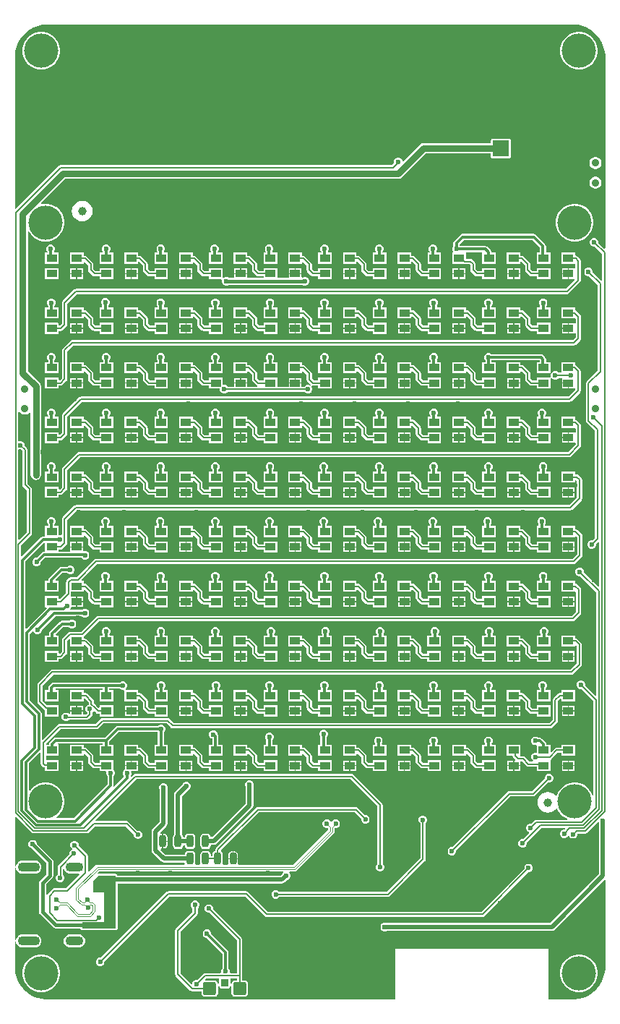
<source format=gtl>
%FSLAX44Y44*%
%MOMM*%
G71*
G04*
G04 #@! TF.SameCoordinates,80543DCF-8C45-4766-8294-206619DBCA83*
G04*
G04*
G04 #@! TF.FilePolarity,Positive*
G04*
G01*
G75*
%ADD10C,0.3000*%
%ADD13R,1.2000X0.9000*%
G04:AMPARAMS|DCode=14|XSize=1.5mm|YSize=1.5mm|CornerRadius=0.1875mm|HoleSize=0mm|Usage=FLASHONLY|Rotation=270.000|XOffset=0mm|YOffset=0mm|HoleType=Round|Shape=RoundedRectangle|*
%AMROUNDEDRECTD14*
21,1,1.5000,1.1250,0,0,270.0*
21,1,1.1250,1.5000,0,0,270.0*
1,1,0.3750,-0.5625,-0.5625*
1,1,0.3750,-0.5625,0.5625*
1,1,0.3750,0.5625,0.5625*
1,1,0.3750,0.5625,-0.5625*
%
%ADD14ROUNDEDRECTD14*%
G04:AMPARAMS|DCode=15|XSize=0.9mm|YSize=0.9mm|CornerRadius=0.1125mm|HoleSize=0mm|Usage=FLASHONLY|Rotation=270.000|XOffset=0mm|YOffset=0mm|HoleType=Round|Shape=RoundedRectangle|*
%AMROUNDEDRECTD15*
21,1,0.9000,0.6750,0,0,270.0*
21,1,0.6750,0.9000,0,0,270.0*
1,1,0.2250,-0.3375,-0.3375*
1,1,0.2250,-0.3375,0.3375*
1,1,0.2250,0.3375,0.3375*
1,1,0.2250,0.3375,-0.3375*
%
%ADD15ROUNDEDRECTD15*%
G04:AMPARAMS|DCode=16|XSize=1.4mm|YSize=0.8mm|CornerRadius=0.2mm|HoleSize=0mm|Usage=FLASHONLY|Rotation=270.000|XOffset=0mm|YOffset=0mm|HoleType=Round|Shape=RoundedRectangle|*
%AMROUNDEDRECTD16*
21,1,1.4000,0.4000,0,0,270.0*
21,1,1.0000,0.8000,0,0,270.0*
1,1,0.4000,-0.2000,-0.5000*
1,1,0.4000,-0.2000,0.5000*
1,1,0.4000,0.2000,0.5000*
1,1,0.4000,0.2000,-0.5000*
%
%ADD16ROUNDEDRECTD16*%
%ADD23C,0.9000*%
%ADD27C,1.0000*%
%ADD28C,0.2000*%
%ADD29C,0.5000*%
%ADD30C,0.1250*%
%ADD31C,0.4000*%
%ADD32C,0.8000*%
%ADD33R,1.9100X1.9000*%
%ADD34C,4.0000*%
%ADD35O,2.6000X1.1000*%
%ADD36O,2.1000X1.1000*%
%ADD37C,0.6000*%
G36*
X-43000Y1145922D02*
X-40449Y1145922D01*
X-35391Y1145256D01*
X-30462Y1143935D01*
X-25749Y1141983D01*
X-21330Y1139432D01*
X-17282Y1136326D01*
X-13674Y1132718D01*
X-10568Y1128670D01*
X-8017Y1124252D01*
X-6065Y1119538D01*
X-4744Y1114610D01*
X-4078Y1109551D01*
X-4078Y1107000D01*
X-4078Y883594D01*
X-5252Y883108D01*
X-12235Y890091D01*
Y891760D01*
X-12996Y893598D01*
X-14402Y895004D01*
X-16240Y895765D01*
X-18229D01*
X-20067Y895004D01*
X-21473Y893598D01*
X-22235Y891760D01*
Y889771D01*
X-21473Y887933D01*
X-20067Y886526D01*
X-18229Y885765D01*
X-16560D01*
X-8059Y877264D01*
Y846544D01*
X-9232Y846058D01*
X-18750Y855576D01*
Y857245D01*
X-19511Y859082D01*
X-20918Y860489D01*
X-22755Y861250D01*
X-24745D01*
X-26582Y860489D01*
X-27989Y859082D01*
X-28750Y857245D01*
Y855255D01*
X-27989Y853418D01*
X-26582Y852011D01*
X-24745Y851250D01*
X-23076D01*
X-12809Y840983D01*
Y740517D01*
X-25913Y727413D01*
X-26576Y726421D01*
X-26809Y725250D01*
X-26809Y725250D01*
Y682000D01*
X-26809Y682000D01*
X-26576Y680829D01*
X-25913Y679837D01*
X-16559Y670483D01*
Y544813D01*
X-19384Y541988D01*
X-21053D01*
X-22891Y541227D01*
X-24298Y539820D01*
X-25059Y537982D01*
Y535993D01*
X-24298Y534155D01*
X-22891Y532749D01*
X-21053Y531988D01*
X-19064D01*
X-17227Y532749D01*
X-15820Y534155D01*
X-15059Y535993D01*
Y537662D01*
X-12579Y540142D01*
X-11309Y539616D01*
Y488294D01*
X-12482Y487808D01*
X-29000Y504326D01*
Y505995D01*
X-29761Y507832D01*
X-31168Y509239D01*
X-33005Y510000D01*
X-34995D01*
X-36832Y509239D01*
X-38239Y507832D01*
X-39000Y505995D01*
Y504005D01*
X-38239Y502168D01*
X-36832Y500761D01*
X-34995Y500000D01*
X-33326D01*
X-14559Y481233D01*
Y360544D01*
X-15732Y360058D01*
X-27750Y372076D01*
Y373745D01*
X-28511Y375582D01*
X-29918Y376989D01*
X-31755Y377750D01*
X-33745D01*
X-35582Y376989D01*
X-36989Y375582D01*
X-37750Y373745D01*
Y371755D01*
X-36989Y369918D01*
X-35582Y368511D01*
X-33745Y367750D01*
X-32076D01*
X-17809Y353483D01*
Y243233D01*
X-19079Y242981D01*
X-20504Y246421D01*
X-22912Y250024D01*
X-25976Y253088D01*
X-29579Y255496D01*
X-33583Y257155D01*
X-37833Y258000D01*
X-42167D01*
X-46417Y257155D01*
X-50421Y255496D01*
X-54024Y253088D01*
X-57088Y250024D01*
X-59496Y246421D01*
X-60869Y243107D01*
X-62323Y242916D01*
X-62870Y243630D01*
X-65398Y245569D01*
X-68341Y246789D01*
X-71500Y247204D01*
X-74659Y246789D01*
X-77602Y245569D01*
X-80130Y243630D01*
X-82069Y241102D01*
X-83289Y238159D01*
X-83704Y235000D01*
X-83289Y231841D01*
X-82069Y228898D01*
X-80130Y226370D01*
X-77602Y224431D01*
X-74659Y223211D01*
X-71500Y222796D01*
X-68341Y223211D01*
X-65398Y224431D01*
X-62870Y226370D01*
X-61785Y227785D01*
X-60331Y227594D01*
X-59496Y225579D01*
X-57088Y221976D01*
X-54024Y218911D01*
X-50421Y216504D01*
X-48791Y215829D01*
X-49044Y214559D01*
X-85500D01*
X-85500Y214559D01*
X-86671Y214326D01*
X-87663Y213663D01*
X-87663Y213663D01*
X-91326Y210000D01*
X-92995D01*
X-94832Y209239D01*
X-96239Y207832D01*
X-97000Y205995D01*
Y204005D01*
X-96239Y202168D01*
X-94832Y200761D01*
X-93792Y200330D01*
X-93494Y198832D01*
X-100326Y192000D01*
X-101995D01*
X-103832Y191239D01*
X-105239Y189832D01*
X-106000Y187995D01*
Y186005D01*
X-105239Y184168D01*
X-103832Y182761D01*
X-101995Y182000D01*
X-100005D01*
X-98168Y182761D01*
X-96761Y184168D01*
X-96000Y186005D01*
Y187674D01*
X-78483Y205191D01*
X-51606D01*
X-51089Y204006D01*
X-51699Y203250D01*
X-53245D01*
X-55082Y202489D01*
X-56489Y201082D01*
X-57250Y199245D01*
Y197255D01*
X-56489Y195418D01*
X-55082Y194011D01*
X-53245Y193250D01*
X-51255D01*
X-49418Y194011D01*
X-48011Y195418D01*
X-47791Y195950D01*
X-46416D01*
X-45989Y194918D01*
X-44582Y193511D01*
X-42745Y192750D01*
X-40755D01*
X-38918Y193511D01*
X-37511Y194918D01*
X-36750Y196755D01*
Y197924D01*
X-36222Y198452D01*
X-27739D01*
X-27739Y198452D01*
X-26568Y198685D01*
X-25576Y199348D01*
X-13168Y211756D01*
X-11670Y211458D01*
X-11588Y211261D01*
Y150900D01*
X-68601Y93888D01*
X-260511D01*
X-261505Y94300D01*
X-263495D01*
X-265332Y93539D01*
X-266739Y92132D01*
X-267500Y90295D01*
Y88305D01*
X-266739Y86468D01*
X-265332Y85061D01*
X-263495Y84300D01*
X-261505D01*
X-260511Y84712D01*
X-66700D01*
X-64944Y85061D01*
X-63456Y86056D01*
X-5252Y144260D01*
X-4078Y143774D01*
X-4078Y43000D01*
X-4078Y40449D01*
X-4744Y35391D01*
X-6065Y30462D01*
X-8017Y25748D01*
X-10568Y21330D01*
X-13674Y17282D01*
X-17282Y13674D01*
X-21330Y10568D01*
X-25749Y8017D01*
X-30462Y6065D01*
X-35391Y4744D01*
X-40449Y4078D01*
X-43000D01*
X-70500D01*
X-70500Y63700D01*
X-250500Y63700D01*
X-250500Y4078D01*
X-657000Y4078D01*
X-659551D01*
X-664610Y4744D01*
X-669538Y6065D01*
X-674251Y8017D01*
X-678670Y10568D01*
X-682718Y13674D01*
X-686326Y17282D01*
X-689432Y21330D01*
X-691983Y25749D01*
X-693935Y30462D01*
X-695256Y35390D01*
X-695922Y40449D01*
X-695922Y43000D01*
X-695922Y71859D01*
X-694652Y71942D01*
X-694507Y70842D01*
X-693751Y69018D01*
X-692549Y67451D01*
X-690982Y66249D01*
X-689158Y65493D01*
X-687200Y65235D01*
X-672200D01*
X-670242Y65493D01*
X-668418Y66249D01*
X-666851Y67451D01*
X-665649Y69018D01*
X-664893Y70842D01*
X-664635Y72800D01*
X-664893Y74758D01*
X-665649Y76582D01*
X-666851Y78149D01*
X-668418Y79351D01*
X-670242Y80107D01*
X-672200Y80365D01*
X-687200D01*
X-689158Y80107D01*
X-690982Y79351D01*
X-692549Y78149D01*
X-693751Y76582D01*
X-694507Y74758D01*
X-694652Y73658D01*
X-695922Y73741D01*
X-695922Y158259D01*
X-694652Y158343D01*
X-694507Y157242D01*
X-693751Y155418D01*
X-692549Y153851D01*
X-690982Y152649D01*
X-689158Y151893D01*
X-687200Y151635D01*
X-672200D01*
X-670242Y151893D01*
X-668418Y152649D01*
X-666851Y153851D01*
X-665649Y155418D01*
X-664893Y157242D01*
X-664635Y159200D01*
X-664893Y161158D01*
X-665649Y162982D01*
X-666851Y164549D01*
X-668418Y165751D01*
X-670242Y166507D01*
X-672200Y166765D01*
X-687200D01*
X-689158Y166507D01*
X-690982Y165751D01*
X-692549Y164549D01*
X-693751Y162982D01*
X-694507Y161158D01*
X-694652Y160058D01*
X-695922Y160141D01*
X-695922Y217687D01*
X-694749Y218173D01*
X-676163Y199587D01*
X-676163Y199587D01*
X-675171Y198924D01*
X-674000Y198691D01*
X-611340D01*
X-611340Y198691D01*
X-610170Y198924D01*
X-609177Y199587D01*
X-601823Y206941D01*
X-565767D01*
X-556500Y197674D01*
Y196005D01*
X-555739Y194168D01*
X-554332Y192761D01*
X-552495Y192000D01*
X-550505D01*
X-548668Y192761D01*
X-547261Y194168D01*
X-546500Y196005D01*
Y197995D01*
X-547261Y199832D01*
X-548668Y201239D01*
X-550505Y202000D01*
X-552174D01*
X-562337Y212163D01*
X-563330Y212826D01*
X-564500Y213059D01*
X-564500Y213059D01*
X-600956D01*
X-601442Y214232D01*
X-553483Y262191D01*
X-302517D01*
X-271059Y230733D01*
Y163012D01*
X-272239Y161832D01*
X-273000Y159995D01*
Y158005D01*
X-272239Y156168D01*
X-270832Y154761D01*
X-268995Y154000D01*
X-267005D01*
X-265168Y154761D01*
X-263761Y156168D01*
X-263000Y158005D01*
Y159995D01*
X-263761Y161832D01*
X-264941Y163012D01*
Y232000D01*
X-264941Y232000D01*
X-265174Y233171D01*
X-265837Y234163D01*
X-299087Y267413D01*
X-300079Y268076D01*
X-301250Y268309D01*
X-301250Y268309D01*
X-554750D01*
X-555921Y268076D01*
X-556913Y267413D01*
X-556913Y267413D01*
X-558898Y265428D01*
X-560275Y265846D01*
X-560326Y266102D01*
X-560261Y266168D01*
X-559500Y268005D01*
Y269995D01*
X-559805Y270730D01*
X-558956Y272000D01*
X-551995D01*
Y277375D01*
X-559495D01*
X-566995D01*
Y273379D01*
X-567332Y273239D01*
X-568739Y271832D01*
X-569500Y269995D01*
Y268005D01*
X-568739Y266168D01*
X-568122Y265551D01*
Y264675D01*
X-579267Y253530D01*
X-580437Y254156D01*
X-580353Y254578D01*
Y265479D01*
X-579424Y266408D01*
X-578663Y268246D01*
Y270235D01*
X-579424Y272072D01*
X-580495Y273143D01*
Y284500D01*
X-596495D01*
Y281049D01*
X-601483D01*
X-603941Y283507D01*
Y289240D01*
X-603941Y289240D01*
X-604174Y290411D01*
X-604837Y291403D01*
X-611587Y298153D01*
X-612579Y298816D01*
X-613750Y299049D01*
X-613750Y299049D01*
X-615500D01*
Y302500D01*
X-631500D01*
Y289500D01*
X-615500D01*
Y291618D01*
X-614230Y292144D01*
X-610059Y287973D01*
Y282240D01*
X-610059Y282240D01*
X-609826Y281070D01*
X-609163Y280077D01*
X-604913Y275827D01*
X-603921Y275164D01*
X-602750Y274931D01*
X-596495D01*
Y271500D01*
X-589282D01*
X-588576Y270444D01*
X-588663Y270235D01*
Y268246D01*
X-587902Y266408D01*
X-587490Y265996D01*
Y256057D01*
X-626978Y216569D01*
X-647295D01*
X-647663Y217784D01*
X-645976Y218911D01*
X-642912Y221976D01*
X-640504Y225579D01*
X-638845Y229583D01*
X-638000Y233833D01*
Y238167D01*
X-638845Y242417D01*
X-640504Y246421D01*
X-642912Y250024D01*
X-645976Y253088D01*
X-649579Y255496D01*
X-653583Y257155D01*
X-657833Y258000D01*
X-662167D01*
X-666417Y257155D01*
X-670421Y255496D01*
X-674024Y253088D01*
X-677088Y250024D01*
X-677966Y248711D01*
X-679181Y249079D01*
Y280772D01*
X-666732Y293221D01*
X-665559Y292735D01*
Y280500D01*
X-665559Y280500D01*
X-665326Y279329D01*
X-664663Y278337D01*
X-663121Y276796D01*
X-663121Y276796D01*
X-662129Y276133D01*
X-660958Y275900D01*
X-660500D01*
Y271500D01*
X-644500D01*
Y284500D01*
X-659441D01*
Y289500D01*
X-644500D01*
Y302500D01*
X-644691D01*
X-645370Y303770D01*
X-645262Y303931D01*
X-592694D01*
Y302500D01*
X-596495D01*
Y289500D01*
X-580495D01*
Y302500D01*
X-585556D01*
Y306022D01*
X-574147Y317431D01*
X-528503D01*
X-528319Y317248D01*
Y302500D01*
X-532495D01*
Y289500D01*
X-516495D01*
Y302500D01*
X-521181D01*
Y317248D01*
X-520511Y317918D01*
X-519750Y319755D01*
Y321745D01*
X-520511Y323582D01*
X-521918Y324989D01*
X-523755Y325750D01*
X-525745D01*
X-527582Y324989D01*
X-528003Y324569D01*
X-575625D01*
X-576991Y324297D01*
X-578148Y323523D01*
X-590603Y311069D01*
X-647750D01*
X-649116Y310797D01*
X-650273Y310023D01*
X-654541Y305756D01*
X-655314Y304598D01*
X-655586Y303233D01*
Y302500D01*
X-658877D01*
X-659207Y303770D01*
X-642286Y320691D01*
X-600000D01*
X-600000Y320691D01*
X-598829Y320924D01*
X-597837Y321587D01*
X-591983Y327441D01*
X-518017D01*
X-513413Y322837D01*
X-513413Y322837D01*
X-512421Y322174D01*
X-511250Y321941D01*
X-511250Y321941D01*
X-68442D01*
X-68441Y321941D01*
X-67271Y322174D01*
X-66279Y322837D01*
X-60587Y328528D01*
X-60587Y328529D01*
X-59924Y329521D01*
X-59691Y330691D01*
Y353233D01*
X-56770Y356154D01*
X-55500Y355628D01*
Y353500D01*
X-39500D01*
Y366500D01*
X-55500D01*
Y363049D01*
X-57260D01*
X-57260Y363049D01*
X-58431Y362816D01*
X-59423Y362153D01*
X-64913Y356663D01*
X-65576Y355671D01*
X-65809Y354500D01*
X-65809Y354500D01*
Y331958D01*
X-69708Y328059D01*
X-509983D01*
X-514587Y332663D01*
X-515579Y333326D01*
X-516750Y333559D01*
X-516750Y333559D01*
X-593250D01*
X-594421Y333326D01*
X-595413Y332663D01*
X-595413Y332663D01*
X-601267Y326809D01*
X-643553D01*
X-643553Y326809D01*
X-644724Y326576D01*
X-645716Y325913D01*
X-663258Y308371D01*
X-664431Y308857D01*
Y339000D01*
X-664703Y340366D01*
X-665477Y341523D01*
X-678431Y354478D01*
Y432272D01*
X-675293Y435410D01*
X-674047Y435163D01*
X-673739Y434418D01*
X-672332Y433011D01*
X-670495Y432250D01*
X-668505D01*
X-666668Y433011D01*
X-665261Y434418D01*
X-664500Y436255D01*
Y437203D01*
X-648522Y453181D01*
X-617253D01*
X-616582Y452511D01*
X-614745Y451750D01*
X-612755D01*
X-610918Y452511D01*
X-609511Y453918D01*
X-608750Y455755D01*
Y457745D01*
X-609511Y459582D01*
X-610918Y460989D01*
X-612755Y461750D01*
X-614745D01*
X-616582Y460989D01*
X-617253Y460319D01*
X-630438D01*
X-630964Y461589D01*
X-630134Y462418D01*
X-629479Y464000D01*
X-624125D01*
Y470000D01*
Y476000D01*
X-630128D01*
X-630527Y476611D01*
X-630715Y477270D01*
X-630174Y478079D01*
X-629941Y479250D01*
X-629941Y479250D01*
Y481500D01*
X-615500D01*
Y483613D01*
X-614230Y484139D01*
X-610064Y479973D01*
Y474240D01*
X-610064Y474240D01*
X-609831Y473069D01*
X-609168Y472077D01*
X-604918Y467827D01*
X-603926Y467164D01*
X-602755Y466931D01*
X-596500D01*
Y463500D01*
X-580500D01*
Y476500D01*
X-596500D01*
Y473049D01*
X-601488D01*
X-603946Y475507D01*
Y481240D01*
X-603946Y481240D01*
X-604179Y482411D01*
X-604842Y483403D01*
X-611592Y490153D01*
X-612584Y490816D01*
X-613755Y491049D01*
X-613755Y491049D01*
X-615500D01*
Y494500D01*
X-617515D01*
X-618001Y495673D01*
X-599733Y513941D01*
X-41326D01*
X-41326Y513941D01*
X-40155Y514174D01*
X-39163Y514837D01*
X-31837Y522163D01*
X-31837Y522163D01*
X-31174Y523155D01*
X-30941Y524326D01*
Y547000D01*
X-31174Y548171D01*
X-31837Y549163D01*
X-31837Y549163D01*
X-36827Y554153D01*
X-37819Y554816D01*
X-38990Y555049D01*
X-39500Y556119D01*
Y558500D01*
X-55500D01*
Y545500D01*
X-39500D01*
Y546515D01*
X-38327Y547001D01*
X-37059Y545733D01*
Y525593D01*
X-42593Y520059D01*
X-601000D01*
X-601000Y520059D01*
X-602170Y519826D01*
X-603163Y519163D01*
X-603163Y519163D01*
X-623527Y498799D01*
X-630100D01*
X-631270Y498566D01*
X-632263Y497903D01*
X-632263Y497903D01*
X-635163Y495003D01*
X-635826Y494011D01*
X-636059Y492840D01*
X-636059Y492840D01*
Y480517D01*
X-643230Y473346D01*
X-644500Y473751D01*
Y476500D01*
X-660500D01*
Y463500D01*
X-658956D01*
X-658470Y462327D01*
X-682258Y438539D01*
X-683431Y439025D01*
Y517022D01*
X-661770Y538683D01*
X-660500Y538157D01*
Y528563D01*
X-661755D01*
X-663121Y528292D01*
X-664279Y527518D01*
X-670547Y521250D01*
X-671495D01*
X-673332Y520489D01*
X-674739Y519082D01*
X-675500Y517245D01*
Y515255D01*
X-674739Y513418D01*
X-673332Y512011D01*
X-671495Y511250D01*
X-669505D01*
X-667668Y512011D01*
X-666261Y513418D01*
X-665500Y515255D01*
Y516203D01*
X-660277Y521426D01*
X-617747D01*
X-616582Y520261D01*
X-614745Y519500D01*
X-612755D01*
X-610918Y520261D01*
X-609511Y521668D01*
X-608750Y523505D01*
Y525495D01*
X-609511Y527332D01*
X-610918Y528739D01*
X-612755Y529500D01*
X-614745D01*
X-614944Y529417D01*
X-616000Y530123D01*
Y533375D01*
X-623500D01*
X-631000D01*
Y528563D01*
X-644500D01*
Y530931D01*
X-642260D01*
X-642260Y530931D01*
X-641089Y531164D01*
X-640097Y531827D01*
X-635587Y536337D01*
X-635587Y536337D01*
X-634924Y537329D01*
X-634691Y538500D01*
X-634691Y538500D01*
Y565483D01*
X-623233Y576941D01*
X-45000D01*
X-45000Y576941D01*
X-43829Y577174D01*
X-42837Y577837D01*
X-32087Y588587D01*
X-32087Y588587D01*
X-31424Y589580D01*
X-31191Y590750D01*
X-31191Y590750D01*
Y612750D01*
X-31424Y613921D01*
X-32087Y614913D01*
X-32087Y614913D01*
X-35327Y618153D01*
X-36319Y618816D01*
X-37490Y619049D01*
X-37490Y619049D01*
X-39500D01*
Y622500D01*
X-55500D01*
Y609500D01*
X-39500D01*
Y611878D01*
X-38230Y612404D01*
X-37309Y611483D01*
Y592017D01*
X-46267Y583059D01*
X-624500D01*
X-624500Y583059D01*
X-625671Y582826D01*
X-626663Y582163D01*
X-626663Y582163D01*
X-639913Y568913D01*
X-640576Y567921D01*
X-640809Y566750D01*
X-640809Y566750D01*
Y548647D01*
X-641865Y547942D01*
X-642005Y548000D01*
X-643995D01*
X-644500Y548338D01*
Y558500D01*
X-649431D01*
Y560498D01*
X-648761Y561168D01*
X-648000Y563005D01*
Y564995D01*
X-648761Y566832D01*
X-650168Y568239D01*
X-652005Y569000D01*
X-653995D01*
X-655832Y568239D01*
X-657239Y566832D01*
X-658000Y564995D01*
Y563005D01*
X-657239Y561168D01*
X-656569Y560498D01*
Y558500D01*
X-660500D01*
Y546569D01*
X-662500D01*
X-663866Y546297D01*
X-665023Y545523D01*
X-687518Y523029D01*
X-688691Y523515D01*
Y535983D01*
X-676837Y547837D01*
X-676837Y547837D01*
X-676174Y548829D01*
X-675941Y550000D01*
Y602000D01*
X-676174Y603171D01*
X-676837Y604163D01*
X-676837Y604163D01*
X-680941Y608267D01*
Y647500D01*
X-680941Y647500D01*
X-681174Y648670D01*
X-681837Y649663D01*
X-684750Y652576D01*
Y654245D01*
X-685511Y656082D01*
X-686918Y657489D01*
X-688756Y658250D01*
X-690745D01*
X-690885Y658192D01*
X-691941Y658897D01*
Y692198D01*
X-691710Y692381D01*
X-690062Y692066D01*
X-689851Y691702D01*
X-688548Y690399D01*
X-686952Y689477D01*
X-685172Y689000D01*
X-683328D01*
X-681548Y689477D01*
X-679952Y690399D01*
X-678649Y691702D01*
X-678637Y691721D01*
X-677367Y691381D01*
Y648684D01*
X-677396Y648540D01*
Y641706D01*
X-677367Y641562D01*
Y628250D01*
Y618500D01*
X-676902Y616159D01*
X-675576Y614174D01*
X-673591Y612848D01*
X-671250Y612383D01*
X-668909Y612848D01*
X-666924Y614174D01*
X-665598Y616159D01*
X-665133Y618500D01*
Y628250D01*
Y641677D01*
X-665161Y641821D01*
Y648425D01*
X-665133Y648569D01*
Y722250D01*
X-665598Y724591D01*
X-666924Y726576D01*
X-680633Y740284D01*
Y903278D01*
X-679363Y903379D01*
X-677088Y899976D01*
X-674024Y896911D01*
X-670421Y894504D01*
X-666417Y892846D01*
X-662167Y892000D01*
X-657833D01*
X-653583Y892846D01*
X-649579Y894504D01*
X-645976Y896911D01*
X-642912Y899976D01*
X-640504Y903579D01*
X-638845Y907583D01*
X-638000Y911833D01*
Y916167D01*
X-638845Y920417D01*
X-640504Y924421D01*
X-642912Y928024D01*
X-645976Y931088D01*
X-649579Y933496D01*
X-653583Y935154D01*
X-657833Y936000D01*
X-662167D01*
X-664209Y935594D01*
X-664834Y936764D01*
X-636716Y964882D01*
X-247000D01*
X-244659Y965348D01*
X-242674Y966674D01*
X-214466Y994883D01*
X-138139D01*
Y991000D01*
X-137984Y990220D01*
X-137542Y989558D01*
X-136880Y989116D01*
X-136100Y988961D01*
X-117000D01*
X-116220Y989116D01*
X-115558Y989558D01*
X-115116Y990220D01*
X-114961Y991000D01*
Y1010000D01*
X-115116Y1010780D01*
X-115558Y1011442D01*
X-116220Y1011884D01*
X-117000Y1012039D01*
X-136100D01*
X-136880Y1011884D01*
X-137542Y1011442D01*
X-137984Y1010780D01*
X-138139Y1010000D01*
Y1007117D01*
X-217000D01*
X-219341Y1006652D01*
X-221326Y1005326D01*
X-240827Y985825D01*
X-242133Y986315D01*
X-242761Y987832D01*
X-244168Y989239D01*
X-246005Y990000D01*
X-247995D01*
X-249832Y989239D01*
X-251239Y987832D01*
X-252000Y985995D01*
Y984005D01*
X-251825Y983583D01*
X-254349Y981059D01*
X-642503D01*
X-643674Y980826D01*
X-644666Y980163D01*
X-644666Y980163D01*
X-694749Y930080D01*
X-695922Y930566D01*
X-695922Y1107000D01*
Y1109551D01*
X-695256Y1114610D01*
X-693936Y1119538D01*
X-691983Y1124252D01*
X-689432Y1128670D01*
X-686326Y1132718D01*
X-682718Y1136326D01*
X-678670Y1139432D01*
X-674252Y1141983D01*
X-669538Y1143935D01*
X-664610Y1145256D01*
X-659551Y1145922D01*
X-657000Y1145922D01*
X-43000Y1145922D01*
D02*
G37*
G36*
X-690745Y648250D02*
X-689076D01*
X-687059Y646233D01*
Y607000D01*
X-687059Y607000D01*
X-686826Y605830D01*
X-686163Y604837D01*
X-682059Y600733D01*
Y551267D01*
X-690768Y542558D01*
X-691941Y543044D01*
Y647603D01*
X-690885Y648308D01*
X-690745Y648250D01*
D02*
G37*
%LPC*%
G36*
X-662833Y1137000D02*
X-667167D01*
X-671417Y1136154D01*
X-675421Y1134496D01*
X-679024Y1132088D01*
X-682088Y1129024D01*
X-684496Y1125421D01*
X-686154Y1121417D01*
X-687000Y1117167D01*
Y1112833D01*
X-686154Y1108583D01*
X-684496Y1104579D01*
X-682088Y1100976D01*
X-679024Y1097912D01*
X-675421Y1095504D01*
X-671417Y1093846D01*
X-667167Y1093000D01*
X-662833D01*
X-658583Y1093846D01*
X-654579Y1095504D01*
X-650976Y1097912D01*
X-647912Y1100976D01*
X-645504Y1104579D01*
X-643845Y1108583D01*
X-643000Y1112833D01*
Y1117167D01*
X-643845Y1121417D01*
X-645504Y1125421D01*
X-647912Y1129024D01*
X-650976Y1132088D01*
X-654579Y1134496D01*
X-658583Y1136154D01*
X-662833Y1137000D01*
D02*
G37*
G36*
X-32833Y1137000D02*
X-37167D01*
X-41417Y1136154D01*
X-45421Y1134496D01*
X-49024Y1132088D01*
X-52088Y1129024D01*
X-54496Y1125421D01*
X-56154Y1121417D01*
X-57000Y1117167D01*
Y1112833D01*
X-56154Y1108583D01*
X-54496Y1104579D01*
X-52088Y1100976D01*
X-49024Y1097911D01*
X-45421Y1095504D01*
X-41417Y1093845D01*
X-37167Y1093000D01*
X-32833D01*
X-28583Y1093845D01*
X-24579Y1095504D01*
X-20976Y1097911D01*
X-17911Y1100976D01*
X-15504Y1104579D01*
X-13845Y1108583D01*
X-13000Y1112833D01*
Y1117167D01*
X-13845Y1121417D01*
X-15504Y1125421D01*
X-17911Y1129024D01*
X-20976Y1132088D01*
X-24579Y1134496D01*
X-28583Y1136154D01*
X-32833Y1137000D01*
D02*
G37*
G36*
X-14828Y990500D02*
X-16672D01*
X-18452Y990023D01*
X-20048Y989101D01*
X-21351Y987798D01*
X-22273Y986202D01*
X-22750Y984422D01*
Y982578D01*
X-22273Y980798D01*
X-21351Y979202D01*
X-20048Y977899D01*
X-18452Y976977D01*
X-16672Y976500D01*
X-14828D01*
X-13048Y976977D01*
X-11452Y977899D01*
X-10149Y979202D01*
X-9227Y980798D01*
X-8750Y982578D01*
Y984422D01*
X-9227Y986202D01*
X-10149Y987798D01*
X-11452Y989101D01*
X-13048Y990023D01*
X-14828Y990500D01*
D02*
G37*
G36*
Y967500D02*
X-16672D01*
X-18452Y967023D01*
X-20048Y966101D01*
X-21351Y964798D01*
X-22273Y963202D01*
X-22750Y961422D01*
Y959578D01*
X-22273Y957798D01*
X-21351Y956202D01*
X-20048Y954899D01*
X-18452Y953977D01*
X-16672Y953500D01*
X-14828D01*
X-13048Y953977D01*
X-11452Y954899D01*
X-10149Y956202D01*
X-9227Y957798D01*
X-8750Y959578D01*
Y961422D01*
X-9227Y963202D01*
X-10149Y964798D01*
X-11452Y966101D01*
X-13048Y967023D01*
X-14828Y967500D01*
D02*
G37*
G36*
X-617000Y939454D02*
X-620159Y939039D01*
X-623102Y937819D01*
X-625630Y935880D01*
X-627569Y933352D01*
X-628789Y930409D01*
X-629204Y927250D01*
X-628789Y924091D01*
X-627569Y921148D01*
X-625630Y918620D01*
X-623102Y916681D01*
X-620159Y915461D01*
X-617000Y915046D01*
X-613841Y915461D01*
X-610898Y916681D01*
X-608370Y918620D01*
X-606431Y921148D01*
X-605211Y924091D01*
X-604796Y927250D01*
X-605211Y930409D01*
X-606431Y933352D01*
X-608370Y935880D01*
X-610898Y937819D01*
X-613841Y939039D01*
X-617000Y939454D01*
D02*
G37*
G36*
X-37833Y936000D02*
X-42167D01*
X-46417Y935154D01*
X-50421Y933496D01*
X-54024Y931088D01*
X-57088Y928024D01*
X-59496Y924421D01*
X-61154Y920417D01*
X-62000Y916167D01*
Y911833D01*
X-61154Y907583D01*
X-59496Y903579D01*
X-57088Y899976D01*
X-54024Y896911D01*
X-50421Y894504D01*
X-46417Y892846D01*
X-42167Y892000D01*
X-37833D01*
X-33583Y892846D01*
X-29579Y894504D01*
X-25976Y896911D01*
X-22912Y899976D01*
X-20504Y903579D01*
X-18845Y907583D01*
X-18000Y911833D01*
Y916167D01*
X-18845Y920417D01*
X-20504Y924421D01*
X-22912Y928024D01*
X-25976Y931088D01*
X-29579Y933496D01*
X-33583Y935154D01*
X-37833Y936000D01*
D02*
G37*
G36*
X-205005Y888000D02*
X-206994D01*
X-208832Y887239D01*
X-210239Y885832D01*
X-211000Y883995D01*
Y882005D01*
X-210239Y880168D01*
X-209841Y879770D01*
X-210226Y878500D01*
X-212500D01*
Y865500D01*
X-196500D01*
Y878500D01*
X-201773D01*
X-202159Y879770D01*
X-201761Y880168D01*
X-201000Y882005D01*
Y883995D01*
X-201761Y885832D01*
X-203168Y887239D01*
X-205005Y888000D01*
D02*
G37*
G36*
X-268005D02*
X-269995D01*
X-271832Y887239D01*
X-273239Y885832D01*
X-274000Y883995D01*
Y882005D01*
X-273239Y880168D01*
X-272841Y879770D01*
X-273227Y878500D01*
X-276500D01*
Y865500D01*
X-260500D01*
Y878500D01*
X-264774D01*
X-265159Y879770D01*
X-264761Y880168D01*
X-264000Y882005D01*
Y883995D01*
X-264761Y885832D01*
X-266168Y887239D01*
X-268005Y888000D01*
D02*
G37*
G36*
X-332005D02*
X-333994D01*
X-335832Y887239D01*
X-337239Y885832D01*
X-338000Y883995D01*
Y882005D01*
X-337239Y880168D01*
X-336841Y879770D01*
X-337226Y878500D01*
X-340500D01*
Y865500D01*
X-324500D01*
Y878500D01*
X-328773D01*
X-329159Y879770D01*
X-328761Y880168D01*
X-328000Y882005D01*
Y883995D01*
X-328761Y885832D01*
X-330168Y887239D01*
X-332005Y888000D01*
D02*
G37*
G36*
X-397005D02*
X-398994D01*
X-400832Y887239D01*
X-402239Y885832D01*
X-403000Y883995D01*
Y882005D01*
X-402239Y880168D01*
X-401841Y879770D01*
X-402226Y878500D01*
X-404500D01*
Y865500D01*
X-388500D01*
Y878500D01*
X-393773D01*
X-394159Y879770D01*
X-393761Y880168D01*
X-393000Y882005D01*
Y883995D01*
X-393761Y885832D01*
X-395168Y887239D01*
X-397005Y888000D01*
D02*
G37*
G36*
X-461005D02*
X-462995D01*
X-464832Y887239D01*
X-466239Y885832D01*
X-467000Y883995D01*
Y882005D01*
X-466239Y880168D01*
X-465841Y879770D01*
X-466227Y878500D01*
X-468500D01*
Y865500D01*
X-452500D01*
Y878500D01*
X-457774D01*
X-458159Y879770D01*
X-457761Y880168D01*
X-457000Y882005D01*
Y883995D01*
X-457761Y885832D01*
X-459168Y887239D01*
X-461005Y888000D01*
D02*
G37*
G36*
X-524005D02*
X-525994D01*
X-527832Y887239D01*
X-529239Y885832D01*
X-530000Y883995D01*
Y882005D01*
X-529239Y880168D01*
X-528841Y879770D01*
X-529226Y878500D01*
X-532500D01*
Y865500D01*
X-516500D01*
Y878500D01*
X-520774D01*
X-521159Y879770D01*
X-520761Y880168D01*
X-520000Y882005D01*
Y883995D01*
X-520761Y885832D01*
X-522168Y887239D01*
X-524005Y888000D01*
D02*
G37*
G36*
X-588005D02*
X-589995D01*
X-591832Y887239D01*
X-593239Y885832D01*
X-594000Y883995D01*
Y882005D01*
X-593239Y880168D01*
X-592841Y879770D01*
X-593227Y878500D01*
X-596500D01*
Y865500D01*
X-580500D01*
Y878500D01*
X-584773D01*
X-585159Y879770D01*
X-584761Y880168D01*
X-584000Y882005D01*
Y883995D01*
X-584761Y885832D01*
X-586168Y887239D01*
X-588005Y888000D01*
D02*
G37*
G36*
X-653005D02*
X-654995D01*
X-656832Y887239D01*
X-658239Y885832D01*
X-659000Y883995D01*
Y882005D01*
X-658239Y880168D01*
X-657841Y879770D01*
X-658226Y878500D01*
X-660500D01*
Y865500D01*
X-644500D01*
Y878500D01*
X-649773D01*
X-650159Y879770D01*
X-649761Y880168D01*
X-649000Y882005D01*
Y883995D01*
X-649761Y885832D01*
X-651168Y887239D01*
X-653005Y888000D01*
D02*
G37*
G36*
X-88000Y900569D02*
X-171500D01*
X-172866Y900297D01*
X-174023Y899523D01*
X-181023Y892523D01*
X-181797Y891366D01*
X-182069Y890000D01*
Y886253D01*
X-182739Y885582D01*
X-183500Y883745D01*
Y881755D01*
X-182739Y879918D01*
X-182591Y879770D01*
X-183117Y878500D01*
X-183500D01*
Y865500D01*
X-172976D01*
X-172630Y865431D01*
X-172630Y865431D01*
X-170130D01*
X-170104Y865414D01*
X-168933Y865181D01*
X-168933Y865181D01*
X-163272D01*
X-162064Y863973D01*
Y858240D01*
X-162064Y858240D01*
X-161831Y857069D01*
X-161168Y856077D01*
X-156918Y851827D01*
X-155926Y851164D01*
X-154755Y850931D01*
X-148500D01*
Y847500D01*
X-132500D01*
Y860500D01*
X-148500D01*
Y857049D01*
X-153488D01*
X-155946Y859507D01*
Y865240D01*
X-156179Y866411D01*
X-156842Y867403D01*
X-159842Y870403D01*
X-160835Y871066D01*
X-162005Y871299D01*
X-162005Y871299D01*
X-167500D01*
Y878500D01*
X-166512Y879181D01*
X-149488D01*
X-148500Y878500D01*
Y865500D01*
X-132500D01*
Y878500D01*
X-137664D01*
Y879233D01*
X-137936Y880598D01*
X-138709Y881756D01*
X-142227Y885273D01*
X-143384Y886047D01*
X-144750Y886319D01*
X-174931D01*
Y888522D01*
X-170022Y893431D01*
X-89478D01*
X-80693Y884647D01*
Y878500D01*
X-84500D01*
Y865500D01*
X-68500D01*
Y878500D01*
X-73556D01*
Y886125D01*
X-73828Y887490D01*
X-74601Y888648D01*
X-85477Y899523D01*
X-86634Y900297D01*
X-88000Y900569D01*
D02*
G37*
G36*
X-360000Y860000D02*
X-366875D01*
Y854625D01*
X-360000D01*
Y860000D01*
D02*
G37*
G36*
X-104000D02*
X-110875D01*
Y854625D01*
X-104000D01*
Y860000D01*
D02*
G37*
G36*
X-112125D02*
X-119000D01*
Y854625D01*
X-112125D01*
Y860000D01*
D02*
G37*
G36*
X-368125D02*
X-375000D01*
Y854625D01*
X-368125D01*
Y860000D01*
D02*
G37*
G36*
X-168000D02*
X-174875D01*
Y854625D01*
X-168000D01*
Y860000D01*
D02*
G37*
G36*
X-296000D02*
X-302875D01*
Y854625D01*
X-296000D01*
Y860000D01*
D02*
G37*
G36*
X-424000D02*
X-430875D01*
Y854625D01*
X-424000D01*
Y860000D01*
D02*
G37*
G36*
X-552000D02*
X-558875D01*
Y854625D01*
X-552000D01*
Y860000D01*
D02*
G37*
G36*
X-616000D02*
X-622875D01*
Y854625D01*
X-616000D01*
Y860000D01*
D02*
G37*
G36*
X-176125D02*
X-183000D01*
Y854625D01*
X-176125D01*
Y860000D01*
D02*
G37*
G36*
X-304125D02*
X-311000D01*
Y854625D01*
X-304125D01*
Y860000D01*
D02*
G37*
G36*
X-432125D02*
X-439000D01*
Y854625D01*
X-432125D01*
Y860000D01*
D02*
G37*
G36*
X-560125D02*
X-567000D01*
Y854625D01*
X-560125D01*
Y860000D01*
D02*
G37*
G36*
X-624125D02*
X-631000D01*
Y854625D01*
X-624125D01*
Y860000D01*
D02*
G37*
G36*
X-232000D02*
X-238875D01*
Y854625D01*
X-232000D01*
Y860000D01*
D02*
G37*
G36*
X-488000D02*
X-494875D01*
Y854625D01*
X-488000D01*
Y860000D01*
D02*
G37*
G36*
X-240125D02*
X-247000D01*
Y854625D01*
X-240125D01*
Y860000D01*
D02*
G37*
G36*
X-496125D02*
X-503000D01*
Y854625D01*
X-496125D01*
Y860000D01*
D02*
G37*
G36*
X-48125Y860000D02*
X-55000D01*
Y854624D01*
X-48125D01*
Y860000D01*
D02*
G37*
G36*
X-423500Y878500D02*
X-439500D01*
Y865500D01*
X-423500D01*
Y867613D01*
X-422230Y868139D01*
X-418064Y863973D01*
Y858240D01*
X-418064Y858240D01*
X-417831Y857069D01*
X-417168Y856077D01*
X-412918Y851827D01*
X-411926Y851164D01*
X-410755Y850931D01*
X-404500D01*
Y849328D01*
X-424000D01*
Y853375D01*
X-431500D01*
X-439000D01*
Y849328D01*
X-445007D01*
X-445168Y849489D01*
X-447005Y850250D01*
X-448995D01*
X-450832Y849489D01*
X-451230Y849091D01*
X-452500Y849617D01*
Y860500D01*
X-468500D01*
Y857049D01*
X-473488D01*
X-475946Y859507D01*
Y865240D01*
X-475946Y865240D01*
X-476179Y866411D01*
X-476842Y867403D01*
X-483592Y874153D01*
X-484585Y874816D01*
X-485755Y875049D01*
X-485755Y875049D01*
X-487500D01*
Y878500D01*
X-503500D01*
Y865500D01*
X-487500D01*
Y867613D01*
X-486230Y868139D01*
X-482064Y863973D01*
Y858240D01*
X-482064Y858240D01*
X-481831Y857069D01*
X-481168Y856077D01*
X-476918Y851827D01*
X-475925Y851164D01*
X-474755Y850931D01*
X-468500D01*
Y847500D01*
X-453855D01*
X-453000Y846245D01*
X-453000Y846230D01*
Y844255D01*
X-452239Y842418D01*
X-450832Y841011D01*
X-448995Y840250D01*
X-447005D01*
X-445168Y841011D01*
X-445007Y841172D01*
X-359242D01*
X-359082Y841011D01*
X-357244Y840250D01*
X-355255D01*
X-353417Y841011D01*
X-352011Y842418D01*
X-351250Y844255D01*
Y846245D01*
X-352011Y848082D01*
X-353417Y849489D01*
X-355255Y850250D01*
X-357244D01*
X-358730Y849634D01*
X-359719Y850098D01*
X-360000Y850367D01*
Y853375D01*
X-367500D01*
X-375000D01*
Y849328D01*
X-388500D01*
Y860500D01*
X-404500D01*
Y857049D01*
X-409488D01*
X-411946Y859507D01*
Y865240D01*
X-411946Y865240D01*
X-412179Y866411D01*
X-412842Y867403D01*
X-419592Y874153D01*
X-420584Y874816D01*
X-421755Y875049D01*
X-421755Y875049D01*
X-423500D01*
Y878500D01*
D02*
G37*
G36*
X-104000Y853375D02*
X-110875D01*
Y848000D01*
X-104000D01*
Y853375D01*
D02*
G37*
G36*
X-112125D02*
X-119000D01*
Y848000D01*
X-112125D01*
Y853375D01*
D02*
G37*
G36*
X-168000Y853375D02*
X-174875D01*
Y848000D01*
X-168000D01*
Y853375D01*
D02*
G37*
G36*
X-176125D02*
X-183000D01*
Y848000D01*
X-176125D01*
Y853375D01*
D02*
G37*
G36*
X-232000Y853375D02*
X-238875D01*
Y848000D01*
X-232000D01*
Y853375D01*
D02*
G37*
G36*
X-240125D02*
X-247000D01*
Y848000D01*
X-240125D01*
Y853375D01*
D02*
G37*
G36*
X-296000Y853375D02*
X-302875D01*
Y848000D01*
X-296000D01*
Y853375D01*
D02*
G37*
G36*
X-304125D02*
X-311000D01*
Y848000D01*
X-304125D01*
Y853375D01*
D02*
G37*
G36*
X-488000Y853375D02*
X-494875D01*
Y848000D01*
X-488000D01*
Y853375D01*
D02*
G37*
G36*
X-496125D02*
X-503000D01*
Y848000D01*
X-496125D01*
Y853375D01*
D02*
G37*
G36*
X-552000Y853375D02*
X-558875D01*
Y848000D01*
X-552000D01*
Y853375D01*
D02*
G37*
G36*
X-560125D02*
X-567000D01*
Y848000D01*
X-560125D01*
Y853375D01*
D02*
G37*
G36*
X-616000D02*
X-622875D01*
Y848000D01*
X-616000D01*
Y853375D01*
D02*
G37*
G36*
X-624125D02*
X-631000D01*
Y848000D01*
X-624125D01*
Y853375D01*
D02*
G37*
G36*
X-48125Y853374D02*
X-55000D01*
Y848000D01*
X-48125D01*
Y853374D01*
D02*
G37*
G36*
X-231500Y878500D02*
X-247500D01*
Y865500D01*
X-231500D01*
Y867613D01*
X-230230Y868139D01*
X-226064Y863973D01*
Y858240D01*
X-226064Y858240D01*
X-225831Y857069D01*
X-225168Y856077D01*
X-220918Y851827D01*
X-219925Y851164D01*
X-218755Y850931D01*
X-212500D01*
Y847500D01*
X-196500D01*
Y860500D01*
X-212500D01*
Y857049D01*
X-217488D01*
X-219946Y859507D01*
Y865240D01*
X-219946Y865240D01*
X-220179Y866411D01*
X-220842Y867403D01*
X-227592Y874153D01*
X-228584Y874816D01*
X-229755Y875049D01*
X-229755Y875049D01*
X-231500D01*
Y878500D01*
D02*
G37*
G36*
X-295500D02*
X-311500D01*
Y865500D01*
X-295500D01*
Y867613D01*
X-294230Y868139D01*
X-290064Y863973D01*
Y858240D01*
X-290064Y858240D01*
X-289831Y857069D01*
X-289168Y856077D01*
X-284918Y851827D01*
X-283925Y851164D01*
X-282755Y850931D01*
X-276500D01*
Y847500D01*
X-260500D01*
Y860500D01*
X-276500D01*
Y857049D01*
X-281488D01*
X-283946Y859507D01*
Y865240D01*
X-283946Y865240D01*
X-284179Y866411D01*
X-284842Y867403D01*
X-291592Y874153D01*
X-292584Y874816D01*
X-293755Y875049D01*
X-293755Y875049D01*
X-295500D01*
Y878500D01*
D02*
G37*
G36*
X-359500D02*
X-375500D01*
Y865500D01*
X-359500D01*
Y867613D01*
X-358230Y868139D01*
X-354064Y863973D01*
Y858240D01*
X-354064Y858240D01*
X-353831Y857069D01*
X-353168Y856077D01*
X-348918Y851827D01*
X-347925Y851164D01*
X-346755Y850931D01*
X-340500D01*
Y847500D01*
X-324500D01*
Y860500D01*
X-340500D01*
Y857049D01*
X-345488D01*
X-347946Y859507D01*
Y865240D01*
X-347946Y865240D01*
X-348179Y866411D01*
X-348842Y867403D01*
X-355592Y874153D01*
X-356585Y874816D01*
X-357755Y875049D01*
X-357755Y875049D01*
X-359500D01*
Y878500D01*
D02*
G37*
G36*
X-551500D02*
X-567500D01*
Y865500D01*
X-551500D01*
Y867613D01*
X-550230Y868139D01*
X-546064Y863973D01*
Y858240D01*
X-546064Y858240D01*
X-545831Y857069D01*
X-545168Y856077D01*
X-540918Y851827D01*
X-539925Y851164D01*
X-538755Y850931D01*
X-532500D01*
Y847500D01*
X-516500D01*
Y860500D01*
X-532500D01*
Y857049D01*
X-537488D01*
X-539946Y859507D01*
Y865240D01*
X-539946Y865240D01*
X-540179Y866411D01*
X-540842Y867403D01*
X-547592Y874153D01*
X-548585Y874816D01*
X-549755Y875049D01*
X-549755Y875049D01*
X-551500D01*
Y878500D01*
D02*
G37*
G36*
X-615500D02*
X-631500D01*
Y865500D01*
X-615500D01*
Y867613D01*
X-614230Y868139D01*
X-610064Y863973D01*
Y858240D01*
X-610064Y858240D01*
X-609831Y857069D01*
X-609168Y856077D01*
X-604918Y851827D01*
X-603926Y851164D01*
X-602755Y850931D01*
X-596500D01*
Y847500D01*
X-580500D01*
Y860500D01*
X-596500D01*
Y857049D01*
X-601488D01*
X-603946Y859507D01*
Y865240D01*
X-603946Y865240D01*
X-604179Y866411D01*
X-604842Y867403D01*
X-611592Y874153D01*
X-612584Y874816D01*
X-613755Y875049D01*
X-613755Y875049D01*
X-615500D01*
Y878500D01*
D02*
G37*
G36*
X-644500Y860500D02*
X-660500D01*
Y847500D01*
X-644500D01*
Y860500D01*
D02*
G37*
G36*
X-103500Y878500D02*
X-119500D01*
Y865500D01*
X-103500D01*
Y867618D01*
X-102230Y868144D01*
X-98059Y863973D01*
Y858240D01*
X-98059Y858240D01*
X-97826Y857069D01*
X-97163Y856077D01*
X-92913Y851827D01*
X-91920Y851164D01*
X-90750Y850931D01*
X-84500D01*
Y847500D01*
X-68500D01*
Y860500D01*
X-84500D01*
Y857048D01*
X-89483D01*
X-91941Y859507D01*
Y865239D01*
X-91941Y865240D01*
X-92174Y866410D01*
X-92837Y867402D01*
X-99587Y874153D01*
X-100579Y874816D01*
X-101750Y875048D01*
X-101750Y875048D01*
X-103500D01*
Y878500D01*
D02*
G37*
G36*
X-39500Y878500D02*
X-55500D01*
Y865500D01*
X-39500D01*
X-39059Y864412D01*
Y860793D01*
X-40000Y860000D01*
X-40329Y860000D01*
X-46875D01*
Y853999D01*
Y848000D01*
X-40380D01*
X-39750Y846833D01*
X-50275Y836309D01*
X-624500D01*
X-625671Y836076D01*
X-626663Y835413D01*
X-626663Y835413D01*
X-639913Y822163D01*
X-640576Y821171D01*
X-640809Y820000D01*
X-640809Y820000D01*
Y795767D01*
X-643230Y793346D01*
X-644500Y793766D01*
Y796500D01*
X-660500D01*
Y783500D01*
X-644500D01*
Y786931D01*
X-642260D01*
X-642260Y786931D01*
X-641089Y787164D01*
X-640097Y787827D01*
X-635587Y792337D01*
X-635587Y792337D01*
X-634924Y793329D01*
X-634691Y794500D01*
X-634691Y794500D01*
Y818733D01*
X-623233Y830191D01*
X-49008D01*
X-49008Y830191D01*
X-47837Y830424D01*
X-46845Y831087D01*
X-33837Y844095D01*
X-33837Y844095D01*
X-33174Y845087D01*
X-32941Y846258D01*
X-32941Y846258D01*
Y869087D01*
X-32941Y869087D01*
X-33174Y870258D01*
X-33837Y871250D01*
X-36740Y874153D01*
X-37732Y874816D01*
X-38902Y875048D01*
X-39500Y876060D01*
Y878500D01*
D02*
G37*
G36*
X-140005Y825000D02*
X-141994D01*
X-143832Y824239D01*
X-145239Y822832D01*
X-146000Y820995D01*
Y819005D01*
X-145239Y817168D01*
X-144569Y816497D01*
Y814500D01*
X-148500D01*
Y801500D01*
X-132500D01*
Y814500D01*
X-137431D01*
Y816497D01*
X-136761Y817168D01*
X-136000Y819005D01*
Y820995D01*
X-136761Y822832D01*
X-138168Y824239D01*
X-140005Y825000D01*
D02*
G37*
G36*
X-204005D02*
X-205994D01*
X-207832Y824239D01*
X-209239Y822832D01*
X-210000Y820995D01*
Y819005D01*
X-209239Y817168D01*
X-208568Y816497D01*
Y814500D01*
X-212500D01*
Y801500D01*
X-196500D01*
Y814500D01*
X-201431D01*
Y816497D01*
X-200761Y817168D01*
X-200000Y819005D01*
Y820995D01*
X-200761Y822832D01*
X-202168Y824239D01*
X-204005Y825000D01*
D02*
G37*
G36*
X-268005D02*
X-269995D01*
X-271832Y824239D01*
X-273239Y822832D01*
X-274000Y820995D01*
Y819005D01*
X-273239Y817168D01*
X-272568Y816497D01*
Y814500D01*
X-276500D01*
Y801500D01*
X-260500D01*
Y814500D01*
X-265431D01*
Y816497D01*
X-264761Y817168D01*
X-264000Y819005D01*
Y820995D01*
X-264761Y822832D01*
X-266168Y824239D01*
X-268005Y825000D01*
D02*
G37*
G36*
X-332005D02*
X-333994D01*
X-335832Y824239D01*
X-337239Y822832D01*
X-338000Y820995D01*
Y819005D01*
X-337239Y817168D01*
X-336568Y816497D01*
Y814500D01*
X-340500D01*
Y801500D01*
X-324500D01*
Y814500D01*
X-329431D01*
Y816497D01*
X-328761Y817168D01*
X-328000Y819005D01*
Y820995D01*
X-328761Y822832D01*
X-330168Y824239D01*
X-332005Y825000D01*
D02*
G37*
G36*
X-396005D02*
X-397994D01*
X-399832Y824239D01*
X-401239Y822832D01*
X-402000Y820995D01*
Y819005D01*
X-401239Y817168D01*
X-400569Y816497D01*
Y814500D01*
X-404500D01*
Y801500D01*
X-388500D01*
Y814500D01*
X-393431D01*
Y816497D01*
X-392761Y817168D01*
X-392000Y819005D01*
Y820995D01*
X-392761Y822832D01*
X-394168Y824239D01*
X-396005Y825000D01*
D02*
G37*
G36*
X-460005D02*
X-461995D01*
X-463832Y824239D01*
X-465239Y822832D01*
X-466000Y820995D01*
Y819005D01*
X-465239Y817168D01*
X-464568Y816497D01*
Y814500D01*
X-468500D01*
Y801500D01*
X-452500D01*
Y814500D01*
X-457431D01*
Y816497D01*
X-456761Y817168D01*
X-456000Y819005D01*
Y820995D01*
X-456761Y822832D01*
X-458168Y824239D01*
X-460005Y825000D01*
D02*
G37*
G36*
X-524005D02*
X-525994D01*
X-527832Y824239D01*
X-529239Y822832D01*
X-530000Y820995D01*
Y819005D01*
X-529239Y817168D01*
X-528568Y816497D01*
Y814500D01*
X-532500D01*
Y801500D01*
X-516500D01*
Y814500D01*
X-521431D01*
Y816497D01*
X-520761Y817168D01*
X-520000Y819005D01*
Y820995D01*
X-520761Y822832D01*
X-522168Y824239D01*
X-524005Y825000D01*
D02*
G37*
G36*
X-588994Y825412D02*
X-590983D01*
X-592821Y824651D01*
X-594228Y823244D01*
X-594989Y821406D01*
Y819417D01*
X-594228Y817580D01*
X-593569Y816920D01*
Y814500D01*
X-596500D01*
Y801500D01*
X-580500D01*
Y814500D01*
X-586431D01*
Y816898D01*
X-585750Y817580D01*
X-584989Y819417D01*
Y821406D01*
X-585750Y823244D01*
X-587156Y824651D01*
X-588994Y825412D01*
D02*
G37*
G36*
X-652005Y825000D02*
X-653995D01*
X-655832Y824239D01*
X-657239Y822832D01*
X-658000Y820995D01*
Y819005D01*
X-657239Y817168D01*
X-656569Y816497D01*
Y814500D01*
X-660500D01*
Y801500D01*
X-644500D01*
Y814500D01*
X-649431D01*
Y816497D01*
X-648761Y817168D01*
X-648000Y819005D01*
Y820995D01*
X-648761Y822832D01*
X-650168Y824239D01*
X-652005Y825000D01*
D02*
G37*
G36*
X-76005D02*
X-77994D01*
X-79832Y824239D01*
X-81239Y822832D01*
X-82000Y820995D01*
Y819005D01*
X-81239Y817168D01*
X-80569Y816497D01*
Y814500D01*
X-84500D01*
Y801500D01*
X-68500D01*
Y814500D01*
X-73431D01*
Y816497D01*
X-72761Y817168D01*
X-72000Y819005D01*
Y820995D01*
X-72761Y822832D01*
X-74168Y824239D01*
X-76005Y825000D01*
D02*
G37*
G36*
X-104000Y796000D02*
X-110875D01*
Y790625D01*
X-104000D01*
Y796000D01*
D02*
G37*
G36*
X-360000D02*
X-366875D01*
Y790625D01*
X-360000D01*
Y796000D01*
D02*
G37*
G36*
X-112125D02*
X-119000D01*
Y790625D01*
X-112125D01*
Y796000D01*
D02*
G37*
G36*
X-368125D02*
X-375000D01*
Y790625D01*
X-368125D01*
Y796000D01*
D02*
G37*
G36*
X-168000D02*
X-174875D01*
Y790625D01*
X-168000D01*
Y796000D01*
D02*
G37*
G36*
X-296000D02*
X-302875D01*
Y790625D01*
X-296000D01*
Y796000D01*
D02*
G37*
G36*
X-424000D02*
X-430875D01*
Y790625D01*
X-424000D01*
Y796000D01*
D02*
G37*
G36*
X-552000D02*
X-558875D01*
Y790625D01*
X-552000D01*
Y796000D01*
D02*
G37*
G36*
X-616000D02*
X-622875D01*
Y790625D01*
X-616000D01*
Y796000D01*
D02*
G37*
G36*
X-176125D02*
X-183000D01*
Y790625D01*
X-176125D01*
Y796000D01*
D02*
G37*
G36*
X-304125D02*
X-311000D01*
Y790625D01*
X-304125D01*
Y796000D01*
D02*
G37*
G36*
X-432125D02*
X-439000D01*
Y790625D01*
X-432125D01*
Y796000D01*
D02*
G37*
G36*
X-560125D02*
X-567000D01*
Y790625D01*
X-560125D01*
Y796000D01*
D02*
G37*
G36*
X-624125D02*
X-631000D01*
Y790625D01*
X-624125D01*
Y796000D01*
D02*
G37*
G36*
X-232000D02*
X-238875D01*
Y790625D01*
X-232000D01*
Y796000D01*
D02*
G37*
G36*
X-488000D02*
X-494875D01*
Y790625D01*
X-488000D01*
Y796000D01*
D02*
G37*
G36*
X-240125D02*
X-247000D01*
Y790625D01*
X-240125D01*
Y796000D01*
D02*
G37*
G36*
X-496125D02*
X-503000D01*
Y790625D01*
X-496125D01*
Y796000D01*
D02*
G37*
G36*
X-48125Y796000D02*
X-55000D01*
Y790624D01*
X-48125D01*
Y796000D01*
D02*
G37*
G36*
X-104000Y789375D02*
X-110875D01*
Y784000D01*
X-104000D01*
Y789375D01*
D02*
G37*
G36*
X-112125D02*
X-119000D01*
Y784000D01*
X-112125D01*
Y789375D01*
D02*
G37*
G36*
X-168000Y789375D02*
X-174875D01*
Y784000D01*
X-168000D01*
Y789375D01*
D02*
G37*
G36*
X-176125D02*
X-183000D01*
Y784000D01*
X-176125D01*
Y789375D01*
D02*
G37*
G36*
X-232000Y789375D02*
X-238875D01*
Y784000D01*
X-232000D01*
Y789375D01*
D02*
G37*
G36*
X-240125D02*
X-247000D01*
Y784000D01*
X-240125D01*
Y789375D01*
D02*
G37*
G36*
X-296000Y789375D02*
X-302875D01*
Y784000D01*
X-296000D01*
Y789375D01*
D02*
G37*
G36*
X-304125D02*
X-311000D01*
Y784000D01*
X-304125D01*
Y789375D01*
D02*
G37*
G36*
X-360000Y789375D02*
X-366875D01*
Y784000D01*
X-360000D01*
Y789375D01*
D02*
G37*
G36*
X-368125D02*
X-375000D01*
Y784000D01*
X-368125D01*
Y789375D01*
D02*
G37*
G36*
X-424000Y789375D02*
X-430875D01*
Y784000D01*
X-424000D01*
Y789375D01*
D02*
G37*
G36*
X-432125D02*
X-439000D01*
Y784000D01*
X-432125D01*
Y789375D01*
D02*
G37*
G36*
X-488000Y789375D02*
X-494875D01*
Y784000D01*
X-488000D01*
Y789375D01*
D02*
G37*
G36*
X-496125D02*
X-503000D01*
Y784000D01*
X-496125D01*
Y789375D01*
D02*
G37*
G36*
X-552000Y789375D02*
X-558875D01*
Y784000D01*
X-552000D01*
Y789375D01*
D02*
G37*
G36*
X-560125D02*
X-567000D01*
Y784000D01*
X-560125D01*
Y789375D01*
D02*
G37*
G36*
X-616000D02*
X-622875D01*
Y784000D01*
X-616000D01*
Y789375D01*
D02*
G37*
G36*
X-624125D02*
X-631000D01*
Y784000D01*
X-624125D01*
Y789375D01*
D02*
G37*
G36*
X-48125Y789374D02*
X-55000D01*
Y784000D01*
X-48125D01*
Y789374D01*
D02*
G37*
G36*
X-167500Y814500D02*
X-183500D01*
Y801500D01*
X-167500D01*
Y803613D01*
X-166230Y804139D01*
X-162064Y799973D01*
Y794240D01*
X-162064Y794240D01*
X-161831Y793070D01*
X-161168Y792077D01*
X-156918Y787827D01*
X-155926Y787164D01*
X-154755Y786931D01*
X-148500D01*
Y783500D01*
X-132500D01*
Y796500D01*
X-148500D01*
Y793049D01*
X-153488D01*
X-155946Y795507D01*
Y801240D01*
X-155946Y801240D01*
X-156179Y802411D01*
X-156842Y803403D01*
X-163592Y810153D01*
X-164585Y810816D01*
X-165755Y811049D01*
X-165755Y811049D01*
X-167500D01*
Y814500D01*
D02*
G37*
G36*
X-231500D02*
X-247500D01*
Y801500D01*
X-231500D01*
Y803613D01*
X-230230Y804139D01*
X-226064Y799973D01*
Y794240D01*
X-226064Y794240D01*
X-225831Y793070D01*
X-225168Y792077D01*
X-220918Y787827D01*
X-219925Y787164D01*
X-218755Y786931D01*
X-212500D01*
Y783500D01*
X-196500D01*
Y796500D01*
X-212500D01*
Y793049D01*
X-217488D01*
X-219946Y795507D01*
Y801240D01*
X-219946Y801240D01*
X-220179Y802411D01*
X-220842Y803403D01*
X-227592Y810153D01*
X-228584Y810816D01*
X-229755Y811049D01*
X-229755Y811049D01*
X-231500D01*
Y814500D01*
D02*
G37*
G36*
X-295500D02*
X-311500D01*
Y801500D01*
X-295500D01*
Y803613D01*
X-294230Y804139D01*
X-290064Y799973D01*
Y794240D01*
X-290064Y794240D01*
X-289831Y793070D01*
X-289168Y792077D01*
X-284918Y787827D01*
X-283925Y787164D01*
X-282755Y786931D01*
X-276500D01*
Y783500D01*
X-260500D01*
Y796500D01*
X-276500D01*
Y793049D01*
X-281488D01*
X-283946Y795507D01*
Y801240D01*
X-283946Y801240D01*
X-284179Y802411D01*
X-284842Y803403D01*
X-291592Y810153D01*
X-292584Y810816D01*
X-293755Y811049D01*
X-293755Y811049D01*
X-295500D01*
Y814500D01*
D02*
G37*
G36*
X-359500D02*
X-375500D01*
Y801500D01*
X-359500D01*
Y803613D01*
X-358230Y804139D01*
X-354064Y799973D01*
Y794240D01*
X-354064Y794240D01*
X-353831Y793070D01*
X-353168Y792077D01*
X-348918Y787827D01*
X-347925Y787164D01*
X-346755Y786931D01*
X-340500D01*
Y783500D01*
X-324500D01*
Y796500D01*
X-340500D01*
Y793049D01*
X-345488D01*
X-347946Y795507D01*
Y801240D01*
X-347946Y801240D01*
X-348179Y802411D01*
X-348842Y803403D01*
X-355592Y810153D01*
X-356585Y810816D01*
X-357755Y811049D01*
X-357755Y811049D01*
X-359500D01*
Y814500D01*
D02*
G37*
G36*
X-423500D02*
X-439500D01*
Y801500D01*
X-423500D01*
Y803613D01*
X-422230Y804139D01*
X-418064Y799973D01*
Y794240D01*
X-418064Y794240D01*
X-417831Y793070D01*
X-417168Y792077D01*
X-412918Y787827D01*
X-411926Y787164D01*
X-410755Y786931D01*
X-404500D01*
Y783500D01*
X-388500D01*
Y796500D01*
X-404500D01*
Y793049D01*
X-409488D01*
X-411946Y795507D01*
Y801240D01*
X-411946Y801240D01*
X-412179Y802411D01*
X-412842Y803403D01*
X-419592Y810153D01*
X-420584Y810816D01*
X-421755Y811049D01*
X-421755Y811049D01*
X-423500D01*
Y814500D01*
D02*
G37*
G36*
X-487500D02*
X-503500D01*
Y801500D01*
X-487500D01*
Y803613D01*
X-486230Y804139D01*
X-482064Y799973D01*
Y794240D01*
X-482064Y794240D01*
X-481831Y793070D01*
X-481168Y792077D01*
X-476918Y787827D01*
X-475925Y787164D01*
X-474755Y786931D01*
X-468500D01*
Y783500D01*
X-452500D01*
Y796500D01*
X-468500D01*
Y793049D01*
X-473488D01*
X-475946Y795507D01*
Y801240D01*
X-475946Y801240D01*
X-476179Y802411D01*
X-476842Y803403D01*
X-483592Y810153D01*
X-484585Y810816D01*
X-485755Y811049D01*
X-485755Y811049D01*
X-487500D01*
Y814500D01*
D02*
G37*
G36*
X-551500D02*
X-567500D01*
Y801500D01*
X-551500D01*
Y803613D01*
X-550230Y804139D01*
X-546064Y799973D01*
Y794240D01*
X-546064Y794240D01*
X-545831Y793070D01*
X-545168Y792077D01*
X-540918Y787827D01*
X-539925Y787164D01*
X-538755Y786931D01*
X-532500D01*
Y783500D01*
X-516500D01*
Y796500D01*
X-532500D01*
Y793049D01*
X-537488D01*
X-539946Y795507D01*
Y801240D01*
X-539946Y801240D01*
X-540179Y802411D01*
X-540842Y803403D01*
X-547592Y810153D01*
X-548585Y810816D01*
X-549755Y811049D01*
X-549755Y811049D01*
X-551500D01*
Y814500D01*
D02*
G37*
G36*
X-615500D02*
X-631500D01*
Y801500D01*
X-615500D01*
Y803613D01*
X-614230Y804139D01*
X-610064Y799973D01*
Y794240D01*
X-610064Y794240D01*
X-609831Y793070D01*
X-609168Y792077D01*
X-604918Y787827D01*
X-603926Y787164D01*
X-602755Y786931D01*
X-596500D01*
Y783500D01*
X-580500D01*
Y796500D01*
X-596500D01*
Y793049D01*
X-601488D01*
X-603946Y795507D01*
Y801240D01*
X-603946Y801240D01*
X-604179Y802411D01*
X-604842Y803403D01*
X-611592Y810153D01*
X-612584Y810816D01*
X-613755Y811049D01*
X-613755Y811049D01*
X-615500D01*
Y814500D01*
D02*
G37*
G36*
X-103500D02*
X-119500D01*
Y801500D01*
X-103500D01*
Y803618D01*
X-102230Y804144D01*
X-98059Y799973D01*
Y794240D01*
X-98059Y794240D01*
X-97826Y793069D01*
X-97163Y792077D01*
X-92913Y787827D01*
X-91920Y787164D01*
X-90750Y786931D01*
X-84500D01*
Y783500D01*
X-68500D01*
Y796500D01*
X-84500D01*
Y793048D01*
X-89483D01*
X-91941Y795507D01*
Y801239D01*
X-91941Y801240D01*
X-92174Y802410D01*
X-92837Y803402D01*
X-99587Y810153D01*
X-100579Y810816D01*
X-101750Y811048D01*
X-101750Y811048D01*
X-103500D01*
Y814500D01*
D02*
G37*
G36*
X-39500Y814500D02*
X-55500D01*
Y801500D01*
X-39500D01*
X-38814Y800514D01*
Y796202D01*
X-40000Y796000D01*
X-40084Y796000D01*
X-46875D01*
Y789999D01*
Y784000D01*
X-40084D01*
X-40000Y784000D01*
X-38814Y783798D01*
Y779338D01*
X-42093Y776059D01*
X-629000D01*
X-629000Y776059D01*
X-630171Y775826D01*
X-631163Y775163D01*
X-631163Y775163D01*
X-639913Y766413D01*
X-640576Y765421D01*
X-640809Y764250D01*
X-640809Y764250D01*
Y731767D01*
X-643230Y729346D01*
X-644500Y729766D01*
Y732500D01*
X-660500D01*
Y719500D01*
X-644500D01*
Y722931D01*
X-642260D01*
X-642260Y722931D01*
X-641089Y723164D01*
X-640097Y723827D01*
X-635587Y728337D01*
X-635587Y728337D01*
X-634924Y729329D01*
X-634691Y730500D01*
X-634691Y730500D01*
Y762983D01*
X-627733Y769941D01*
X-40826D01*
X-40826Y769941D01*
X-39655Y770174D01*
X-38663Y770837D01*
X-33592Y775908D01*
X-33592Y775908D01*
X-32929Y776900D01*
X-32696Y778071D01*
Y803664D01*
X-32929Y804835D01*
X-33592Y805827D01*
X-37918Y810153D01*
X-38910Y810816D01*
X-39500Y810933D01*
Y814500D01*
D02*
G37*
G36*
X-204005Y761000D02*
X-205994D01*
X-207832Y760239D01*
X-209239Y758832D01*
X-210000Y756995D01*
Y755005D01*
X-209239Y753168D01*
X-208568Y752497D01*
Y750500D01*
X-212500D01*
Y737500D01*
X-196500D01*
Y750500D01*
X-201431D01*
Y752497D01*
X-200761Y753168D01*
X-200000Y755005D01*
Y756995D01*
X-200761Y758832D01*
X-202168Y760239D01*
X-204005Y761000D01*
D02*
G37*
G36*
X-268005D02*
X-269995D01*
X-271832Y760239D01*
X-273239Y758832D01*
X-274000Y756995D01*
Y755005D01*
X-273239Y753168D01*
X-272568Y752497D01*
Y750500D01*
X-276500D01*
Y737500D01*
X-260500D01*
Y750500D01*
X-265431D01*
Y752497D01*
X-264761Y753168D01*
X-264000Y755005D01*
Y756995D01*
X-264761Y758832D01*
X-266168Y760239D01*
X-268005Y761000D01*
D02*
G37*
G36*
X-332005D02*
X-333994D01*
X-335832Y760239D01*
X-337239Y758832D01*
X-338000Y756995D01*
Y755005D01*
X-337239Y753168D01*
X-336568Y752497D01*
Y750500D01*
X-340500D01*
Y737500D01*
X-324500D01*
Y750500D01*
X-329431D01*
Y752497D01*
X-328761Y753168D01*
X-328000Y755005D01*
Y756995D01*
X-328761Y758832D01*
X-330168Y760239D01*
X-332005Y761000D01*
D02*
G37*
G36*
X-396005D02*
X-397994D01*
X-399832Y760239D01*
X-401239Y758832D01*
X-402000Y756995D01*
Y755005D01*
X-401239Y753168D01*
X-400569Y752497D01*
Y750500D01*
X-404500D01*
Y737500D01*
X-388500D01*
Y750500D01*
X-393431D01*
Y752497D01*
X-392761Y753168D01*
X-392000Y755005D01*
Y756995D01*
X-392761Y758832D01*
X-394168Y760239D01*
X-396005Y761000D01*
D02*
G37*
G36*
X-460005D02*
X-461995D01*
X-463832Y760239D01*
X-465239Y758832D01*
X-466000Y756995D01*
Y755005D01*
X-465239Y753168D01*
X-464568Y752497D01*
Y750500D01*
X-468500D01*
Y737500D01*
X-452500D01*
Y750500D01*
X-457431D01*
Y752497D01*
X-456761Y753168D01*
X-456000Y755005D01*
Y756995D01*
X-456761Y758832D01*
X-458168Y760239D01*
X-460005Y761000D01*
D02*
G37*
G36*
X-524005D02*
X-525994D01*
X-527832Y760239D01*
X-529239Y758832D01*
X-530000Y756995D01*
Y755005D01*
X-529239Y753168D01*
X-528568Y752497D01*
Y750500D01*
X-532500D01*
Y737500D01*
X-516500D01*
Y750500D01*
X-521431D01*
Y752497D01*
X-520761Y753168D01*
X-520000Y755005D01*
Y756995D01*
X-520761Y758832D01*
X-522168Y760239D01*
X-524005Y761000D01*
D02*
G37*
G36*
X-588005D02*
X-589995D01*
X-591832Y760239D01*
X-593239Y758832D01*
X-594000Y756995D01*
Y755005D01*
X-593239Y753168D01*
X-592569Y752497D01*
Y750500D01*
X-596500D01*
Y737500D01*
X-580500D01*
Y750500D01*
X-585431D01*
Y752497D01*
X-584761Y753168D01*
X-584000Y755005D01*
Y756995D01*
X-584761Y758832D01*
X-586168Y760239D01*
X-588005Y761000D01*
D02*
G37*
G36*
X-652005D02*
X-653995D01*
X-655832Y760239D01*
X-657239Y758832D01*
X-658000Y756995D01*
Y755005D01*
X-657239Y753168D01*
X-656569Y752497D01*
Y750500D01*
X-660500D01*
Y737500D01*
X-644500D01*
Y750500D01*
X-649431D01*
Y752497D01*
X-648761Y753168D01*
X-648000Y755005D01*
Y756995D01*
X-648761Y758832D01*
X-650168Y760239D01*
X-652005Y761000D01*
D02*
G37*
G36*
X-140005D02*
X-141994D01*
X-143832Y760239D01*
X-145239Y758832D01*
X-146000Y756995D01*
Y755005D01*
X-145239Y753168D01*
X-144569Y752497D01*
Y750500D01*
X-148500D01*
Y737500D01*
X-132500D01*
Y750500D01*
X-137431D01*
Y752431D01*
X-80693D01*
Y750500D01*
X-84500D01*
Y737500D01*
X-68500D01*
Y750500D01*
X-73556D01*
Y753937D01*
X-73828Y755302D01*
X-74601Y756460D01*
X-76665Y758523D01*
X-77823Y759297D01*
X-79188Y759569D01*
X-137498D01*
X-138168Y760239D01*
X-140005Y761000D01*
D02*
G37*
G36*
X-104000Y732000D02*
X-110875D01*
Y726625D01*
X-104000D01*
Y732000D01*
D02*
G37*
G36*
X-360000D02*
X-366875D01*
Y726625D01*
X-360000D01*
Y732000D01*
D02*
G37*
G36*
X-112125D02*
X-119000D01*
Y726625D01*
X-112125D01*
Y732000D01*
D02*
G37*
G36*
X-368125D02*
X-375000D01*
Y726625D01*
X-368125D01*
Y732000D01*
D02*
G37*
G36*
X-168000D02*
X-174875D01*
Y726625D01*
X-168000D01*
Y732000D01*
D02*
G37*
G36*
X-296000D02*
X-302875D01*
Y726625D01*
X-296000D01*
Y732000D01*
D02*
G37*
G36*
X-424000D02*
X-430875D01*
Y726625D01*
X-424000D01*
Y732000D01*
D02*
G37*
G36*
X-552000D02*
X-558875D01*
Y726625D01*
X-552000D01*
Y732000D01*
D02*
G37*
G36*
X-616000D02*
X-622875D01*
Y726625D01*
X-616000D01*
Y732000D01*
D02*
G37*
G36*
X-176125D02*
X-183000D01*
Y726625D01*
X-176125D01*
Y732000D01*
D02*
G37*
G36*
X-304125D02*
X-311000D01*
Y726625D01*
X-304125D01*
Y732000D01*
D02*
G37*
G36*
X-432125D02*
X-439000D01*
Y726625D01*
X-432125D01*
Y732000D01*
D02*
G37*
G36*
X-560125D02*
X-567000D01*
Y726625D01*
X-560125D01*
Y732000D01*
D02*
G37*
G36*
X-624125D02*
X-631000D01*
Y726625D01*
X-624125D01*
Y732000D01*
D02*
G37*
G36*
X-232000D02*
X-238875D01*
Y726625D01*
X-232000D01*
Y732000D01*
D02*
G37*
G36*
X-488000D02*
X-494875D01*
Y726625D01*
X-488000D01*
Y732000D01*
D02*
G37*
G36*
X-240125D02*
X-247000D01*
Y726625D01*
X-240125D01*
Y732000D01*
D02*
G37*
G36*
X-496125D02*
X-503000D01*
Y726625D01*
X-496125D01*
Y732000D01*
D02*
G37*
G36*
X-359500Y750500D02*
X-375500D01*
Y737500D01*
X-359500D01*
Y739613D01*
X-358230Y740139D01*
X-354064Y735973D01*
Y730240D01*
X-354064Y730240D01*
X-353831Y729070D01*
X-353168Y728077D01*
X-349480Y724389D01*
X-350199Y723313D01*
X-351255Y723750D01*
X-353245D01*
X-355082Y722989D01*
X-356262Y721809D01*
X-360000D01*
Y725375D01*
X-367500D01*
X-375000D01*
Y721809D01*
X-388500D01*
Y732500D01*
X-404500D01*
Y729049D01*
X-409488D01*
X-411946Y731507D01*
Y737240D01*
X-411946Y737240D01*
X-412179Y738410D01*
X-412842Y739403D01*
X-419592Y746153D01*
X-420584Y746816D01*
X-421755Y747049D01*
X-421755Y747049D01*
X-423500D01*
Y750500D01*
X-439500D01*
Y737500D01*
X-423500D01*
Y739613D01*
X-422230Y740139D01*
X-418064Y735973D01*
Y730240D01*
X-418064Y730240D01*
X-417831Y729070D01*
X-417168Y728077D01*
X-412918Y723827D01*
X-411926Y723164D01*
X-411497Y723079D01*
X-411622Y721809D01*
X-424000D01*
Y725375D01*
X-431500D01*
X-439000D01*
Y721809D01*
X-446488D01*
X-447668Y722989D01*
X-449505Y723750D01*
X-451494D01*
X-452500Y724422D01*
Y732500D01*
X-468500D01*
Y729049D01*
X-473488D01*
X-475946Y731507D01*
Y737240D01*
X-475946Y737240D01*
X-476179Y738410D01*
X-476842Y739403D01*
X-483592Y746153D01*
X-484585Y746816D01*
X-485755Y747049D01*
X-485755Y747049D01*
X-487500D01*
Y750500D01*
X-503500D01*
Y737500D01*
X-487500D01*
Y739613D01*
X-486230Y740139D01*
X-482064Y735973D01*
Y730240D01*
X-482064Y730240D01*
X-481831Y729070D01*
X-481168Y728077D01*
X-476918Y723827D01*
X-475925Y723164D01*
X-474755Y722931D01*
X-468500D01*
Y719500D01*
X-455500D01*
Y717755D01*
X-454739Y715918D01*
X-453332Y714511D01*
X-451495Y713750D01*
X-449505D01*
X-447668Y714511D01*
X-446488Y715691D01*
X-356262D01*
X-355082Y714511D01*
X-353245Y713750D01*
X-351255D01*
X-349418Y714511D01*
X-348011Y715918D01*
X-347250Y717755D01*
Y719745D01*
X-348011Y721582D01*
X-348018Y721589D01*
X-347981Y721880D01*
X-346755Y722931D01*
X-340500D01*
Y719500D01*
X-324500D01*
Y732500D01*
X-340500D01*
Y729049D01*
X-345488D01*
X-347946Y731507D01*
Y737240D01*
X-347946Y737240D01*
X-348179Y738410D01*
X-348842Y739403D01*
X-355592Y746153D01*
X-356585Y746816D01*
X-357755Y747049D01*
X-357755Y747049D01*
X-359500D01*
Y750500D01*
D02*
G37*
G36*
X-104000Y725375D02*
X-110875D01*
Y720000D01*
X-104000D01*
Y725375D01*
D02*
G37*
G36*
X-112125D02*
X-119000D01*
Y720000D01*
X-112125D01*
Y725375D01*
D02*
G37*
G36*
X-168000Y725375D02*
X-174875D01*
Y720000D01*
X-168000D01*
Y725375D01*
D02*
G37*
G36*
X-176125D02*
X-183000D01*
Y720000D01*
X-176125D01*
Y725375D01*
D02*
G37*
G36*
X-232000Y725375D02*
X-238875D01*
Y720000D01*
X-232000D01*
Y725375D01*
D02*
G37*
G36*
X-240125D02*
X-247000D01*
Y720000D01*
X-240125D01*
Y725375D01*
D02*
G37*
G36*
X-296000Y725375D02*
X-302875D01*
Y720000D01*
X-296000D01*
Y725375D01*
D02*
G37*
G36*
X-304125D02*
X-311000D01*
Y720000D01*
X-304125D01*
Y725375D01*
D02*
G37*
G36*
X-488000Y725375D02*
X-494875D01*
Y720000D01*
X-488000D01*
Y725375D01*
D02*
G37*
G36*
X-496125D02*
X-503000D01*
Y720000D01*
X-496125D01*
Y725375D01*
D02*
G37*
G36*
X-552000Y725375D02*
X-558875D01*
Y720000D01*
X-552000D01*
Y725375D01*
D02*
G37*
G36*
X-560125D02*
X-567000D01*
Y720000D01*
X-560125D01*
Y725375D01*
D02*
G37*
G36*
X-616000D02*
X-622875D01*
Y720000D01*
X-616000D01*
Y725375D01*
D02*
G37*
G36*
X-624125D02*
X-631000D01*
Y720000D01*
X-624125D01*
Y725375D01*
D02*
G37*
G36*
X-48125Y725375D02*
X-55000D01*
Y720000D01*
X-48125D01*
Y725375D01*
D02*
G37*
G36*
X-167500Y750500D02*
X-183500D01*
Y737500D01*
X-167500D01*
Y739613D01*
X-166230Y740139D01*
X-162064Y735973D01*
Y730240D01*
X-162064Y730240D01*
X-161831Y729070D01*
X-161168Y728077D01*
X-156918Y723827D01*
X-155926Y723164D01*
X-154755Y722931D01*
X-148500D01*
Y719500D01*
X-132500D01*
Y732500D01*
X-148500D01*
Y729049D01*
X-153488D01*
X-155946Y731507D01*
Y737240D01*
X-155946Y737240D01*
X-156179Y738410D01*
X-156842Y739403D01*
X-163592Y746153D01*
X-164585Y746816D01*
X-165755Y747049D01*
X-165755Y747049D01*
X-167500D01*
Y750500D01*
D02*
G37*
G36*
X-231500D02*
X-247500D01*
Y737500D01*
X-231500D01*
Y739613D01*
X-230230Y740139D01*
X-226064Y735973D01*
Y730240D01*
X-226064Y730240D01*
X-225831Y729070D01*
X-225168Y728077D01*
X-220918Y723827D01*
X-219925Y723164D01*
X-218755Y722931D01*
X-212500D01*
Y719500D01*
X-196500D01*
Y732500D01*
X-212500D01*
Y729049D01*
X-217488D01*
X-219946Y731507D01*
Y737240D01*
X-219946Y737240D01*
X-220179Y738410D01*
X-220842Y739403D01*
X-227592Y746153D01*
X-228584Y746816D01*
X-229755Y747049D01*
X-229755Y747049D01*
X-231500D01*
Y750500D01*
D02*
G37*
G36*
X-295500D02*
X-311500D01*
Y737500D01*
X-295500D01*
Y739613D01*
X-294230Y740139D01*
X-290064Y735973D01*
Y730240D01*
X-290064Y730240D01*
X-289831Y729070D01*
X-289168Y728077D01*
X-284918Y723827D01*
X-283925Y723164D01*
X-282755Y722931D01*
X-276500D01*
Y719500D01*
X-260500D01*
Y732500D01*
X-276500D01*
Y729049D01*
X-281488D01*
X-283946Y731507D01*
Y737240D01*
X-283946Y737240D01*
X-284179Y738410D01*
X-284842Y739403D01*
X-291592Y746153D01*
X-292584Y746816D01*
X-293755Y747049D01*
X-293755Y747049D01*
X-295500D01*
Y750500D01*
D02*
G37*
G36*
X-551500D02*
X-567500D01*
Y737500D01*
X-551500D01*
Y739613D01*
X-550230Y740139D01*
X-546064Y735973D01*
Y730240D01*
X-546064Y730240D01*
X-545831Y729070D01*
X-545168Y728077D01*
X-540918Y723827D01*
X-539925Y723164D01*
X-538755Y722931D01*
X-532500D01*
Y719500D01*
X-516500D01*
Y732500D01*
X-532500D01*
Y729049D01*
X-537488D01*
X-539946Y731507D01*
Y737240D01*
X-539946Y737240D01*
X-540179Y738410D01*
X-540842Y739403D01*
X-547592Y746153D01*
X-548585Y746816D01*
X-549755Y747049D01*
X-549755Y747049D01*
X-551500D01*
Y750500D01*
D02*
G37*
G36*
X-615500D02*
X-631500D01*
Y737500D01*
X-615500D01*
Y739613D01*
X-614230Y740139D01*
X-610064Y735973D01*
Y730240D01*
X-610064Y730240D01*
X-609831Y729070D01*
X-609168Y728077D01*
X-604918Y723827D01*
X-603926Y723164D01*
X-602755Y722931D01*
X-596500D01*
Y719500D01*
X-580500D01*
Y732500D01*
X-596500D01*
Y729049D01*
X-601488D01*
X-603946Y731507D01*
Y737240D01*
X-603946Y737240D01*
X-604179Y738410D01*
X-604842Y739403D01*
X-611592Y746153D01*
X-612584Y746816D01*
X-613755Y747049D01*
X-613755Y747049D01*
X-615500D01*
Y750500D01*
D02*
G37*
G36*
X-103500D02*
X-119500D01*
Y737500D01*
X-103500D01*
Y739618D01*
X-102230Y740144D01*
X-98059Y735973D01*
Y730240D01*
X-98059Y730240D01*
X-97826Y729069D01*
X-97163Y728077D01*
X-92913Y723827D01*
X-91920Y723164D01*
X-90750Y722931D01*
X-84500D01*
Y719500D01*
X-68500D01*
Y731275D01*
X-68500Y731294D01*
X-68500Y731294D01*
X-68500Y732237D01*
X-67230Y732490D01*
X-66989Y731908D01*
X-65582Y730501D01*
X-63745Y729740D01*
X-61755D01*
X-59918Y730501D01*
X-58511Y731908D01*
X-58499Y731936D01*
X-55000D01*
Y726625D01*
X-47500D01*
Y726000D01*
X-46875D01*
Y720000D01*
X-40000D01*
X-39322Y719428D01*
X-39281Y718045D01*
X-47267Y710059D01*
X-618500D01*
X-619670Y709826D01*
X-620663Y709163D01*
X-620663Y709163D01*
X-639913Y689913D01*
X-640576Y688921D01*
X-640809Y687750D01*
X-640809Y687750D01*
Y671941D01*
X-640809Y671941D01*
X-640707Y671429D01*
Y667869D01*
X-643230Y665346D01*
X-644500Y665766D01*
Y668500D01*
X-660500D01*
Y655500D01*
X-644500D01*
Y658931D01*
X-642260D01*
X-642260Y658931D01*
X-641089Y659164D01*
X-640097Y659827D01*
X-635587Y664337D01*
X-635587Y664337D01*
X-634924Y665329D01*
X-634922Y665342D01*
X-634822Y665491D01*
X-634589Y666661D01*
Y671839D01*
X-634691Y672351D01*
Y686483D01*
X-617233Y703941D01*
X-46000D01*
X-46000Y703941D01*
X-44830Y704174D01*
X-43837Y704837D01*
X-33837Y714837D01*
X-33174Y715829D01*
X-32941Y717000D01*
X-32941Y717000D01*
Y739872D01*
X-33174Y741043D01*
X-33837Y742035D01*
X-33837Y742035D01*
X-37955Y746153D01*
X-38947Y746816D01*
X-39500Y746926D01*
Y750500D01*
X-55500D01*
Y738054D01*
X-58993D01*
X-59918Y738979D01*
X-61755Y739740D01*
X-63745D01*
X-65582Y738979D01*
X-66989Y737572D01*
X-67750Y735735D01*
Y733745D01*
X-67607Y733400D01*
X-68609Y732500D01*
X-69644Y732500D01*
X-69644Y732500D01*
X-69661Y732500D01*
X-84500D01*
Y729048D01*
X-89483D01*
X-91941Y731507D01*
Y737240D01*
X-91941Y737240D01*
X-92174Y738410D01*
X-92837Y739403D01*
X-99587Y746153D01*
X-100579Y746816D01*
X-101750Y747048D01*
X-101750Y747048D01*
X-103500D01*
Y750500D01*
D02*
G37*
G36*
X-140005Y696000D02*
X-141994D01*
X-143832Y695239D01*
X-145239Y693832D01*
X-146000Y691995D01*
Y690005D01*
X-145239Y688168D01*
X-144841Y687770D01*
X-145226Y686500D01*
X-148500D01*
Y673500D01*
X-132500D01*
Y686500D01*
X-136773D01*
X-137159Y687770D01*
X-136761Y688168D01*
X-136000Y690005D01*
Y691995D01*
X-136761Y693832D01*
X-138168Y695239D01*
X-140005Y696000D01*
D02*
G37*
G36*
X-204005D02*
X-205994D01*
X-207832Y695239D01*
X-209239Y693832D01*
X-210000Y691995D01*
Y690005D01*
X-209239Y688168D01*
X-208841Y687770D01*
X-209226Y686500D01*
X-212500D01*
Y673500D01*
X-196500D01*
Y686500D01*
X-200773D01*
X-201159Y687770D01*
X-200761Y688168D01*
X-200000Y690005D01*
Y691995D01*
X-200761Y693832D01*
X-202168Y695239D01*
X-204005Y696000D01*
D02*
G37*
G36*
X-268005D02*
X-269995D01*
X-271832Y695239D01*
X-273239Y693832D01*
X-274000Y691995D01*
Y690005D01*
X-273239Y688168D01*
X-272841Y687770D01*
X-273227Y686500D01*
X-276500D01*
Y673500D01*
X-260500D01*
Y686500D01*
X-264773D01*
X-265159Y687770D01*
X-264761Y688168D01*
X-264000Y690005D01*
Y691995D01*
X-264761Y693832D01*
X-266168Y695239D01*
X-268005Y696000D01*
D02*
G37*
G36*
X-332005D02*
X-333994D01*
X-335832Y695239D01*
X-337239Y693832D01*
X-338000Y691995D01*
Y690005D01*
X-337239Y688168D01*
X-336841Y687770D01*
X-337226Y686500D01*
X-340500D01*
Y673500D01*
X-324500D01*
Y686500D01*
X-328773D01*
X-329159Y687770D01*
X-328761Y688168D01*
X-328000Y690005D01*
Y691995D01*
X-328761Y693832D01*
X-330168Y695239D01*
X-332005Y696000D01*
D02*
G37*
G36*
X-396005D02*
X-397994D01*
X-399832Y695239D01*
X-401239Y693832D01*
X-402000Y691995D01*
Y690005D01*
X-401239Y688168D01*
X-400841Y687770D01*
X-401227Y686500D01*
X-404500D01*
Y673500D01*
X-388500D01*
Y686500D01*
X-392773D01*
X-393159Y687770D01*
X-392761Y688168D01*
X-392000Y690005D01*
Y691995D01*
X-392761Y693832D01*
X-394168Y695239D01*
X-396005Y696000D01*
D02*
G37*
G36*
X-460005D02*
X-461995D01*
X-463832Y695239D01*
X-465239Y693832D01*
X-466000Y691995D01*
Y690005D01*
X-465239Y688168D01*
X-464841Y687770D01*
X-465227Y686500D01*
X-468500D01*
Y673500D01*
X-452500D01*
Y686500D01*
X-456773D01*
X-457159Y687770D01*
X-456761Y688168D01*
X-456000Y690005D01*
Y691995D01*
X-456761Y693832D01*
X-458168Y695239D01*
X-460005Y696000D01*
D02*
G37*
G36*
X-524005D02*
X-525994D01*
X-527832Y695239D01*
X-529239Y693832D01*
X-530000Y691995D01*
Y690005D01*
X-529239Y688168D01*
X-528841Y687770D01*
X-529226Y686500D01*
X-532500D01*
Y673500D01*
X-516500D01*
Y686500D01*
X-520773D01*
X-521159Y687770D01*
X-520761Y688168D01*
X-520000Y690005D01*
Y691995D01*
X-520761Y693832D01*
X-522168Y695239D01*
X-524005Y696000D01*
D02*
G37*
G36*
X-588005D02*
X-589995D01*
X-591832Y695239D01*
X-593239Y693832D01*
X-594000Y691995D01*
Y690005D01*
X-593239Y688168D01*
X-592841Y687770D01*
X-593227Y686500D01*
X-596500D01*
Y673500D01*
X-580500D01*
Y686500D01*
X-584773D01*
X-585159Y687770D01*
X-584761Y688168D01*
X-584000Y690005D01*
Y691995D01*
X-584761Y693832D01*
X-586168Y695239D01*
X-588005Y696000D01*
D02*
G37*
G36*
X-652005D02*
X-653995D01*
X-655832Y695239D01*
X-657239Y693832D01*
X-658000Y691995D01*
Y690005D01*
X-657239Y688168D01*
X-656841Y687770D01*
X-657226Y686500D01*
X-660500D01*
Y673500D01*
X-644500D01*
Y686500D01*
X-648773D01*
X-649159Y687770D01*
X-648761Y688168D01*
X-648000Y690005D01*
Y691995D01*
X-648761Y693832D01*
X-650168Y695239D01*
X-652005Y696000D01*
D02*
G37*
G36*
X-77424D02*
X-79413D01*
X-81251Y695239D01*
X-82657Y693832D01*
X-83419Y691995D01*
Y690005D01*
X-82657Y688168D01*
X-82259Y687770D01*
X-82644Y686500D01*
X-84500D01*
Y673500D01*
X-68500D01*
Y686500D01*
X-74193D01*
X-74578Y687770D01*
X-74180Y688168D01*
X-73418Y690005D01*
Y691995D01*
X-74180Y693832D01*
X-75586Y695239D01*
X-77424Y696000D01*
D02*
G37*
G36*
X-104000Y668000D02*
X-110875D01*
Y662625D01*
X-104000D01*
Y668000D01*
D02*
G37*
G36*
X-360000D02*
X-366875D01*
Y662625D01*
X-360000D01*
Y668000D01*
D02*
G37*
G36*
X-112125D02*
X-119000D01*
Y662625D01*
X-112125D01*
Y668000D01*
D02*
G37*
G36*
X-368125D02*
X-375000D01*
Y662625D01*
X-368125D01*
Y668000D01*
D02*
G37*
G36*
X-168000D02*
X-174875D01*
Y662625D01*
X-168000D01*
Y668000D01*
D02*
G37*
G36*
X-296000D02*
X-302875D01*
Y662625D01*
X-296000D01*
Y668000D01*
D02*
G37*
G36*
X-424000D02*
X-430875D01*
Y662625D01*
X-424000D01*
Y668000D01*
D02*
G37*
G36*
X-552000D02*
X-558875D01*
Y662625D01*
X-552000D01*
Y668000D01*
D02*
G37*
G36*
X-616000D02*
X-622875D01*
Y662625D01*
X-616000D01*
Y668000D01*
D02*
G37*
G36*
X-176125D02*
X-183000D01*
Y662625D01*
X-176125D01*
Y668000D01*
D02*
G37*
G36*
X-304125D02*
X-311000D01*
Y662625D01*
X-304125D01*
Y668000D01*
D02*
G37*
G36*
X-432125D02*
X-439000D01*
Y662625D01*
X-432125D01*
Y668000D01*
D02*
G37*
G36*
X-560125D02*
X-567000D01*
Y662625D01*
X-560125D01*
Y668000D01*
D02*
G37*
G36*
X-624125D02*
X-631000D01*
Y662625D01*
X-624125D01*
Y668000D01*
D02*
G37*
G36*
X-232000D02*
X-238875D01*
Y662625D01*
X-232000D01*
Y668000D01*
D02*
G37*
G36*
X-488000D02*
X-494875D01*
Y662625D01*
X-488000D01*
Y668000D01*
D02*
G37*
G36*
X-240125D02*
X-247000D01*
Y662625D01*
X-240125D01*
Y668000D01*
D02*
G37*
G36*
X-496125D02*
X-503000D01*
Y662625D01*
X-496125D01*
Y668000D01*
D02*
G37*
G36*
X-48125Y668000D02*
X-55000D01*
Y662625D01*
X-48125D01*
Y668000D01*
D02*
G37*
G36*
X-104000Y661375D02*
X-110875D01*
Y656000D01*
X-104000D01*
Y661375D01*
D02*
G37*
G36*
X-112125D02*
X-119000D01*
Y656000D01*
X-112125D01*
Y661375D01*
D02*
G37*
G36*
X-168000Y661375D02*
X-174875D01*
Y656000D01*
X-168000D01*
Y661375D01*
D02*
G37*
G36*
X-176125D02*
X-183000D01*
Y656000D01*
X-176125D01*
Y661375D01*
D02*
G37*
G36*
X-232000Y661375D02*
X-238875D01*
Y656000D01*
X-232000D01*
Y661375D01*
D02*
G37*
G36*
X-240125D02*
X-247000D01*
Y656000D01*
X-240125D01*
Y661375D01*
D02*
G37*
G36*
X-296000Y661375D02*
X-302875D01*
Y656000D01*
X-296000D01*
Y661375D01*
D02*
G37*
G36*
X-304125D02*
X-311000D01*
Y656000D01*
X-304125D01*
Y661375D01*
D02*
G37*
G36*
X-360000Y661375D02*
X-366875D01*
Y656000D01*
X-360000D01*
Y661375D01*
D02*
G37*
G36*
X-368125D02*
X-375000D01*
Y656000D01*
X-368125D01*
Y661375D01*
D02*
G37*
G36*
X-424000Y661375D02*
X-430875D01*
Y656000D01*
X-424000D01*
Y661375D01*
D02*
G37*
G36*
X-432125D02*
X-439000D01*
Y656000D01*
X-432125D01*
Y661375D01*
D02*
G37*
G36*
X-488000Y661375D02*
X-494875D01*
Y656000D01*
X-488000D01*
Y661375D01*
D02*
G37*
G36*
X-496125D02*
X-503000D01*
Y656000D01*
X-496125D01*
Y661375D01*
D02*
G37*
G36*
X-552000Y661375D02*
X-558875D01*
Y656000D01*
X-552000D01*
Y661375D01*
D02*
G37*
G36*
X-560125D02*
X-567000D01*
Y656000D01*
X-560125D01*
Y661375D01*
D02*
G37*
G36*
X-616000D02*
X-622875D01*
Y656000D01*
X-616000D01*
Y661375D01*
D02*
G37*
G36*
X-624125D02*
X-631000D01*
Y656000D01*
X-624125D01*
Y661375D01*
D02*
G37*
G36*
X-48125Y661375D02*
X-55000D01*
Y656000D01*
X-48125D01*
Y661375D01*
D02*
G37*
G36*
X-167500Y686500D02*
X-183500D01*
Y673500D01*
X-167500D01*
Y675613D01*
X-166230Y676139D01*
X-162064Y671973D01*
Y666240D01*
X-162064Y666240D01*
X-161831Y665070D01*
X-161168Y664077D01*
X-156918Y659827D01*
X-155926Y659164D01*
X-154755Y658931D01*
X-148500D01*
Y655500D01*
X-132500D01*
Y668500D01*
X-148500D01*
Y665049D01*
X-153488D01*
X-155946Y667507D01*
Y673240D01*
X-155946Y673240D01*
X-156179Y674410D01*
X-156842Y675403D01*
X-163592Y682153D01*
X-164585Y682816D01*
X-165755Y683049D01*
X-165755Y683049D01*
X-167500D01*
Y686500D01*
D02*
G37*
G36*
X-231500D02*
X-247500D01*
Y673500D01*
X-231500D01*
Y675613D01*
X-230230Y676139D01*
X-226064Y671973D01*
Y666240D01*
X-226064Y666240D01*
X-225831Y665070D01*
X-225168Y664077D01*
X-220918Y659827D01*
X-219925Y659164D01*
X-218755Y658931D01*
X-212500D01*
Y655500D01*
X-196500D01*
Y668500D01*
X-212500D01*
Y665049D01*
X-217488D01*
X-219946Y667507D01*
Y673240D01*
X-219946Y673240D01*
X-220179Y674410D01*
X-220842Y675403D01*
X-227592Y682153D01*
X-228584Y682816D01*
X-229755Y683049D01*
X-229755Y683049D01*
X-231500D01*
Y686500D01*
D02*
G37*
G36*
X-295500D02*
X-311500D01*
Y673500D01*
X-295500D01*
Y675613D01*
X-294230Y676139D01*
X-290064Y671973D01*
Y666240D01*
X-290064Y666240D01*
X-289831Y665070D01*
X-289168Y664077D01*
X-284918Y659827D01*
X-283925Y659164D01*
X-282755Y658931D01*
X-276500D01*
Y655500D01*
X-260500D01*
Y668500D01*
X-276500D01*
Y665049D01*
X-281488D01*
X-283946Y667507D01*
Y673240D01*
X-283946Y673240D01*
X-284179Y674410D01*
X-284842Y675403D01*
X-291592Y682153D01*
X-292584Y682816D01*
X-293755Y683049D01*
X-293755Y683049D01*
X-295500D01*
Y686500D01*
D02*
G37*
G36*
X-359500D02*
X-375500D01*
Y673500D01*
X-359500D01*
Y675613D01*
X-358230Y676139D01*
X-354064Y671973D01*
Y666240D01*
X-354064Y666240D01*
X-353831Y665070D01*
X-353168Y664077D01*
X-348918Y659827D01*
X-347925Y659164D01*
X-346755Y658931D01*
X-340500D01*
Y655500D01*
X-324500D01*
Y668500D01*
X-340500D01*
Y665049D01*
X-345488D01*
X-347946Y667507D01*
Y673240D01*
X-347946Y673240D01*
X-348179Y674410D01*
X-348842Y675403D01*
X-355592Y682153D01*
X-356585Y682816D01*
X-357755Y683049D01*
X-357755Y683049D01*
X-359500D01*
Y686500D01*
D02*
G37*
G36*
X-423500D02*
X-439500D01*
Y673500D01*
X-423500D01*
Y675613D01*
X-422230Y676139D01*
X-418064Y671973D01*
Y666240D01*
X-418064Y666240D01*
X-417831Y665070D01*
X-417168Y664077D01*
X-412918Y659827D01*
X-411926Y659164D01*
X-410755Y658931D01*
X-404500D01*
Y655500D01*
X-388500D01*
Y668500D01*
X-404500D01*
Y665049D01*
X-409488D01*
X-411946Y667507D01*
Y673240D01*
X-411946Y673240D01*
X-412179Y674410D01*
X-412842Y675403D01*
X-419592Y682153D01*
X-420584Y682816D01*
X-421755Y683049D01*
X-421755Y683049D01*
X-423500D01*
Y686500D01*
D02*
G37*
G36*
X-487500D02*
X-503500D01*
Y673500D01*
X-487500D01*
Y675613D01*
X-486230Y676139D01*
X-482064Y671973D01*
Y666240D01*
X-482064Y666240D01*
X-481831Y665070D01*
X-481168Y664077D01*
X-476918Y659827D01*
X-475925Y659164D01*
X-474755Y658931D01*
X-468500D01*
Y655500D01*
X-452500D01*
Y668500D01*
X-468500D01*
Y665049D01*
X-473488D01*
X-475946Y667507D01*
Y673240D01*
X-475946Y673240D01*
X-476179Y674410D01*
X-476842Y675403D01*
X-483592Y682153D01*
X-484585Y682816D01*
X-485755Y683049D01*
X-485755Y683049D01*
X-487500D01*
Y686500D01*
D02*
G37*
G36*
X-551500D02*
X-567500D01*
Y673500D01*
X-551500D01*
Y675613D01*
X-550230Y676139D01*
X-546064Y671973D01*
Y666240D01*
X-546064Y666240D01*
X-545831Y665070D01*
X-545168Y664077D01*
X-540918Y659827D01*
X-539925Y659164D01*
X-538755Y658931D01*
X-532500D01*
Y655500D01*
X-516500D01*
Y668500D01*
X-532500D01*
Y665049D01*
X-537488D01*
X-539946Y667507D01*
Y673240D01*
X-539946Y673240D01*
X-540179Y674410D01*
X-540842Y675403D01*
X-547592Y682153D01*
X-548585Y682816D01*
X-549755Y683049D01*
X-549755Y683049D01*
X-551500D01*
Y686500D01*
D02*
G37*
G36*
X-615500D02*
X-631500D01*
Y673500D01*
X-615500D01*
Y675613D01*
X-614230Y676139D01*
X-610064Y671973D01*
Y666240D01*
X-610064Y666240D01*
X-609831Y665070D01*
X-609168Y664077D01*
X-604918Y659827D01*
X-603926Y659164D01*
X-602755Y658931D01*
X-596500D01*
Y655500D01*
X-580500D01*
Y668500D01*
X-596500D01*
Y665049D01*
X-601488D01*
X-603946Y667507D01*
Y673240D01*
X-603946Y673240D01*
X-604179Y674410D01*
X-604842Y675403D01*
X-611592Y682153D01*
X-612584Y682816D01*
X-613755Y683049D01*
X-613755Y683049D01*
X-615500D01*
Y686500D01*
D02*
G37*
G36*
X-103500D02*
X-119500D01*
Y673500D01*
X-103500D01*
Y675618D01*
X-102230Y676144D01*
X-98059Y671973D01*
Y666240D01*
X-98059Y666240D01*
X-97826Y665069D01*
X-97163Y664077D01*
X-92913Y659827D01*
X-91920Y659164D01*
X-90750Y658931D01*
X-84500D01*
Y655500D01*
X-68500D01*
Y668500D01*
X-84500D01*
Y665049D01*
X-89483D01*
X-91941Y667507D01*
Y673240D01*
X-91941Y673240D01*
X-92174Y674410D01*
X-92837Y675403D01*
X-99587Y682153D01*
X-100579Y682816D01*
X-101750Y683048D01*
X-101750Y683048D01*
X-103500D01*
Y686500D01*
D02*
G37*
G36*
X-39500Y686500D02*
X-55500D01*
Y673500D01*
X-39500D01*
X-38814Y672514D01*
Y668202D01*
X-40000Y668000D01*
X-40084Y668000D01*
X-46875D01*
Y662000D01*
Y656000D01*
X-40084D01*
X-40000Y656000D01*
X-38814Y655798D01*
Y654088D01*
X-47593Y645309D01*
X-620750D01*
X-621921Y645076D01*
X-622913Y644413D01*
X-622913Y644413D01*
X-639913Y627413D01*
X-640576Y626421D01*
X-640809Y625250D01*
X-640809Y625250D01*
Y603767D01*
X-643230Y601346D01*
X-644500Y601766D01*
Y604500D01*
X-660500D01*
Y591500D01*
X-644500D01*
Y594931D01*
X-642260D01*
X-642260Y594931D01*
X-641089Y595164D01*
X-640097Y595827D01*
X-635587Y600337D01*
X-635587Y600337D01*
X-634924Y601329D01*
X-634691Y602500D01*
X-634691Y602500D01*
Y623983D01*
X-619483Y639191D01*
X-46326D01*
X-46326Y639191D01*
X-45155Y639424D01*
X-44163Y640087D01*
X-33592Y650658D01*
X-32929Y651650D01*
X-32696Y652821D01*
Y676255D01*
X-32696Y676255D01*
X-32929Y677426D01*
X-33592Y678418D01*
X-37327Y682153D01*
X-38319Y682816D01*
X-39490Y683049D01*
X-39500Y684247D01*
Y686500D01*
D02*
G37*
G36*
X-140005Y633000D02*
X-141994D01*
X-143832Y632239D01*
X-145239Y630832D01*
X-146000Y628995D01*
Y627005D01*
X-145239Y625168D01*
X-144569Y624497D01*
Y622500D01*
X-148500D01*
Y609500D01*
X-132500D01*
Y622500D01*
X-137431D01*
Y624497D01*
X-136761Y625168D01*
X-136000Y627005D01*
Y628995D01*
X-136761Y630832D01*
X-138168Y632239D01*
X-140005Y633000D01*
D02*
G37*
G36*
X-204005D02*
X-205994D01*
X-207832Y632239D01*
X-209239Y630832D01*
X-210000Y628995D01*
Y627005D01*
X-209239Y625168D01*
X-208568Y624497D01*
Y622500D01*
X-212500D01*
Y609500D01*
X-196500D01*
Y622500D01*
X-201431D01*
Y624497D01*
X-200761Y625168D01*
X-200000Y627005D01*
Y628995D01*
X-200761Y630832D01*
X-202168Y632239D01*
X-204005Y633000D01*
D02*
G37*
G36*
X-268005D02*
X-269995D01*
X-271832Y632239D01*
X-273239Y630832D01*
X-274000Y628995D01*
Y627005D01*
X-273239Y625168D01*
X-272568Y624497D01*
Y622500D01*
X-276500D01*
Y609500D01*
X-260500D01*
Y622500D01*
X-265431D01*
Y624497D01*
X-264761Y625168D01*
X-264000Y627005D01*
Y628995D01*
X-264761Y630832D01*
X-266168Y632239D01*
X-268005Y633000D01*
D02*
G37*
G36*
X-333005D02*
X-334995D01*
X-336832Y632239D01*
X-338239Y630832D01*
X-339000Y628995D01*
Y627005D01*
X-338239Y625168D01*
X-337569Y624497D01*
Y622500D01*
X-340500D01*
Y609500D01*
X-324500D01*
Y622500D01*
X-330431D01*
Y624497D01*
X-329761Y625168D01*
X-329000Y627005D01*
Y628995D01*
X-329761Y630832D01*
X-331168Y632239D01*
X-333005Y633000D01*
D02*
G37*
G36*
X-396005D02*
X-397994D01*
X-399832Y632239D01*
X-401239Y630832D01*
X-402000Y628995D01*
Y627005D01*
X-401239Y625168D01*
X-400569Y624497D01*
Y622500D01*
X-404500D01*
Y609500D01*
X-388500D01*
Y622500D01*
X-393431D01*
Y624497D01*
X-392761Y625168D01*
X-392000Y627005D01*
Y628995D01*
X-392761Y630832D01*
X-394168Y632239D01*
X-396005Y633000D01*
D02*
G37*
G36*
X-460005D02*
X-461995D01*
X-463832Y632239D01*
X-465239Y630832D01*
X-466000Y628995D01*
Y627005D01*
X-465239Y625168D01*
X-464568Y624497D01*
Y622500D01*
X-468500D01*
Y609500D01*
X-452500D01*
Y622500D01*
X-457431D01*
Y624497D01*
X-456761Y625168D01*
X-456000Y627005D01*
Y628995D01*
X-456761Y630832D01*
X-458168Y632239D01*
X-460005Y633000D01*
D02*
G37*
G36*
X-524005D02*
X-525995D01*
X-527832Y632239D01*
X-529239Y630832D01*
X-530000Y628995D01*
Y627005D01*
X-529239Y625168D01*
X-528569Y624497D01*
Y622500D01*
X-532500D01*
Y609500D01*
X-516500D01*
Y622500D01*
X-521431D01*
Y624497D01*
X-520761Y625168D01*
X-520000Y627005D01*
Y628995D01*
X-520761Y630832D01*
X-522168Y632239D01*
X-524005Y633000D01*
D02*
G37*
G36*
X-588005D02*
X-589995D01*
X-591832Y632239D01*
X-593239Y630832D01*
X-594000Y628995D01*
Y627005D01*
X-593239Y625168D01*
X-592569Y624497D01*
Y622500D01*
X-596500D01*
Y609500D01*
X-580500D01*
Y622500D01*
X-585431D01*
Y624497D01*
X-584761Y625168D01*
X-584000Y627005D01*
Y628995D01*
X-584761Y630832D01*
X-586168Y632239D01*
X-588005Y633000D01*
D02*
G37*
G36*
X-652005D02*
X-653995D01*
X-655832Y632239D01*
X-657239Y630832D01*
X-658000Y628995D01*
Y627005D01*
X-657239Y625168D01*
X-656569Y624497D01*
Y622500D01*
X-660500D01*
Y609500D01*
X-644500D01*
Y622500D01*
X-649431D01*
Y624497D01*
X-648761Y625168D01*
X-648000Y627005D01*
Y628995D01*
X-648761Y630832D01*
X-650168Y632239D01*
X-652005Y633000D01*
D02*
G37*
G36*
X-76005D02*
X-77994D01*
X-79832Y632239D01*
X-81239Y630832D01*
X-82000Y628995D01*
Y627005D01*
X-81239Y625168D01*
X-80569Y624497D01*
Y622500D01*
X-84500D01*
Y609500D01*
X-68500D01*
Y622500D01*
X-73431D01*
Y624497D01*
X-72761Y625168D01*
X-72000Y627005D01*
Y628995D01*
X-72761Y630832D01*
X-74168Y632239D01*
X-76005Y633000D01*
D02*
G37*
G36*
X-104000Y604000D02*
X-110875D01*
Y598625D01*
X-104000D01*
Y604000D01*
D02*
G37*
G36*
X-360000D02*
X-366875D01*
Y598625D01*
X-360000D01*
Y604000D01*
D02*
G37*
G36*
X-112125D02*
X-119000D01*
Y598625D01*
X-112125D01*
Y604000D01*
D02*
G37*
G36*
X-368125D02*
X-375000D01*
Y598625D01*
X-368125D01*
Y604000D01*
D02*
G37*
G36*
X-168000D02*
X-174875D01*
Y598625D01*
X-168000D01*
Y604000D01*
D02*
G37*
G36*
X-296000D02*
X-302875D01*
Y598625D01*
X-296000D01*
Y604000D01*
D02*
G37*
G36*
X-424000D02*
X-430875D01*
Y598625D01*
X-424000D01*
Y604000D01*
D02*
G37*
G36*
X-552000D02*
X-558875D01*
Y598625D01*
X-552000D01*
Y604000D01*
D02*
G37*
G36*
X-616000D02*
X-622875D01*
Y598625D01*
X-616000D01*
Y604000D01*
D02*
G37*
G36*
X-176125D02*
X-183000D01*
Y598625D01*
X-176125D01*
Y604000D01*
D02*
G37*
G36*
X-304125D02*
X-311000D01*
Y598625D01*
X-304125D01*
Y604000D01*
D02*
G37*
G36*
X-432125D02*
X-439000D01*
Y598625D01*
X-432125D01*
Y604000D01*
D02*
G37*
G36*
X-560125D02*
X-567000D01*
Y598625D01*
X-560125D01*
Y604000D01*
D02*
G37*
G36*
X-624125D02*
X-631000D01*
Y598625D01*
X-624125D01*
Y604000D01*
D02*
G37*
G36*
X-232000D02*
X-238875D01*
Y598625D01*
X-232000D01*
Y604000D01*
D02*
G37*
G36*
X-488000D02*
X-494875D01*
Y598625D01*
X-488000D01*
Y604000D01*
D02*
G37*
G36*
X-240125D02*
X-247000D01*
Y598625D01*
X-240125D01*
Y604000D01*
D02*
G37*
G36*
X-496125D02*
X-503000D01*
Y598625D01*
X-496125D01*
Y604000D01*
D02*
G37*
G36*
X-40000Y604000D02*
X-46875D01*
Y598625D01*
X-40000D01*
Y604000D01*
D02*
G37*
G36*
X-48125D02*
X-55000D01*
Y598625D01*
X-48125D01*
Y604000D01*
D02*
G37*
G36*
X-104000Y597375D02*
X-110875D01*
Y592000D01*
X-104000D01*
Y597375D01*
D02*
G37*
G36*
X-112125D02*
X-119000D01*
Y592000D01*
X-112125D01*
Y597375D01*
D02*
G37*
G36*
X-168000Y597375D02*
X-174875D01*
Y592000D01*
X-168000D01*
Y597375D01*
D02*
G37*
G36*
X-176125D02*
X-183000D01*
Y592000D01*
X-176125D01*
Y597375D01*
D02*
G37*
G36*
X-232000Y597375D02*
X-238875D01*
Y592000D01*
X-232000D01*
Y597375D01*
D02*
G37*
G36*
X-240125D02*
X-247000D01*
Y592000D01*
X-240125D01*
Y597375D01*
D02*
G37*
G36*
X-296000Y597375D02*
X-302875D01*
Y592000D01*
X-296000D01*
Y597375D01*
D02*
G37*
G36*
X-304125D02*
X-311000D01*
Y592000D01*
X-304125D01*
Y597375D01*
D02*
G37*
G36*
X-360000Y597375D02*
X-366875D01*
Y592000D01*
X-360000D01*
Y597375D01*
D02*
G37*
G36*
X-368125D02*
X-375000D01*
Y592000D01*
X-368125D01*
Y597375D01*
D02*
G37*
G36*
X-424000Y597375D02*
X-430875D01*
Y592000D01*
X-424000D01*
Y597375D01*
D02*
G37*
G36*
X-432125D02*
X-439000D01*
Y592000D01*
X-432125D01*
Y597375D01*
D02*
G37*
G36*
X-488000Y597375D02*
X-494875D01*
Y592000D01*
X-488000D01*
Y597375D01*
D02*
G37*
G36*
X-496125D02*
X-503000D01*
Y592000D01*
X-496125D01*
Y597375D01*
D02*
G37*
G36*
X-552000Y597375D02*
X-558875D01*
Y592000D01*
X-552000D01*
Y597375D01*
D02*
G37*
G36*
X-560125D02*
X-567000D01*
Y592000D01*
X-560125D01*
Y597375D01*
D02*
G37*
G36*
X-616000D02*
X-622875D01*
Y592000D01*
X-616000D01*
Y597375D01*
D02*
G37*
G36*
X-624125D02*
X-631000D01*
Y592000D01*
X-624125D01*
Y597375D01*
D02*
G37*
G36*
X-40000Y597375D02*
X-46875D01*
Y592000D01*
X-40000D01*
Y597375D01*
D02*
G37*
G36*
X-48125D02*
X-55000D01*
Y592000D01*
X-48125D01*
Y597375D01*
D02*
G37*
G36*
X-167500Y622500D02*
X-183500D01*
Y609500D01*
X-167500D01*
Y611613D01*
X-166230Y612139D01*
X-162064Y607973D01*
Y602240D01*
X-162064Y602240D01*
X-161831Y601069D01*
X-161168Y600077D01*
X-156918Y595827D01*
X-155926Y595164D01*
X-154755Y594931D01*
X-148500D01*
Y591500D01*
X-132500D01*
Y604500D01*
X-148500D01*
Y601049D01*
X-153488D01*
X-155946Y603507D01*
Y609240D01*
X-155946Y609240D01*
X-156179Y610410D01*
X-156842Y611403D01*
X-163592Y618153D01*
X-164585Y618816D01*
X-165755Y619049D01*
X-165755Y619049D01*
X-167500D01*
Y622500D01*
D02*
G37*
G36*
X-231500D02*
X-247500D01*
Y609500D01*
X-231500D01*
Y611613D01*
X-230230Y612139D01*
X-226064Y607973D01*
Y602240D01*
X-226064Y602240D01*
X-225831Y601069D01*
X-225168Y600077D01*
X-220918Y595827D01*
X-219925Y595164D01*
X-218755Y594931D01*
X-212500D01*
Y591500D01*
X-196500D01*
Y604500D01*
X-212500D01*
Y601049D01*
X-217488D01*
X-219946Y603507D01*
Y609240D01*
X-219946Y609240D01*
X-220179Y610410D01*
X-220842Y611403D01*
X-227592Y618153D01*
X-228584Y618816D01*
X-229755Y619049D01*
X-229755Y619049D01*
X-231500D01*
Y622500D01*
D02*
G37*
G36*
X-295500D02*
X-311500D01*
Y609500D01*
X-295500D01*
Y611613D01*
X-294230Y612139D01*
X-290064Y607973D01*
Y602240D01*
X-290064Y602240D01*
X-289831Y601069D01*
X-289168Y600077D01*
X-284918Y595827D01*
X-283925Y595164D01*
X-282755Y594931D01*
X-276500D01*
Y591500D01*
X-260500D01*
Y604500D01*
X-276500D01*
Y601049D01*
X-281488D01*
X-283946Y603507D01*
Y609240D01*
X-283946Y609240D01*
X-284179Y610410D01*
X-284842Y611403D01*
X-291592Y618153D01*
X-292584Y618816D01*
X-293755Y619049D01*
X-293755Y619049D01*
X-295500D01*
Y622500D01*
D02*
G37*
G36*
X-359500D02*
X-375500D01*
Y609500D01*
X-359500D01*
Y611613D01*
X-358230Y612139D01*
X-354064Y607973D01*
Y602240D01*
X-354064Y602240D01*
X-353831Y601069D01*
X-353168Y600077D01*
X-348918Y595827D01*
X-347925Y595164D01*
X-346755Y594931D01*
X-340500D01*
Y591500D01*
X-324500D01*
Y604500D01*
X-340500D01*
Y601049D01*
X-345488D01*
X-347946Y603507D01*
Y609240D01*
X-347946Y609240D01*
X-348179Y610410D01*
X-348842Y611403D01*
X-355592Y618153D01*
X-356585Y618816D01*
X-357755Y619049D01*
X-357755Y619049D01*
X-359500D01*
Y622500D01*
D02*
G37*
G36*
X-423500D02*
X-439500D01*
Y609500D01*
X-423500D01*
Y611613D01*
X-422230Y612139D01*
X-418064Y607973D01*
Y602240D01*
X-418064Y602240D01*
X-417831Y601069D01*
X-417168Y600077D01*
X-412918Y595827D01*
X-411926Y595164D01*
X-410755Y594931D01*
X-404500D01*
Y591500D01*
X-388500D01*
Y604500D01*
X-404500D01*
Y601049D01*
X-409488D01*
X-411946Y603507D01*
Y609240D01*
X-411946Y609240D01*
X-412179Y610410D01*
X-412842Y611403D01*
X-419592Y618153D01*
X-420584Y618816D01*
X-421755Y619049D01*
X-421755Y619049D01*
X-423500D01*
Y622500D01*
D02*
G37*
G36*
X-487500D02*
X-503500D01*
Y609500D01*
X-487500D01*
Y611613D01*
X-486230Y612139D01*
X-482064Y607973D01*
Y602240D01*
X-482064Y602240D01*
X-481831Y601069D01*
X-481168Y600077D01*
X-476918Y595827D01*
X-475925Y595164D01*
X-474755Y594931D01*
X-468500D01*
Y591500D01*
X-452500D01*
Y604500D01*
X-468500D01*
Y601049D01*
X-473488D01*
X-475946Y603507D01*
Y609240D01*
X-475946Y609240D01*
X-476179Y610410D01*
X-476842Y611403D01*
X-483592Y618153D01*
X-484585Y618816D01*
X-485755Y619049D01*
X-485755Y619049D01*
X-487500D01*
Y622500D01*
D02*
G37*
G36*
X-551500D02*
X-567500D01*
Y609500D01*
X-551500D01*
Y611613D01*
X-550230Y612139D01*
X-546064Y607973D01*
Y602240D01*
X-546064Y602240D01*
X-545831Y601069D01*
X-545168Y600077D01*
X-540918Y595827D01*
X-539925Y595164D01*
X-538755Y594931D01*
X-532500D01*
Y591500D01*
X-516500D01*
Y604500D01*
X-532500D01*
Y601049D01*
X-537488D01*
X-539946Y603507D01*
Y609240D01*
X-539946Y609240D01*
X-540179Y610410D01*
X-540842Y611403D01*
X-547592Y618153D01*
X-548585Y618816D01*
X-549755Y619049D01*
X-549755Y619049D01*
X-551500D01*
Y622500D01*
D02*
G37*
G36*
X-615500D02*
X-631500D01*
Y609500D01*
X-615500D01*
Y611613D01*
X-614230Y612139D01*
X-610064Y607973D01*
Y602240D01*
X-610064Y602240D01*
X-609831Y601069D01*
X-609168Y600077D01*
X-604918Y595827D01*
X-603926Y595164D01*
X-602755Y594931D01*
X-596500D01*
Y591500D01*
X-580500D01*
Y604500D01*
X-596500D01*
Y601049D01*
X-601488D01*
X-603946Y603507D01*
Y609240D01*
X-603946Y609240D01*
X-604179Y610410D01*
X-604842Y611403D01*
X-611592Y618153D01*
X-612584Y618816D01*
X-613755Y619049D01*
X-613755Y619049D01*
X-615500D01*
Y622500D01*
D02*
G37*
G36*
X-103500D02*
X-119500D01*
Y609500D01*
X-103500D01*
Y611618D01*
X-102230Y612144D01*
X-98059Y607973D01*
Y602240D01*
X-98059Y602240D01*
X-97826Y601069D01*
X-97163Y600077D01*
X-92913Y595827D01*
X-91920Y595164D01*
X-90750Y594931D01*
X-84500D01*
Y591500D01*
X-68500D01*
Y604500D01*
X-84500D01*
Y601049D01*
X-89483D01*
X-91941Y603507D01*
Y609240D01*
X-91941Y609240D01*
X-92174Y610410D01*
X-92837Y611403D01*
X-99587Y618153D01*
X-100579Y618816D01*
X-101750Y619049D01*
X-101750Y619049D01*
X-103500D01*
Y622500D01*
D02*
G37*
G36*
X-141202Y569000D02*
X-143191D01*
X-145028Y568239D01*
X-146435Y566832D01*
X-147196Y564995D01*
Y563005D01*
X-146435Y561168D01*
X-145765Y560498D01*
Y558500D01*
X-148500D01*
Y545500D01*
X-132500D01*
Y558500D01*
X-138628D01*
Y560498D01*
X-137957Y561168D01*
X-137196Y563005D01*
Y564995D01*
X-137957Y566832D01*
X-139364Y568239D01*
X-141202Y569000D01*
D02*
G37*
G36*
X-205268D02*
X-207257D01*
X-209095Y568239D01*
X-210501Y566832D01*
X-211262Y564995D01*
Y563005D01*
X-210501Y561168D01*
X-209831Y560498D01*
Y558500D01*
X-212500D01*
Y545500D01*
X-196500D01*
Y558500D01*
X-202694D01*
Y560498D01*
X-202024Y561168D01*
X-201262Y563005D01*
Y564995D01*
X-202024Y566832D01*
X-203430Y568239D01*
X-205268Y569000D01*
D02*
G37*
G36*
X-269255D02*
X-271245D01*
X-273082Y568239D01*
X-274489Y566832D01*
X-275250Y564995D01*
Y563005D01*
X-274489Y561168D01*
X-273819Y560498D01*
Y558500D01*
X-276500D01*
Y545500D01*
X-260500D01*
Y558500D01*
X-266681D01*
Y560498D01*
X-266011Y561168D01*
X-265250Y563005D01*
Y564995D01*
X-266011Y566832D01*
X-267418Y568239D01*
X-269255Y569000D01*
D02*
G37*
G36*
X-332888D02*
X-334877D01*
X-336715Y568239D01*
X-338121Y566832D01*
X-338882Y564995D01*
Y563005D01*
X-338121Y561168D01*
X-337451Y560498D01*
Y558500D01*
X-340500D01*
Y545500D01*
X-324500D01*
Y558500D01*
X-330314D01*
Y560498D01*
X-329644Y561168D01*
X-328882Y563005D01*
Y564995D01*
X-329644Y566832D01*
X-331050Y568239D01*
X-332888Y569000D01*
D02*
G37*
G36*
X-396552D02*
X-398541D01*
X-400379Y568239D01*
X-401786Y566832D01*
X-402547Y564995D01*
Y563005D01*
X-401786Y561168D01*
X-401115Y560498D01*
Y558500D01*
X-404500D01*
Y545500D01*
X-388500D01*
Y558500D01*
X-393978D01*
Y560498D01*
X-393308Y561168D01*
X-392547Y563005D01*
Y564995D01*
X-393308Y566832D01*
X-394715Y568239D01*
X-396552Y569000D01*
D02*
G37*
G36*
X-459943D02*
X-461932D01*
X-463770Y568239D01*
X-465177Y566832D01*
X-465938Y564995D01*
Y563005D01*
X-465177Y561168D01*
X-464506Y560498D01*
Y558500D01*
X-468500D01*
Y545500D01*
X-452500D01*
Y558500D01*
X-457369D01*
Y560498D01*
X-456699Y561168D01*
X-455938Y563005D01*
Y564995D01*
X-456699Y566832D01*
X-458106Y568239D01*
X-459943Y569000D01*
D02*
G37*
G36*
X-524755D02*
X-526745D01*
X-528582Y568239D01*
X-529989Y566832D01*
X-530750Y564995D01*
Y563005D01*
X-529989Y561168D01*
X-529319Y560498D01*
Y558500D01*
X-532500D01*
Y545500D01*
X-516500D01*
Y558500D01*
X-522181D01*
Y560498D01*
X-521511Y561168D01*
X-520750Y563005D01*
Y564995D01*
X-521511Y566832D01*
X-522918Y568239D01*
X-524755Y569000D01*
D02*
G37*
G36*
X-588505D02*
X-590495D01*
X-592332Y568239D01*
X-593739Y566832D01*
X-594500Y564995D01*
Y563005D01*
X-593739Y561168D01*
X-593069Y560498D01*
Y558500D01*
X-596500D01*
Y545500D01*
X-580500D01*
Y558500D01*
X-585931D01*
Y560498D01*
X-585261Y561168D01*
X-584500Y563005D01*
Y564995D01*
X-585261Y566832D01*
X-586668Y568239D01*
X-588505Y569000D01*
D02*
G37*
G36*
X-77663D02*
X-79653D01*
X-81490Y568239D01*
X-82897Y566832D01*
X-83658Y564995D01*
Y563005D01*
X-82897Y561168D01*
X-82227Y560498D01*
Y558500D01*
X-84500D01*
Y545500D01*
X-68500D01*
Y558500D01*
X-75090D01*
Y560498D01*
X-74419Y561168D01*
X-73658Y563005D01*
Y564995D01*
X-74419Y566832D01*
X-75826Y568239D01*
X-77663Y569000D01*
D02*
G37*
G36*
X-360000Y540000D02*
X-366875D01*
Y534625D01*
X-360000D01*
Y540000D01*
D02*
G37*
G36*
X-104000D02*
X-110875D01*
Y534625D01*
X-104000D01*
Y540000D01*
D02*
G37*
G36*
X-368125D02*
X-375000D01*
Y534625D01*
X-368125D01*
Y540000D01*
D02*
G37*
G36*
X-112125D02*
X-119000D01*
Y534625D01*
X-112125D01*
Y540000D01*
D02*
G37*
G36*
X-168000D02*
X-174875D01*
Y534625D01*
X-168000D01*
Y540000D01*
D02*
G37*
G36*
X-296000D02*
X-302875D01*
Y534625D01*
X-296000D01*
Y540000D01*
D02*
G37*
G36*
X-424000D02*
X-430875D01*
Y534625D01*
X-424000D01*
Y540000D01*
D02*
G37*
G36*
X-552000D02*
X-558875D01*
Y534625D01*
X-552000D01*
Y540000D01*
D02*
G37*
G36*
X-616000D02*
X-622875D01*
Y534625D01*
X-616000D01*
Y540000D01*
D02*
G37*
G36*
X-176125D02*
X-183000D01*
Y534625D01*
X-176125D01*
Y540000D01*
D02*
G37*
G36*
X-304125D02*
X-311000D01*
Y534625D01*
X-304125D01*
Y540000D01*
D02*
G37*
G36*
X-432125D02*
X-439000D01*
Y534625D01*
X-432125D01*
Y540000D01*
D02*
G37*
G36*
X-560125D02*
X-567000D01*
Y534625D01*
X-560125D01*
Y540000D01*
D02*
G37*
G36*
X-624125D02*
X-631000D01*
Y534625D01*
X-624125D01*
Y540000D01*
D02*
G37*
G36*
X-232000D02*
X-238875D01*
Y534625D01*
X-232000D01*
Y540000D01*
D02*
G37*
G36*
X-488000D02*
X-494875D01*
Y534625D01*
X-488000D01*
Y540000D01*
D02*
G37*
G36*
X-240125D02*
X-247000D01*
Y534625D01*
X-240125D01*
Y540000D01*
D02*
G37*
G36*
X-496125D02*
X-503000D01*
Y534625D01*
X-496125D01*
Y540000D01*
D02*
G37*
G36*
X-40000Y540000D02*
X-46875D01*
Y534625D01*
X-40000D01*
Y540000D01*
D02*
G37*
G36*
X-48125D02*
X-55000D01*
Y534625D01*
X-48125D01*
Y540000D01*
D02*
G37*
G36*
X-104000Y533375D02*
X-110875D01*
Y528000D01*
X-104000D01*
Y533375D01*
D02*
G37*
G36*
X-112125D02*
X-119000D01*
Y528000D01*
X-112125D01*
Y533375D01*
D02*
G37*
G36*
X-168000Y533375D02*
X-174875D01*
Y528000D01*
X-168000D01*
Y533375D01*
D02*
G37*
G36*
X-176125D02*
X-183000D01*
Y528000D01*
X-176125D01*
Y533375D01*
D02*
G37*
G36*
X-232000Y533375D02*
X-238875D01*
Y528000D01*
X-232000D01*
Y533375D01*
D02*
G37*
G36*
X-240125D02*
X-247000D01*
Y528000D01*
X-240125D01*
Y533375D01*
D02*
G37*
G36*
X-296000Y533375D02*
X-302875D01*
Y528000D01*
X-296000D01*
Y533375D01*
D02*
G37*
G36*
X-304125D02*
X-311000D01*
Y528000D01*
X-304125D01*
Y533375D01*
D02*
G37*
G36*
X-360000Y533375D02*
X-366875D01*
Y528000D01*
X-360000D01*
Y533375D01*
D02*
G37*
G36*
X-368125D02*
X-375000D01*
Y528000D01*
X-368125D01*
Y533375D01*
D02*
G37*
G36*
X-424000Y533375D02*
X-430875D01*
Y528000D01*
X-424000D01*
Y533375D01*
D02*
G37*
G36*
X-432125D02*
X-439000D01*
Y528000D01*
X-432125D01*
Y533375D01*
D02*
G37*
G36*
X-488000Y533375D02*
X-494875D01*
Y528000D01*
X-488000D01*
Y533375D01*
D02*
G37*
G36*
X-496125D02*
X-503000D01*
Y528000D01*
X-496125D01*
Y533375D01*
D02*
G37*
G36*
X-552000Y533375D02*
X-558875D01*
Y528000D01*
X-552000D01*
Y533375D01*
D02*
G37*
G36*
X-560125D02*
X-567000D01*
Y528000D01*
X-560125D01*
Y533375D01*
D02*
G37*
G36*
X-40000Y533375D02*
X-46875D01*
Y528000D01*
X-40000D01*
Y533375D01*
D02*
G37*
G36*
X-48125D02*
X-55000D01*
Y528000D01*
X-48125D01*
Y533375D01*
D02*
G37*
G36*
X-167500Y558500D02*
X-183500D01*
Y545500D01*
X-167500D01*
Y547613D01*
X-166230Y548139D01*
X-162064Y543973D01*
Y538240D01*
X-162064Y538240D01*
X-161831Y537070D01*
X-161168Y536077D01*
X-156918Y531827D01*
X-155926Y531164D01*
X-154755Y530931D01*
X-148500D01*
Y527500D01*
X-132500D01*
Y540500D01*
X-148500D01*
Y537049D01*
X-153488D01*
X-155946Y539507D01*
Y545240D01*
X-155946Y545240D01*
X-156179Y546410D01*
X-156842Y547403D01*
X-163592Y554153D01*
X-164585Y554816D01*
X-165755Y555049D01*
X-165755Y555049D01*
X-167500D01*
Y558500D01*
D02*
G37*
G36*
X-231500D02*
X-247500D01*
Y545500D01*
X-231500D01*
Y547613D01*
X-230230Y548139D01*
X-226064Y543973D01*
Y538240D01*
X-226064Y538240D01*
X-225831Y537070D01*
X-225168Y536077D01*
X-220918Y531827D01*
X-219925Y531164D01*
X-218755Y530931D01*
X-212500D01*
Y527500D01*
X-196500D01*
Y540500D01*
X-212500D01*
Y537049D01*
X-217488D01*
X-219946Y539507D01*
Y545240D01*
X-219946Y545240D01*
X-220179Y546410D01*
X-220842Y547403D01*
X-227592Y554153D01*
X-228584Y554816D01*
X-229755Y555049D01*
X-229755Y555049D01*
X-231500D01*
Y558500D01*
D02*
G37*
G36*
X-295500D02*
X-311500D01*
Y545500D01*
X-295500D01*
Y547613D01*
X-294230Y548139D01*
X-290064Y543973D01*
Y538240D01*
X-290064Y538240D01*
X-289831Y537070D01*
X-289168Y536077D01*
X-284918Y531827D01*
X-283925Y531164D01*
X-282755Y530931D01*
X-276500D01*
Y527500D01*
X-260500D01*
Y540500D01*
X-276500D01*
Y537049D01*
X-281488D01*
X-283946Y539507D01*
Y545240D01*
X-283946Y545240D01*
X-284179Y546410D01*
X-284842Y547403D01*
X-291592Y554153D01*
X-292584Y554816D01*
X-293755Y555049D01*
X-293755Y555049D01*
X-295500D01*
Y558500D01*
D02*
G37*
G36*
X-359500D02*
X-375500D01*
Y545500D01*
X-359500D01*
Y547613D01*
X-358230Y548139D01*
X-354064Y543973D01*
Y538240D01*
X-354064Y538240D01*
X-353831Y537070D01*
X-353168Y536077D01*
X-348918Y531827D01*
X-347925Y531164D01*
X-346755Y530931D01*
X-340500D01*
Y527500D01*
X-324500D01*
Y540500D01*
X-340500D01*
Y537049D01*
X-345488D01*
X-347946Y539507D01*
Y545240D01*
X-347946Y545240D01*
X-348179Y546410D01*
X-348842Y547403D01*
X-355592Y554153D01*
X-356585Y554816D01*
X-357755Y555049D01*
X-357755Y555049D01*
X-359500D01*
Y558500D01*
D02*
G37*
G36*
X-423500D02*
X-439500D01*
Y545500D01*
X-423500D01*
Y547613D01*
X-422230Y548139D01*
X-418064Y543973D01*
Y538240D01*
X-418064Y538240D01*
X-417831Y537070D01*
X-417168Y536077D01*
X-412918Y531827D01*
X-411926Y531164D01*
X-410755Y530931D01*
X-404500D01*
Y527500D01*
X-388500D01*
Y540500D01*
X-404500D01*
Y537049D01*
X-409488D01*
X-411946Y539507D01*
Y545240D01*
X-411946Y545240D01*
X-412179Y546410D01*
X-412842Y547403D01*
X-419592Y554153D01*
X-420584Y554816D01*
X-421755Y555049D01*
X-421755Y555049D01*
X-423500D01*
Y558500D01*
D02*
G37*
G36*
X-487500D02*
X-503500D01*
Y545500D01*
X-487500D01*
Y547613D01*
X-486230Y548139D01*
X-482064Y543973D01*
Y538240D01*
X-482064Y538240D01*
X-481831Y537070D01*
X-481168Y536077D01*
X-476918Y531827D01*
X-475925Y531164D01*
X-474755Y530931D01*
X-468500D01*
Y527500D01*
X-452500D01*
Y540500D01*
X-468500D01*
Y537049D01*
X-473488D01*
X-475946Y539507D01*
Y545240D01*
X-475946Y545240D01*
X-476179Y546410D01*
X-476842Y547403D01*
X-483592Y554153D01*
X-484585Y554816D01*
X-485755Y555049D01*
X-485755Y555049D01*
X-487500D01*
Y558500D01*
D02*
G37*
G36*
X-551500D02*
X-567500D01*
Y545500D01*
X-551500D01*
Y547613D01*
X-550230Y548139D01*
X-546064Y543973D01*
Y538240D01*
X-546064Y538240D01*
X-545831Y537070D01*
X-545168Y536077D01*
X-540918Y531827D01*
X-539925Y531164D01*
X-538755Y530931D01*
X-532500D01*
Y527500D01*
X-516500D01*
Y540500D01*
X-532500D01*
Y537049D01*
X-537488D01*
X-539946Y539507D01*
Y545240D01*
X-539946Y545240D01*
X-540179Y546410D01*
X-540842Y547403D01*
X-547592Y554153D01*
X-548585Y554816D01*
X-549755Y555049D01*
X-549755Y555049D01*
X-551500D01*
Y558500D01*
D02*
G37*
G36*
X-615500D02*
X-631500D01*
Y545500D01*
X-615500D01*
Y547613D01*
X-614230Y548139D01*
X-610064Y543973D01*
Y538240D01*
X-610064Y538240D01*
X-609831Y537070D01*
X-609168Y536077D01*
X-604918Y531827D01*
X-603926Y531164D01*
X-602755Y530931D01*
X-596500D01*
Y527500D01*
X-580500D01*
Y540500D01*
X-596500D01*
Y537049D01*
X-601488D01*
X-603946Y539507D01*
Y545240D01*
X-603946Y545240D01*
X-604179Y546410D01*
X-604842Y547403D01*
X-611592Y554153D01*
X-612584Y554816D01*
X-613755Y555049D01*
X-613755Y555049D01*
X-615500D01*
Y558500D01*
D02*
G37*
G36*
X-103500D02*
X-119500D01*
Y545500D01*
X-103500D01*
Y547618D01*
X-102230Y548144D01*
X-98059Y543973D01*
Y538240D01*
X-98059Y538240D01*
X-97826Y537069D01*
X-97163Y536077D01*
X-92913Y531827D01*
X-91920Y531164D01*
X-90750Y530931D01*
X-84500D01*
Y527500D01*
X-68500D01*
Y540500D01*
X-84500D01*
Y537049D01*
X-89483D01*
X-91941Y539507D01*
Y545240D01*
X-91941Y545240D01*
X-92174Y546410D01*
X-92837Y547403D01*
X-99587Y554153D01*
X-100579Y554816D01*
X-101750Y555049D01*
X-101750Y555049D01*
X-103500D01*
Y558500D01*
D02*
G37*
G36*
X-630005Y512000D02*
X-631995D01*
X-633832Y511239D01*
X-634502Y510569D01*
X-641555D01*
X-642920Y510297D01*
X-644078Y509523D01*
X-655653Y497948D01*
X-656427Y496790D01*
X-656699Y495425D01*
Y494500D01*
X-660500D01*
Y481500D01*
X-644500D01*
Y494500D01*
X-647348D01*
X-647834Y495673D01*
X-640077Y503431D01*
X-634502D01*
X-633832Y502761D01*
X-631995Y502000D01*
X-630005D01*
X-628168Y502761D01*
X-626761Y504168D01*
X-626000Y506005D01*
Y507995D01*
X-626761Y509832D01*
X-628168Y511239D01*
X-630005Y512000D01*
D02*
G37*
G36*
X-140005Y505000D02*
X-141995D01*
X-143832Y504239D01*
X-145239Y502832D01*
X-146000Y500995D01*
Y499005D01*
X-145239Y497168D01*
X-144569Y496497D01*
Y494500D01*
X-148500D01*
Y481500D01*
X-132500D01*
Y494500D01*
X-137431D01*
Y496497D01*
X-136761Y497168D01*
X-136000Y499005D01*
Y500995D01*
X-136761Y502832D01*
X-138168Y504239D01*
X-140005Y505000D01*
D02*
G37*
G36*
X-204005D02*
X-205995D01*
X-207832Y504239D01*
X-209239Y502832D01*
X-210000Y500995D01*
Y499005D01*
X-209239Y497168D01*
X-208569Y496497D01*
Y494500D01*
X-212500D01*
Y481500D01*
X-196500D01*
Y494500D01*
X-201431D01*
Y496497D01*
X-200761Y497168D01*
X-200000Y499005D01*
Y500995D01*
X-200761Y502832D01*
X-202168Y504239D01*
X-204005Y505000D01*
D02*
G37*
G36*
X-268005D02*
X-269995D01*
X-271832Y504239D01*
X-273239Y502832D01*
X-274000Y500995D01*
Y499005D01*
X-273239Y497168D01*
X-272569Y496497D01*
Y494500D01*
X-276500D01*
Y481500D01*
X-260500D01*
Y494500D01*
X-265431D01*
Y496497D01*
X-264761Y497168D01*
X-264000Y499005D01*
Y500995D01*
X-264761Y502832D01*
X-266168Y504239D01*
X-268005Y505000D01*
D02*
G37*
G36*
X-332005D02*
X-333995D01*
X-335832Y504239D01*
X-337239Y502832D01*
X-338000Y500995D01*
Y499005D01*
X-337239Y497168D01*
X-336569Y496497D01*
Y494500D01*
X-340500D01*
Y481500D01*
X-324500D01*
Y494500D01*
X-329431D01*
Y496497D01*
X-328761Y497168D01*
X-328000Y499005D01*
Y500995D01*
X-328761Y502832D01*
X-330168Y504239D01*
X-332005Y505000D01*
D02*
G37*
G36*
X-396255Y505250D02*
X-398245D01*
X-400082Y504489D01*
X-401489Y503082D01*
X-402250Y501245D01*
Y499255D01*
X-401489Y497418D01*
X-400819Y496748D01*
Y494500D01*
X-404500D01*
Y481500D01*
X-388500D01*
Y494500D01*
X-393681D01*
Y496748D01*
X-393011Y497418D01*
X-392250Y499255D01*
Y501245D01*
X-393011Y503082D01*
X-394418Y504489D01*
X-396255Y505250D01*
D02*
G37*
G36*
X-460005Y505000D02*
X-461995D01*
X-463832Y504239D01*
X-465239Y502832D01*
X-466000Y500995D01*
Y499005D01*
X-465239Y497168D01*
X-464569Y496497D01*
Y494500D01*
X-468500D01*
Y481500D01*
X-452500D01*
Y494500D01*
X-457431D01*
Y496497D01*
X-456761Y497168D01*
X-456000Y499005D01*
Y500995D01*
X-456761Y502832D01*
X-458168Y504239D01*
X-460005Y505000D01*
D02*
G37*
G36*
X-524005D02*
X-525995D01*
X-527832Y504239D01*
X-529239Y502832D01*
X-530000Y500995D01*
Y499005D01*
X-529239Y497168D01*
X-528569Y496497D01*
Y494500D01*
X-532500D01*
Y481500D01*
X-516500D01*
Y494500D01*
X-521431D01*
Y496497D01*
X-520761Y497168D01*
X-520000Y499005D01*
Y500995D01*
X-520761Y502832D01*
X-522168Y504239D01*
X-524005Y505000D01*
D02*
G37*
G36*
X-589005D02*
X-590995D01*
X-592832Y504239D01*
X-594239Y502832D01*
X-595000Y500995D01*
Y499005D01*
X-594239Y497168D01*
X-593569Y496497D01*
Y494500D01*
X-596500D01*
Y481500D01*
X-580500D01*
Y494500D01*
X-586431D01*
Y496497D01*
X-585761Y497168D01*
X-585000Y499005D01*
Y500995D01*
X-585761Y502832D01*
X-587168Y504239D01*
X-589005Y505000D01*
D02*
G37*
G36*
X-76005D02*
X-77995D01*
X-79832Y504239D01*
X-81239Y502832D01*
X-82000Y500995D01*
Y499005D01*
X-81239Y497168D01*
X-80569Y496497D01*
Y494500D01*
X-84500D01*
Y481500D01*
X-68500D01*
Y494500D01*
X-73431D01*
Y496497D01*
X-72761Y497168D01*
X-72000Y499005D01*
Y500995D01*
X-72761Y502832D01*
X-74168Y504239D01*
X-76005Y505000D01*
D02*
G37*
G36*
X-104000Y476000D02*
X-110875D01*
Y470625D01*
X-104000D01*
Y476000D01*
D02*
G37*
G36*
X-360000D02*
X-366875D01*
Y470625D01*
X-360000D01*
Y476000D01*
D02*
G37*
G36*
X-368125D02*
X-375000D01*
Y470625D01*
X-368125D01*
Y476000D01*
D02*
G37*
G36*
X-112125D02*
X-119000D01*
Y470625D01*
X-112125D01*
Y476000D01*
D02*
G37*
G36*
X-168000D02*
X-174875D01*
Y470625D01*
X-168000D01*
Y476000D01*
D02*
G37*
G36*
X-296000D02*
X-302875D01*
Y470625D01*
X-296000D01*
Y476000D01*
D02*
G37*
G36*
X-424000D02*
X-430875D01*
Y470625D01*
X-424000D01*
Y476000D01*
D02*
G37*
G36*
X-552000D02*
X-558875D01*
Y470625D01*
X-552000D01*
Y476000D01*
D02*
G37*
G36*
X-616000D02*
X-622875D01*
Y470625D01*
X-616000D01*
Y476000D01*
D02*
G37*
G36*
X-176125D02*
X-183000D01*
Y470625D01*
X-176125D01*
Y476000D01*
D02*
G37*
G36*
X-304125D02*
X-311000D01*
Y470625D01*
X-304125D01*
Y476000D01*
D02*
G37*
G36*
X-432125D02*
X-439000D01*
Y470625D01*
X-432125D01*
Y476000D01*
D02*
G37*
G36*
X-560125D02*
X-567000D01*
Y470625D01*
X-560125D01*
Y476000D01*
D02*
G37*
G36*
X-232000D02*
X-238875D01*
Y470625D01*
X-232000D01*
Y476000D01*
D02*
G37*
G36*
X-488000D02*
X-494875D01*
Y470625D01*
X-488000D01*
Y476000D01*
D02*
G37*
G36*
X-240125D02*
X-247000D01*
Y470625D01*
X-240125D01*
Y476000D01*
D02*
G37*
G36*
X-496125D02*
X-503000D01*
Y470625D01*
X-496125D01*
Y476000D01*
D02*
G37*
G36*
X-40000Y476000D02*
X-46875D01*
Y470625D01*
X-40000D01*
Y476000D01*
D02*
G37*
G36*
X-48125D02*
X-55000D01*
Y470625D01*
X-48125D01*
Y476000D01*
D02*
G37*
G36*
X-104000Y469375D02*
X-110875D01*
Y464000D01*
X-104000D01*
Y469375D01*
D02*
G37*
G36*
X-112125D02*
X-119000D01*
Y464000D01*
X-112125D01*
Y469375D01*
D02*
G37*
G36*
X-168000Y469375D02*
X-174875D01*
Y464000D01*
X-168000D01*
Y469375D01*
D02*
G37*
G36*
X-176125D02*
X-183000D01*
Y464000D01*
X-176125D01*
Y469375D01*
D02*
G37*
G36*
X-232000Y469375D02*
X-238875D01*
Y464000D01*
X-232000D01*
Y469375D01*
D02*
G37*
G36*
X-240125D02*
X-247000D01*
Y464000D01*
X-240125D01*
Y469375D01*
D02*
G37*
G36*
X-296000Y469375D02*
X-302875D01*
Y464000D01*
X-296000D01*
Y469375D01*
D02*
G37*
G36*
X-304125D02*
X-311000D01*
Y464000D01*
X-304125D01*
Y469375D01*
D02*
G37*
G36*
X-360000Y469375D02*
X-366875D01*
Y464000D01*
X-360000D01*
Y469375D01*
D02*
G37*
G36*
X-368125D02*
X-375000D01*
Y464000D01*
X-368125D01*
Y469375D01*
D02*
G37*
G36*
X-424000Y469375D02*
X-430875D01*
Y464000D01*
X-424000D01*
Y469375D01*
D02*
G37*
G36*
X-432125D02*
X-439000D01*
Y464000D01*
X-432125D01*
Y469375D01*
D02*
G37*
G36*
X-488000Y469375D02*
X-494875D01*
Y464000D01*
X-488000D01*
Y469375D01*
D02*
G37*
G36*
X-496125D02*
X-503000D01*
Y464000D01*
X-496125D01*
Y469375D01*
D02*
G37*
G36*
X-552000Y469375D02*
X-558875D01*
Y464000D01*
X-552000D01*
Y469375D01*
D02*
G37*
G36*
X-560125D02*
X-567000D01*
Y464000D01*
X-560125D01*
Y469375D01*
D02*
G37*
G36*
X-616000D02*
X-622875D01*
Y464000D01*
X-616000D01*
Y469375D01*
D02*
G37*
G36*
X-40000Y469375D02*
X-46875D01*
Y464000D01*
X-40000D01*
Y469375D01*
D02*
G37*
G36*
X-48125D02*
X-55000D01*
Y464000D01*
X-48125D01*
Y469375D01*
D02*
G37*
G36*
X-167500Y494500D02*
X-183500D01*
Y481500D01*
X-167500D01*
Y483613D01*
X-166230Y484139D01*
X-162064Y479973D01*
Y474240D01*
X-162064Y474240D01*
X-161831Y473069D01*
X-161168Y472077D01*
X-156918Y467827D01*
X-155926Y467164D01*
X-154755Y466931D01*
X-148500D01*
Y463500D01*
X-132500D01*
Y476500D01*
X-148500D01*
Y473049D01*
X-153488D01*
X-155946Y475507D01*
Y481240D01*
X-155946Y481240D01*
X-156179Y482411D01*
X-156842Y483403D01*
X-163592Y490153D01*
X-164585Y490816D01*
X-165755Y491049D01*
X-165755Y491049D01*
X-167500D01*
Y494500D01*
D02*
G37*
G36*
X-231500D02*
X-247500D01*
Y481500D01*
X-231500D01*
Y483613D01*
X-230230Y484139D01*
X-226064Y479973D01*
Y474240D01*
X-226064Y474240D01*
X-225831Y473069D01*
X-225168Y472077D01*
X-220918Y467827D01*
X-219925Y467164D01*
X-218755Y466931D01*
X-212500D01*
Y463500D01*
X-196500D01*
Y476500D01*
X-212500D01*
Y473049D01*
X-217488D01*
X-219946Y475507D01*
Y481240D01*
X-219946Y481240D01*
X-220179Y482411D01*
X-220842Y483403D01*
X-227592Y490153D01*
X-228584Y490816D01*
X-229755Y491049D01*
X-229755Y491049D01*
X-231500D01*
Y494500D01*
D02*
G37*
G36*
X-295500D02*
X-311500D01*
Y481500D01*
X-295500D01*
Y483613D01*
X-294230Y484139D01*
X-290064Y479973D01*
Y474240D01*
X-290064Y474240D01*
X-289831Y473069D01*
X-289168Y472077D01*
X-284918Y467827D01*
X-283925Y467164D01*
X-282755Y466931D01*
X-276500D01*
Y463500D01*
X-260500D01*
Y476500D01*
X-276500D01*
Y473049D01*
X-281488D01*
X-283946Y475507D01*
Y481240D01*
X-283946Y481240D01*
X-284179Y482411D01*
X-284842Y483403D01*
X-291592Y490153D01*
X-292584Y490816D01*
X-293755Y491049D01*
X-293755Y491049D01*
X-295500D01*
Y494500D01*
D02*
G37*
G36*
X-359500D02*
X-375500D01*
Y481500D01*
X-359500D01*
Y483613D01*
X-358230Y484139D01*
X-354064Y479973D01*
Y474240D01*
X-354064Y474240D01*
X-353831Y473069D01*
X-353168Y472077D01*
X-348918Y467827D01*
X-347925Y467164D01*
X-346755Y466931D01*
X-340500D01*
Y463500D01*
X-324500D01*
Y476500D01*
X-340500D01*
Y473049D01*
X-345488D01*
X-347946Y475507D01*
Y481240D01*
X-347946Y481240D01*
X-348179Y482411D01*
X-348842Y483403D01*
X-355592Y490153D01*
X-356585Y490816D01*
X-357755Y491049D01*
X-357755Y491049D01*
X-359500D01*
Y494500D01*
D02*
G37*
G36*
X-423500D02*
X-439500D01*
Y481500D01*
X-423500D01*
Y483613D01*
X-422230Y484139D01*
X-418064Y479973D01*
Y474240D01*
X-418064Y474240D01*
X-417831Y473069D01*
X-417168Y472077D01*
X-412918Y467827D01*
X-411926Y467164D01*
X-410755Y466931D01*
X-404500D01*
Y463500D01*
X-388500D01*
Y476500D01*
X-404500D01*
Y473049D01*
X-409488D01*
X-411946Y475507D01*
Y481240D01*
X-411946Y481240D01*
X-412179Y482411D01*
X-412842Y483403D01*
X-419592Y490153D01*
X-420584Y490816D01*
X-421755Y491049D01*
X-421755Y491049D01*
X-423500D01*
Y494500D01*
D02*
G37*
G36*
X-487500D02*
X-503500D01*
Y481500D01*
X-487500D01*
Y483613D01*
X-486230Y484139D01*
X-482064Y479973D01*
Y474240D01*
X-482064Y474240D01*
X-481831Y473069D01*
X-481168Y472077D01*
X-476918Y467827D01*
X-475925Y467164D01*
X-474755Y466931D01*
X-468500D01*
Y463500D01*
X-452500D01*
Y476500D01*
X-468500D01*
Y473049D01*
X-473488D01*
X-475946Y475507D01*
Y481240D01*
X-475946Y481240D01*
X-476179Y482411D01*
X-476842Y483403D01*
X-483592Y490153D01*
X-484585Y490816D01*
X-485755Y491049D01*
X-485755Y491049D01*
X-487500D01*
Y494500D01*
D02*
G37*
G36*
X-551500D02*
X-567500D01*
Y481500D01*
X-551500D01*
Y483613D01*
X-550230Y484139D01*
X-546064Y479973D01*
Y474240D01*
X-546064Y474240D01*
X-545831Y473069D01*
X-545168Y472077D01*
X-540918Y467827D01*
X-539925Y467164D01*
X-538755Y466931D01*
X-532500D01*
Y463500D01*
X-516500D01*
Y476500D01*
X-532500D01*
Y473049D01*
X-537488D01*
X-539946Y475507D01*
Y481240D01*
X-539946Y481240D01*
X-540179Y482411D01*
X-540842Y483403D01*
X-547592Y490153D01*
X-548585Y490816D01*
X-549755Y491049D01*
X-549755Y491049D01*
X-551500D01*
Y494500D01*
D02*
G37*
G36*
X-103500D02*
X-119500D01*
Y481500D01*
X-103500D01*
Y483618D01*
X-102230Y484144D01*
X-98059Y479973D01*
Y474240D01*
X-98059Y474240D01*
X-97826Y473069D01*
X-97163Y472077D01*
X-92913Y467827D01*
X-91920Y467164D01*
X-90750Y466931D01*
X-84500D01*
Y463500D01*
X-68500D01*
Y476500D01*
X-84500D01*
Y473049D01*
X-89483D01*
X-91941Y475507D01*
Y481240D01*
X-91941Y481240D01*
X-92174Y482410D01*
X-92837Y483403D01*
X-99587Y490153D01*
X-100579Y490816D01*
X-101750Y491049D01*
X-101750Y491049D01*
X-103500D01*
Y494500D01*
D02*
G37*
G36*
X-39500Y494500D02*
X-55500D01*
Y481500D01*
X-39500D01*
X-38559Y480706D01*
Y458267D01*
X-43517Y453309D01*
X-598500D01*
X-599670Y453076D01*
X-600663Y452413D01*
X-618277Y434799D01*
X-631476D01*
X-631476Y434799D01*
X-632647Y434566D01*
X-633639Y433903D01*
X-633639Y433903D01*
X-639913Y427629D01*
X-640576Y426637D01*
X-640809Y425466D01*
X-640809Y425466D01*
Y411767D01*
X-643230Y409346D01*
X-644500Y409766D01*
Y412500D01*
X-660500D01*
Y399500D01*
X-644500D01*
Y402931D01*
X-642260D01*
X-642260Y402931D01*
X-641089Y403164D01*
X-640097Y403827D01*
X-635587Y408337D01*
X-635587Y408337D01*
X-634924Y409329D01*
X-634691Y410500D01*
X-634691Y410500D01*
Y424199D01*
X-632673Y426217D01*
X-631500Y425731D01*
Y417500D01*
X-615500D01*
Y419585D01*
X-615456Y419632D01*
X-614230Y420139D01*
X-610064Y415973D01*
Y410240D01*
X-610064Y410240D01*
X-609831Y409070D01*
X-609168Y408077D01*
X-604918Y403827D01*
X-603926Y403164D01*
X-602755Y402931D01*
X-596500D01*
Y399500D01*
X-580500D01*
Y412500D01*
X-596500D01*
Y409049D01*
X-601488D01*
X-603946Y411507D01*
Y417240D01*
X-603946Y417240D01*
X-604179Y418410D01*
X-604842Y419403D01*
X-604842Y419403D01*
X-610602Y425163D01*
X-611083Y425484D01*
X-611752Y426153D01*
X-612744Y426816D01*
X-613915Y427049D01*
X-613915Y427049D01*
X-615500D01*
Y429141D01*
X-614847Y429577D01*
X-597233Y447191D01*
X-42250D01*
X-42250Y447191D01*
X-41080Y447424D01*
X-40087Y448087D01*
X-33337Y454837D01*
X-33337Y454837D01*
X-32674Y455829D01*
X-32441Y457000D01*
Y484500D01*
X-32674Y485671D01*
X-33337Y486663D01*
X-33337Y486663D01*
X-36827Y490153D01*
X-37819Y490816D01*
X-38990Y491049D01*
X-39500Y492119D01*
Y494500D01*
D02*
G37*
G36*
X-628005Y449000D02*
X-629995D01*
X-631832Y448239D01*
X-632503Y447569D01*
X-640750D01*
X-642116Y447297D01*
X-643273Y446523D01*
X-654791Y435006D01*
X-655564Y433848D01*
X-655836Y432483D01*
Y430500D01*
X-660500D01*
Y417500D01*
X-644500D01*
Y430500D01*
X-647407D01*
X-647933Y431770D01*
X-639272Y440431D01*
X-632503D01*
X-631832Y439761D01*
X-629995Y439000D01*
X-628005D01*
X-626168Y439761D01*
X-624761Y441168D01*
X-624000Y443005D01*
Y444995D01*
X-624761Y446832D01*
X-626168Y448239D01*
X-628005Y449000D01*
D02*
G37*
G36*
X-330894Y440000D02*
X-332883D01*
X-334721Y439239D01*
X-336128Y437832D01*
X-336889Y435995D01*
Y434005D01*
X-336128Y432168D01*
X-335730Y431770D01*
X-336115Y430500D01*
X-340500D01*
Y417500D01*
X-324500D01*
Y430500D01*
X-327662D01*
X-328048Y431770D01*
X-327650Y432168D01*
X-326889Y434005D01*
Y435995D01*
X-327650Y437832D01*
X-329057Y439239D01*
X-330894Y440000D01*
D02*
G37*
G36*
X-394894D02*
X-396884D01*
X-398721Y439239D01*
X-400128Y437832D01*
X-400889Y435995D01*
Y434005D01*
X-400128Y432168D01*
X-399730Y431770D01*
X-400116Y430500D01*
X-404500D01*
Y417500D01*
X-388500D01*
Y430500D01*
X-391662D01*
X-392048Y431770D01*
X-391650Y432168D01*
X-390889Y434005D01*
Y435995D01*
X-391650Y437832D01*
X-393057Y439239D01*
X-394894Y440000D01*
D02*
G37*
G36*
X-459894D02*
X-461884D01*
X-463721Y439239D01*
X-465128Y437832D01*
X-465889Y435995D01*
Y434005D01*
X-465128Y432168D01*
X-464730Y431770D01*
X-465116Y430500D01*
X-468500D01*
Y417500D01*
X-452500D01*
Y430500D01*
X-456662D01*
X-457048Y431770D01*
X-456650Y432168D01*
X-455889Y434005D01*
Y435995D01*
X-456650Y437832D01*
X-458057Y439239D01*
X-459894Y440000D01*
D02*
G37*
G36*
X-523894D02*
X-525883D01*
X-527721Y439239D01*
X-529128Y437832D01*
X-529889Y435995D01*
Y434005D01*
X-529128Y432168D01*
X-528730Y431770D01*
X-529115Y430500D01*
X-532500D01*
Y417500D01*
X-516500D01*
Y430500D01*
X-520662D01*
X-521048Y431770D01*
X-520650Y432168D01*
X-519889Y434005D01*
Y435995D01*
X-520650Y437832D01*
X-522057Y439239D01*
X-523894Y440000D01*
D02*
G37*
G36*
X-588005D02*
X-589995D01*
X-591832Y439239D01*
X-593239Y437832D01*
X-594000Y435995D01*
Y434005D01*
X-593239Y432168D01*
X-592841Y431770D01*
X-593227Y430500D01*
X-596500D01*
Y417500D01*
X-580500D01*
Y430500D01*
X-584773D01*
X-585159Y431770D01*
X-584761Y432168D01*
X-584000Y434005D01*
Y435995D01*
X-584761Y437832D01*
X-586168Y439239D01*
X-588005Y440000D01*
D02*
G37*
G36*
X-74894D02*
X-76884D01*
X-78721Y439239D01*
X-80128Y437832D01*
X-80889Y435995D01*
Y434005D01*
X-80128Y432168D01*
X-79730Y431770D01*
X-80115Y430500D01*
X-84500D01*
Y417500D01*
X-68500D01*
Y430500D01*
X-71663D01*
X-72048Y431770D01*
X-71650Y432168D01*
X-70889Y434005D01*
Y435995D01*
X-71650Y437832D01*
X-73057Y439239D01*
X-74894Y440000D01*
D02*
G37*
G36*
X-138894D02*
X-140884D01*
X-142721Y439239D01*
X-144128Y437832D01*
X-144889Y435995D01*
Y434005D01*
X-144128Y432168D01*
X-143730Y431770D01*
X-144115Y430500D01*
X-148500D01*
Y417500D01*
X-132500D01*
Y430500D01*
X-135662D01*
X-136048Y431770D01*
X-135650Y432168D01*
X-134889Y434005D01*
Y435995D01*
X-135650Y437832D01*
X-137057Y439239D01*
X-138894Y440000D01*
D02*
G37*
G36*
X-202894D02*
X-204883D01*
X-206721Y439239D01*
X-208128Y437832D01*
X-208889Y435995D01*
Y434005D01*
X-208128Y432168D01*
X-207730Y431770D01*
X-208115Y430500D01*
X-212505D01*
Y417500D01*
X-196505D01*
Y430500D01*
X-199662D01*
X-200048Y431770D01*
X-199650Y432168D01*
X-198889Y434005D01*
Y435995D01*
X-199650Y437832D01*
X-201057Y439239D01*
X-202894Y440000D01*
D02*
G37*
G36*
X-266894D02*
X-268883D01*
X-270721Y439239D01*
X-272128Y437832D01*
X-272889Y435995D01*
Y434005D01*
X-272128Y432168D01*
X-271730Y431770D01*
X-272115Y430500D01*
X-276500D01*
Y417500D01*
X-260500D01*
Y430500D01*
X-263662D01*
X-264048Y431770D01*
X-263650Y432168D01*
X-262889Y434005D01*
Y435995D01*
X-263650Y437832D01*
X-265057Y439239D01*
X-266894Y440000D01*
D02*
G37*
G36*
X-360000Y412000D02*
X-366875D01*
Y406625D01*
X-360000D01*
Y412000D01*
D02*
G37*
G36*
X-368125D02*
X-375000D01*
Y406625D01*
X-368125D01*
Y412000D01*
D02*
G37*
G36*
X-296000D02*
X-302875D01*
Y406625D01*
X-296000D01*
Y412000D01*
D02*
G37*
G36*
X-424000D02*
X-430875D01*
Y406625D01*
X-424000D01*
Y412000D01*
D02*
G37*
G36*
X-552000D02*
X-558875D01*
Y406625D01*
X-552000D01*
Y412000D01*
D02*
G37*
G36*
X-616000D02*
X-622875D01*
Y406625D01*
X-616000D01*
Y412000D01*
D02*
G37*
G36*
X-304125D02*
X-311000D01*
Y406625D01*
X-304125D01*
Y412000D01*
D02*
G37*
G36*
X-432125D02*
X-439000D01*
Y406625D01*
X-432125D01*
Y412000D01*
D02*
G37*
G36*
X-560125D02*
X-567000D01*
Y406625D01*
X-560125D01*
Y412000D01*
D02*
G37*
G36*
X-624125D02*
X-631000D01*
Y406625D01*
X-624125D01*
Y412000D01*
D02*
G37*
G36*
X-488000D02*
X-494875D01*
Y406625D01*
X-488000D01*
Y412000D01*
D02*
G37*
G36*
X-496125D02*
X-503000D01*
Y406625D01*
X-496125D01*
Y412000D01*
D02*
G37*
G36*
X-104000Y412000D02*
X-110875D01*
Y406625D01*
X-104000D01*
Y412000D01*
D02*
G37*
G36*
X-112125D02*
X-119000D01*
Y406625D01*
X-112125D01*
Y412000D01*
D02*
G37*
G36*
X-168005D02*
X-174880D01*
Y406625D01*
X-168005D01*
Y412000D01*
D02*
G37*
G36*
X-176130D02*
X-183005D01*
Y406625D01*
X-176130D01*
Y412000D01*
D02*
G37*
G36*
X-232000D02*
X-238875D01*
Y406625D01*
X-232000D01*
Y412000D01*
D02*
G37*
G36*
X-240125D02*
X-247000D01*
Y406625D01*
X-240125D01*
Y412000D01*
D02*
G37*
G36*
X-40000D02*
X-46875D01*
Y406625D01*
X-40000D01*
Y412000D01*
D02*
G37*
G36*
X-48125D02*
X-55000D01*
Y406625D01*
X-48125D01*
Y412000D01*
D02*
G37*
G36*
X-296000Y405375D02*
X-302875D01*
Y400000D01*
X-296000D01*
Y405375D01*
D02*
G37*
G36*
X-304125D02*
X-311000D01*
Y400000D01*
X-304125D01*
Y405375D01*
D02*
G37*
G36*
X-360000Y405375D02*
X-366875D01*
Y400000D01*
X-360000D01*
Y405375D01*
D02*
G37*
G36*
X-368125D02*
X-375000D01*
Y400000D01*
X-368125D01*
Y405375D01*
D02*
G37*
G36*
X-424000Y405375D02*
X-430875D01*
Y400000D01*
X-424000D01*
Y405375D01*
D02*
G37*
G36*
X-432125D02*
X-439000D01*
Y400000D01*
X-432125D01*
Y405375D01*
D02*
G37*
G36*
X-488000Y405375D02*
X-494875D01*
Y400000D01*
X-488000D01*
Y405375D01*
D02*
G37*
G36*
X-496125D02*
X-503000D01*
Y400000D01*
X-496125D01*
Y405375D01*
D02*
G37*
G36*
X-552000Y405375D02*
X-558875D01*
Y400000D01*
X-552000D01*
Y405375D01*
D02*
G37*
G36*
X-560125D02*
X-567000D01*
Y400000D01*
X-560125D01*
Y405375D01*
D02*
G37*
G36*
X-616000D02*
X-622875D01*
Y400000D01*
X-616000D01*
Y405375D01*
D02*
G37*
G36*
X-624125D02*
X-631000D01*
Y400000D01*
X-624125D01*
Y405375D01*
D02*
G37*
G36*
X-40000Y405375D02*
X-46875D01*
Y400000D01*
X-40000D01*
Y405375D01*
D02*
G37*
G36*
X-48125D02*
X-55000D01*
Y400000D01*
X-48125D01*
Y405375D01*
D02*
G37*
G36*
X-104000Y405375D02*
X-110875D01*
Y400000D01*
X-104000D01*
Y405375D01*
D02*
G37*
G36*
X-112125D02*
X-119000D01*
Y400000D01*
X-112125D01*
Y405375D01*
D02*
G37*
G36*
X-168005Y405375D02*
X-174880D01*
Y400000D01*
X-168005D01*
Y405375D01*
D02*
G37*
G36*
X-176130D02*
X-183005D01*
Y400000D01*
X-176130D01*
Y405375D01*
D02*
G37*
G36*
X-232000Y405375D02*
X-238875D01*
Y400000D01*
X-232000D01*
Y405375D01*
D02*
G37*
G36*
X-240125D02*
X-247000D01*
Y400000D01*
X-240125D01*
Y405375D01*
D02*
G37*
G36*
X-359500Y430500D02*
X-375500D01*
Y417500D01*
X-359500D01*
Y419613D01*
X-358230Y420139D01*
X-354064Y415973D01*
Y410240D01*
X-354064Y410240D01*
X-353831Y409070D01*
X-353168Y408077D01*
X-348918Y403827D01*
X-347925Y403164D01*
X-346755Y402931D01*
X-340500D01*
Y399500D01*
X-324500D01*
Y412500D01*
X-340500D01*
Y409049D01*
X-345488D01*
X-347946Y411507D01*
Y417240D01*
X-347946Y417240D01*
X-348179Y418410D01*
X-348842Y419403D01*
X-355592Y426153D01*
X-356585Y426816D01*
X-357755Y427049D01*
X-357755Y427049D01*
X-359500D01*
Y430500D01*
D02*
G37*
G36*
X-423500D02*
X-439500D01*
Y417500D01*
X-423500D01*
Y419613D01*
X-422230Y420139D01*
X-418064Y415973D01*
Y410240D01*
X-418064Y410240D01*
X-417831Y409070D01*
X-417168Y408077D01*
X-412918Y403827D01*
X-411926Y403164D01*
X-410755Y402931D01*
X-404500D01*
Y399500D01*
X-388500D01*
Y412500D01*
X-404500D01*
Y409049D01*
X-409488D01*
X-411946Y411507D01*
Y417240D01*
X-411946Y417240D01*
X-412179Y418410D01*
X-412842Y419403D01*
X-419592Y426153D01*
X-420584Y426816D01*
X-421755Y427049D01*
X-421755Y427049D01*
X-423500D01*
Y430500D01*
D02*
G37*
G36*
X-487500D02*
X-503500D01*
Y417500D01*
X-487500D01*
Y419613D01*
X-486230Y420139D01*
X-482064Y415973D01*
Y410240D01*
X-482064Y410240D01*
X-481831Y409070D01*
X-481168Y408077D01*
X-476918Y403827D01*
X-475925Y403164D01*
X-474755Y402931D01*
X-468500D01*
Y399500D01*
X-452500D01*
Y412500D01*
X-468500D01*
Y409049D01*
X-473488D01*
X-475946Y411507D01*
Y417240D01*
X-475946Y417240D01*
X-476179Y418410D01*
X-476842Y419403D01*
X-483592Y426153D01*
X-484585Y426816D01*
X-485755Y427049D01*
X-485755Y427049D01*
X-487500D01*
Y430500D01*
D02*
G37*
G36*
X-551500D02*
X-567500D01*
Y417500D01*
X-551500D01*
Y419613D01*
X-550230Y420139D01*
X-546064Y415973D01*
Y410240D01*
X-546064Y410240D01*
X-545831Y409070D01*
X-545168Y408077D01*
X-540918Y403827D01*
X-539925Y403164D01*
X-538755Y402931D01*
X-532500D01*
Y399500D01*
X-516500D01*
Y412500D01*
X-532500D01*
Y409049D01*
X-537488D01*
X-539946Y411507D01*
Y417240D01*
X-539946Y417240D01*
X-540179Y418410D01*
X-540842Y419403D01*
X-547592Y426153D01*
X-548585Y426816D01*
X-549755Y427049D01*
X-549755Y427049D01*
X-551500D01*
Y430500D01*
D02*
G37*
G36*
X-103500Y430500D02*
X-119500D01*
Y417500D01*
X-103500D01*
Y419618D01*
X-102230Y420144D01*
X-98059Y415973D01*
Y410240D01*
X-98059Y410240D01*
X-97826Y409069D01*
X-97163Y408077D01*
X-92913Y403827D01*
X-91920Y403164D01*
X-90750Y402931D01*
X-84500D01*
Y399500D01*
X-68500D01*
Y412500D01*
X-84500D01*
Y409049D01*
X-89483D01*
X-91941Y411507D01*
Y417240D01*
X-91941Y417240D01*
X-92174Y418410D01*
X-92837Y419403D01*
X-99587Y426153D01*
X-100579Y426816D01*
X-101750Y427049D01*
X-101750Y427049D01*
X-103500D01*
Y430500D01*
D02*
G37*
G36*
X-167505D02*
X-183505D01*
Y417500D01*
X-167505D01*
Y419618D01*
X-166235Y420144D01*
X-162064Y415973D01*
Y410240D01*
X-162064Y410240D01*
X-161831Y409069D01*
X-161168Y408077D01*
X-156918Y403827D01*
X-155926Y403164D01*
X-154755Y402931D01*
X-148500D01*
Y399500D01*
X-132500D01*
Y412500D01*
X-148500D01*
Y409049D01*
X-153488D01*
X-155946Y411507D01*
Y417240D01*
X-155946Y417240D01*
X-156179Y418410D01*
X-156842Y419403D01*
X-163592Y426153D01*
X-164584Y426816D01*
X-165755Y427049D01*
X-165755Y427049D01*
X-167505D01*
Y430500D01*
D02*
G37*
G36*
X-231500D02*
X-247500D01*
Y417500D01*
X-231500D01*
Y419608D01*
X-230230Y420134D01*
X-226069Y415973D01*
Y410240D01*
X-226069Y410240D01*
X-225836Y409069D01*
X-225173Y408077D01*
X-220923Y403827D01*
X-219930Y403164D01*
X-218760Y402931D01*
X-212505D01*
Y399500D01*
X-196505D01*
Y412500D01*
X-212505D01*
Y409049D01*
X-217493D01*
X-219951Y411507D01*
Y417240D01*
X-219951Y417240D01*
X-220184Y418410D01*
X-220847Y419403D01*
X-227597Y426153D01*
X-228589Y426816D01*
X-229760Y427049D01*
X-229760Y427049D01*
X-231500D01*
Y430500D01*
D02*
G37*
G36*
X-295500Y430500D02*
X-311500D01*
Y417500D01*
X-295500D01*
Y419613D01*
X-294230Y420139D01*
X-290064Y415973D01*
Y410240D01*
X-290064Y410240D01*
X-289831Y409069D01*
X-289168Y408077D01*
X-284918Y403827D01*
X-283925Y403164D01*
X-282755Y402931D01*
X-276500D01*
Y399500D01*
X-260500D01*
Y412500D01*
X-276500D01*
Y409049D01*
X-281488D01*
X-283946Y411507D01*
Y417240D01*
X-283946Y417240D01*
X-284179Y418410D01*
X-284842Y419403D01*
X-291592Y426153D01*
X-292584Y426816D01*
X-293755Y427049D01*
X-293755Y427049D01*
X-295500D01*
Y430500D01*
D02*
G37*
G36*
X-39500Y430500D02*
X-55500D01*
Y417500D01*
X-39500D01*
Y418452D01*
X-38315Y418970D01*
X-37559Y418359D01*
Y397767D01*
X-44767Y390559D01*
X-652000D01*
X-653171Y390326D01*
X-654163Y389663D01*
X-654163Y389663D01*
X-668663Y375163D01*
X-669326Y374170D01*
X-669559Y373000D01*
X-669559Y373000D01*
Y352750D01*
X-669559Y352750D01*
X-669326Y351579D01*
X-668663Y350587D01*
X-661403Y343327D01*
X-661403Y343327D01*
X-660500Y342724D01*
Y335500D01*
X-644500D01*
Y348500D01*
X-656385D01*
X-656630Y348549D01*
X-656630Y348549D01*
X-657973D01*
X-663441Y354017D01*
Y371733D01*
X-650733Y384441D01*
X-43500D01*
X-43500Y384441D01*
X-42330Y384674D01*
X-41337Y385337D01*
X-32337Y394337D01*
X-32337Y394337D01*
X-31674Y395330D01*
X-31441Y396500D01*
Y419750D01*
X-31674Y420921D01*
X-32337Y421913D01*
X-32337Y421913D01*
X-36577Y426153D01*
X-37569Y426816D01*
X-38740Y427049D01*
X-39500Y427952D01*
Y430500D01*
D02*
G37*
G36*
X-568505Y376750D02*
X-570495D01*
X-572332Y375989D01*
X-573003Y375319D01*
X-578814D01*
X-578814Y375319D01*
X-650375D01*
X-651741Y375047D01*
X-652898Y374273D01*
X-655653Y371518D01*
X-656427Y370361D01*
X-656699Y368995D01*
Y366500D01*
X-660500D01*
Y353500D01*
X-644500D01*
Y366500D01*
X-647855D01*
X-648467Y367770D01*
X-648139Y368181D01*
X-592699D01*
Y366500D01*
X-596500D01*
Y353500D01*
X-580500D01*
Y366500D01*
X-585561D01*
Y368181D01*
X-578814D01*
X-578814Y368181D01*
X-573003D01*
X-572332Y367511D01*
X-570495Y366750D01*
X-568666D01*
X-568459Y366706D01*
X-567500Y365792D01*
Y353500D01*
X-551500D01*
Y355613D01*
X-550230Y356139D01*
X-546064Y351973D01*
Y346240D01*
X-546064Y346240D01*
X-545831Y345069D01*
X-545168Y344077D01*
X-540918Y339827D01*
X-539925Y339164D01*
X-538755Y338931D01*
X-532500D01*
Y335500D01*
X-516500D01*
Y348500D01*
X-532500D01*
Y345049D01*
X-537488D01*
X-539946Y347507D01*
Y353240D01*
X-539946Y353240D01*
X-540179Y354411D01*
X-540842Y355403D01*
X-547592Y362153D01*
X-548585Y362816D01*
X-549755Y363049D01*
X-549755Y363049D01*
X-551500D01*
Y366500D01*
X-566020D01*
X-566062Y366566D01*
X-566409Y367770D01*
X-565261Y368918D01*
X-564500Y370755D01*
Y372745D01*
X-565261Y374582D01*
X-566668Y375989D01*
X-568505Y376750D01*
D02*
G37*
G36*
X-76420Y377000D02*
X-78409D01*
X-80247Y376239D01*
X-81653Y374832D01*
X-82415Y372995D01*
Y371005D01*
X-81653Y369168D01*
X-80983Y368498D01*
Y366500D01*
X-84500D01*
Y353500D01*
X-68500D01*
Y366500D01*
X-73846D01*
Y368498D01*
X-73176Y369168D01*
X-72415Y371005D01*
Y372995D01*
X-73176Y374832D01*
X-74582Y376239D01*
X-76420Y377000D01*
D02*
G37*
G36*
X-139755Y376750D02*
X-141745D01*
X-143582Y375989D01*
X-144989Y374582D01*
X-145750Y372745D01*
Y370755D01*
X-144989Y368918D01*
X-144509Y368438D01*
Y366500D01*
X-148500D01*
Y353500D01*
X-132500D01*
Y366500D01*
X-137371D01*
Y368058D01*
X-136511Y368918D01*
X-135750Y370755D01*
Y372745D01*
X-136511Y374582D01*
X-137918Y375989D01*
X-139755Y376750D01*
D02*
G37*
G36*
X-204420Y377000D02*
X-206409D01*
X-208247Y376239D01*
X-209653Y374832D01*
X-210415Y372995D01*
Y371005D01*
X-209653Y369168D01*
X-208983Y368498D01*
Y366500D01*
X-212500D01*
Y353500D01*
X-196500D01*
Y366500D01*
X-201846D01*
Y368498D01*
X-201176Y369168D01*
X-200415Y371005D01*
Y372995D01*
X-201176Y374832D01*
X-202582Y376239D01*
X-204420Y377000D01*
D02*
G37*
G36*
X-267420D02*
X-269409D01*
X-271247Y376239D01*
X-272653Y374832D01*
X-273415Y372995D01*
Y371005D01*
X-272653Y369168D01*
X-271983Y368498D01*
Y366500D01*
X-276500D01*
Y353500D01*
X-260500D01*
Y366500D01*
X-264846D01*
Y368498D01*
X-264176Y369168D01*
X-263415Y371005D01*
Y372995D01*
X-264176Y374832D01*
X-265582Y376239D01*
X-267420Y377000D01*
D02*
G37*
G36*
X-332420D02*
X-334409D01*
X-336247Y376239D01*
X-337653Y374832D01*
X-338415Y372995D01*
Y371005D01*
X-337653Y369168D01*
X-336983Y368498D01*
Y366500D01*
X-340500D01*
Y353500D01*
X-324500D01*
Y366500D01*
X-329846D01*
Y368498D01*
X-329176Y369168D01*
X-328415Y371005D01*
Y372995D01*
X-329176Y374832D01*
X-330582Y376239D01*
X-332420Y377000D01*
D02*
G37*
G36*
X-396420D02*
X-398409D01*
X-400247Y376239D01*
X-401653Y374832D01*
X-402415Y372995D01*
Y371005D01*
X-401653Y369168D01*
X-400983Y368498D01*
Y366500D01*
X-404500D01*
Y353500D01*
X-388500D01*
Y366500D01*
X-393846D01*
Y368498D01*
X-393176Y369168D01*
X-392415Y371005D01*
Y372995D01*
X-393176Y374832D01*
X-394582Y376239D01*
X-396420Y377000D01*
D02*
G37*
G36*
X-459420D02*
X-461409D01*
X-463247Y376239D01*
X-464653Y374832D01*
X-465415Y372995D01*
Y371005D01*
X-464653Y369168D01*
X-463983Y368498D01*
Y366500D01*
X-468500D01*
Y353500D01*
X-452500D01*
Y366500D01*
X-456846D01*
Y368498D01*
X-456176Y369168D01*
X-455415Y371005D01*
Y372995D01*
X-456176Y374832D01*
X-457582Y376239D01*
X-459420Y377000D01*
D02*
G37*
G36*
X-523420D02*
X-525409D01*
X-527247Y376239D01*
X-528653Y374832D01*
X-529415Y372995D01*
Y371005D01*
X-528653Y369168D01*
X-527983Y368498D01*
Y366500D01*
X-532500D01*
Y353500D01*
X-516500D01*
Y366500D01*
X-520846D01*
Y368498D01*
X-520176Y369168D01*
X-519415Y371005D01*
Y372995D01*
X-520176Y374832D01*
X-521582Y376239D01*
X-523420Y377000D01*
D02*
G37*
G36*
X-360000Y348000D02*
X-366875D01*
Y342625D01*
X-360000D01*
Y348000D01*
D02*
G37*
G36*
X-104000D02*
X-110875D01*
Y342625D01*
X-104000D01*
Y348000D01*
D02*
G37*
G36*
X-112125D02*
X-119000D01*
Y342625D01*
X-112125D01*
Y348000D01*
D02*
G37*
G36*
X-368125D02*
X-375000D01*
Y342625D01*
X-368125D01*
Y348000D01*
D02*
G37*
G36*
X-168000D02*
X-174875D01*
Y342625D01*
X-168000D01*
Y348000D01*
D02*
G37*
G36*
X-296000D02*
X-302875D01*
Y342625D01*
X-296000D01*
Y348000D01*
D02*
G37*
G36*
X-424000D02*
X-430875D01*
Y342625D01*
X-424000D01*
Y348000D01*
D02*
G37*
G36*
X-552000D02*
X-558875D01*
Y342625D01*
X-552000D01*
Y348000D01*
D02*
G37*
G36*
X-616000D02*
X-622875D01*
Y342625D01*
X-616000D01*
Y348000D01*
D02*
G37*
G36*
X-176125D02*
X-183000D01*
Y342625D01*
X-176125D01*
Y348000D01*
D02*
G37*
G36*
X-304125D02*
X-311000D01*
Y342625D01*
X-304125D01*
Y348000D01*
D02*
G37*
G36*
X-432125D02*
X-439000D01*
Y342625D01*
X-432125D01*
Y348000D01*
D02*
G37*
G36*
X-560125D02*
X-567000D01*
Y342625D01*
X-560125D01*
Y348000D01*
D02*
G37*
G36*
X-624125D02*
X-631000D01*
Y342625D01*
X-624125D01*
Y348000D01*
D02*
G37*
G36*
X-232000D02*
X-238875D01*
Y342625D01*
X-232000D01*
Y348000D01*
D02*
G37*
G36*
X-488000D02*
X-494875D01*
Y342625D01*
X-488000D01*
Y348000D01*
D02*
G37*
G36*
X-240125D02*
X-247000D01*
Y342625D01*
X-240125D01*
Y348000D01*
D02*
G37*
G36*
X-496125D02*
X-503000D01*
Y342625D01*
X-496125D01*
Y348000D01*
D02*
G37*
G36*
X-40000D02*
X-46875D01*
Y342625D01*
X-40000D01*
Y348000D01*
D02*
G37*
G36*
X-48125D02*
X-55000D01*
Y342625D01*
X-48125D01*
Y348000D01*
D02*
G37*
G36*
X-40000Y341375D02*
X-46875D01*
Y336000D01*
X-40000D01*
Y341375D01*
D02*
G37*
G36*
X-48125D02*
X-55000D01*
Y336000D01*
X-48125D01*
Y341375D01*
D02*
G37*
G36*
X-104000Y341375D02*
X-110875D01*
Y336000D01*
X-104000D01*
Y341375D01*
D02*
G37*
G36*
X-112125D02*
X-119000D01*
Y336000D01*
X-112125D01*
Y341375D01*
D02*
G37*
G36*
X-168000Y341375D02*
X-174875D01*
Y336000D01*
X-168000D01*
Y341375D01*
D02*
G37*
G36*
X-176125D02*
X-183000D01*
Y336000D01*
X-176125D01*
Y341375D01*
D02*
G37*
G36*
X-232000Y341375D02*
X-238875D01*
Y336000D01*
X-232000D01*
Y341375D01*
D02*
G37*
G36*
X-240125D02*
X-247000D01*
Y336000D01*
X-240125D01*
Y341375D01*
D02*
G37*
G36*
X-296000Y341375D02*
X-302875D01*
Y336000D01*
X-296000D01*
Y341375D01*
D02*
G37*
G36*
X-304125D02*
X-311000D01*
Y336000D01*
X-304125D01*
Y341375D01*
D02*
G37*
G36*
X-360000Y341375D02*
X-366875D01*
Y336000D01*
X-360000D01*
Y341375D01*
D02*
G37*
G36*
X-368125D02*
X-375000D01*
Y336000D01*
X-368125D01*
Y341375D01*
D02*
G37*
G36*
X-424000Y341375D02*
X-430875D01*
Y336000D01*
X-424000D01*
Y341375D01*
D02*
G37*
G36*
X-432125D02*
X-439000D01*
Y336000D01*
X-432125D01*
Y341375D01*
D02*
G37*
G36*
X-488000Y341375D02*
X-494875D01*
Y336000D01*
X-488000D01*
Y341375D01*
D02*
G37*
G36*
X-496125D02*
X-503000D01*
Y336000D01*
X-496125D01*
Y341375D01*
D02*
G37*
G36*
X-552000Y341375D02*
X-558875D01*
Y336000D01*
X-552000D01*
Y341375D01*
D02*
G37*
G36*
X-560125D02*
X-567000D01*
Y336000D01*
X-560125D01*
Y341375D01*
D02*
G37*
G36*
X-103500Y366500D02*
X-119500D01*
Y353500D01*
X-103500D01*
Y355618D01*
X-102230Y356144D01*
X-98059Y351973D01*
Y346240D01*
X-98059Y346240D01*
X-97826Y345069D01*
X-97163Y344077D01*
X-92913Y339827D01*
X-91920Y339164D01*
X-90750Y338931D01*
X-84500D01*
Y335500D01*
X-68500D01*
Y348500D01*
X-84500D01*
Y345049D01*
X-89483D01*
X-91941Y347507D01*
Y353240D01*
X-91941Y353240D01*
X-92174Y354411D01*
X-92837Y355403D01*
X-99587Y362153D01*
X-100580Y362816D01*
X-101750Y363049D01*
X-101750Y363049D01*
X-103500D01*
Y366500D01*
D02*
G37*
G36*
X-167500D02*
X-183500D01*
Y353500D01*
X-167500D01*
Y355613D01*
X-166230Y356139D01*
X-162064Y351973D01*
Y346240D01*
X-162064Y346240D01*
X-161831Y345069D01*
X-161168Y344077D01*
X-156918Y339827D01*
X-155926Y339164D01*
X-154755Y338931D01*
X-148500D01*
Y335500D01*
X-132500D01*
Y348500D01*
X-148500D01*
Y345049D01*
X-153488D01*
X-155946Y347507D01*
Y353240D01*
X-155946Y353240D01*
X-156179Y354411D01*
X-156842Y355403D01*
X-163592Y362153D01*
X-164585Y362816D01*
X-165755Y363049D01*
X-165755Y363049D01*
X-167500D01*
Y366500D01*
D02*
G37*
G36*
X-231500D02*
X-247500D01*
Y353500D01*
X-231500D01*
Y355613D01*
X-230230Y356139D01*
X-226064Y351973D01*
Y346240D01*
X-226064Y346240D01*
X-225831Y345069D01*
X-225168Y344077D01*
X-220918Y339827D01*
X-219925Y339164D01*
X-218755Y338931D01*
X-212500D01*
Y335500D01*
X-196500D01*
Y348500D01*
X-212500D01*
Y345049D01*
X-217488D01*
X-219946Y347507D01*
Y353240D01*
X-219946Y353240D01*
X-220179Y354411D01*
X-220842Y355403D01*
X-227592Y362153D01*
X-228584Y362816D01*
X-229755Y363049D01*
X-229755Y363049D01*
X-231500D01*
Y366500D01*
D02*
G37*
G36*
X-295500D02*
X-311500D01*
Y353500D01*
X-295500D01*
Y355613D01*
X-294230Y356139D01*
X-290064Y351973D01*
Y346240D01*
X-290064Y346240D01*
X-289831Y345069D01*
X-289168Y344077D01*
X-284918Y339827D01*
X-283925Y339164D01*
X-282755Y338931D01*
X-276500D01*
Y335500D01*
X-260500D01*
Y348500D01*
X-276500D01*
Y345049D01*
X-281488D01*
X-283946Y347507D01*
Y353240D01*
X-283946Y353240D01*
X-284179Y354411D01*
X-284842Y355403D01*
X-291592Y362153D01*
X-292584Y362816D01*
X-293755Y363049D01*
X-293755Y363049D01*
X-295500D01*
Y366500D01*
D02*
G37*
G36*
X-359500D02*
X-375500D01*
Y353500D01*
X-359500D01*
Y355613D01*
X-358230Y356139D01*
X-354064Y351973D01*
Y346240D01*
X-354064Y346240D01*
X-353831Y345069D01*
X-353168Y344077D01*
X-348918Y339827D01*
X-347925Y339164D01*
X-346755Y338931D01*
X-340500D01*
Y335500D01*
X-324500D01*
Y348500D01*
X-340500D01*
Y345049D01*
X-345488D01*
X-347946Y347507D01*
Y353240D01*
X-347946Y353240D01*
X-348179Y354411D01*
X-348842Y355403D01*
X-355592Y362153D01*
X-356585Y362816D01*
X-357755Y363049D01*
X-357755Y363049D01*
X-359500D01*
Y366500D01*
D02*
G37*
G36*
X-423500D02*
X-439500D01*
Y353500D01*
X-423500D01*
Y355613D01*
X-422230Y356139D01*
X-418064Y351973D01*
Y346240D01*
X-418064Y346240D01*
X-417831Y345069D01*
X-417168Y344077D01*
X-412918Y339827D01*
X-411926Y339164D01*
X-410755Y338931D01*
X-404500D01*
Y335500D01*
X-388500D01*
Y348500D01*
X-404500D01*
Y345049D01*
X-409488D01*
X-411946Y347507D01*
Y353240D01*
X-411946Y353240D01*
X-412179Y354411D01*
X-412842Y355403D01*
X-419592Y362153D01*
X-420584Y362816D01*
X-421755Y363049D01*
X-421755Y363049D01*
X-423500D01*
Y366500D01*
D02*
G37*
G36*
X-487500D02*
X-503500D01*
Y353500D01*
X-487500D01*
Y355613D01*
X-486230Y356139D01*
X-482064Y351973D01*
Y346240D01*
X-482064Y346240D01*
X-481831Y345069D01*
X-481168Y344077D01*
X-476918Y339827D01*
X-475925Y339164D01*
X-474755Y338931D01*
X-468500D01*
Y335500D01*
X-452500D01*
Y348500D01*
X-468500D01*
Y345049D01*
X-473488D01*
X-475946Y347507D01*
Y353240D01*
X-475946Y353240D01*
X-476179Y354411D01*
X-476842Y355403D01*
X-483592Y362153D01*
X-484585Y362816D01*
X-485755Y363049D01*
X-485755Y363049D01*
X-487500D01*
Y366500D01*
D02*
G37*
G36*
X-615500D02*
X-631500D01*
Y353500D01*
X-615500D01*
Y356931D01*
X-614168D01*
X-609309Y352072D01*
Y349925D01*
X-609309Y349925D01*
X-609161Y349181D01*
X-610832Y348489D01*
X-612239Y347082D01*
X-613000Y345245D01*
Y343255D01*
X-612239Y341418D01*
X-611208Y340387D01*
Y339517D01*
X-612916Y337809D01*
X-616000D01*
Y341375D01*
X-623500D01*
X-631000D01*
Y338867D01*
X-632270Y338341D01*
X-633168Y339239D01*
X-635005Y340000D01*
X-636995D01*
X-638832Y339239D01*
X-640239Y337832D01*
X-641000Y335995D01*
Y334005D01*
X-640239Y332168D01*
X-638832Y330761D01*
X-636995Y330000D01*
X-635005D01*
X-633168Y330761D01*
X-632238Y331691D01*
X-611650D01*
X-611650Y331691D01*
X-610479Y331924D01*
X-609487Y332587D01*
X-605987Y336087D01*
X-605324Y337080D01*
X-605091Y338250D01*
X-605091Y338250D01*
Y340088D01*
X-603761Y341418D01*
X-603736Y341478D01*
X-602491Y341726D01*
X-600592Y339827D01*
X-599600Y339164D01*
X-598429Y338931D01*
X-598429Y338931D01*
X-596500D01*
Y335500D01*
X-580500D01*
Y348500D01*
X-596500D01*
Y346183D01*
X-597770Y345657D01*
X-600358Y348245D01*
X-600587Y348587D01*
X-600587Y348588D01*
X-603191Y351192D01*
Y353339D01*
X-603424Y354509D01*
X-604087Y355502D01*
X-610738Y362153D01*
X-611731Y362816D01*
X-612901Y363049D01*
X-612901Y363049D01*
X-615500D01*
Y366500D01*
D02*
G37*
G36*
X-140005Y312000D02*
X-141995D01*
X-143832Y311239D01*
X-145239Y309832D01*
X-146000Y307995D01*
Y306005D01*
X-145239Y304168D01*
X-144841Y303770D01*
X-145227Y302500D01*
X-148495D01*
Y289500D01*
X-132495D01*
Y302500D01*
X-136773D01*
X-137159Y303770D01*
X-136761Y304168D01*
X-136000Y306005D01*
Y307995D01*
X-136761Y309832D01*
X-138168Y311239D01*
X-140005Y312000D01*
D02*
G37*
G36*
X-204005D02*
X-205995D01*
X-207832Y311239D01*
X-209239Y309832D01*
X-210000Y307995D01*
Y306005D01*
X-209239Y304168D01*
X-208841Y303770D01*
X-209227Y302500D01*
X-212495D01*
Y289500D01*
X-196495D01*
Y302500D01*
X-200773D01*
X-201159Y303770D01*
X-200761Y304168D01*
X-200000Y306005D01*
Y307995D01*
X-200761Y309832D01*
X-202168Y311239D01*
X-204005Y312000D01*
D02*
G37*
G36*
X-269005D02*
X-270995D01*
X-272832Y311239D01*
X-274239Y309832D01*
X-275000Y307995D01*
Y306005D01*
X-274239Y304168D01*
X-273841Y303770D01*
X-274227Y302500D01*
X-276495D01*
Y289500D01*
X-260495D01*
Y302500D01*
X-265773D01*
X-266159Y303770D01*
X-265761Y304168D01*
X-265000Y306005D01*
Y307995D01*
X-265761Y309832D01*
X-267168Y311239D01*
X-269005Y312000D01*
D02*
G37*
G36*
X-333255Y320000D02*
X-335245D01*
X-337082Y319239D01*
X-338489Y317832D01*
X-339250Y315995D01*
Y314005D01*
X-338489Y312168D01*
X-337819Y311497D01*
Y302500D01*
X-340495D01*
Y289500D01*
X-324495D01*
Y302500D01*
X-330681D01*
Y311497D01*
X-330011Y312168D01*
X-329250Y314005D01*
Y315995D01*
X-330011Y317832D01*
X-331418Y319239D01*
X-333255Y320000D01*
D02*
G37*
G36*
X-396755Y316500D02*
X-398745D01*
X-400582Y315739D01*
X-401989Y314332D01*
X-402750Y312495D01*
Y310505D01*
X-401989Y308668D01*
X-401319Y307997D01*
Y302500D01*
X-404495D01*
Y289500D01*
X-388495D01*
Y302500D01*
X-394181D01*
Y307997D01*
X-393511Y308668D01*
X-392750Y310505D01*
Y312495D01*
X-393511Y314332D01*
X-394918Y315739D01*
X-396755Y316500D01*
D02*
G37*
G36*
X-462258Y319543D02*
X-464247D01*
X-466085Y318782D01*
X-467491Y317376D01*
X-468252Y315538D01*
Y313549D01*
X-467491Y311711D01*
X-466085Y310305D01*
X-464694Y309729D01*
Y302500D01*
X-468495D01*
Y289500D01*
X-452495D01*
Y302500D01*
X-457556D01*
Y312416D01*
X-457828Y313782D01*
X-458252Y314417D01*
Y315538D01*
X-459013Y317376D01*
X-460420Y318782D01*
X-462258Y319543D01*
D02*
G37*
G36*
X-85005Y312000D02*
X-86995D01*
X-88832Y311239D01*
X-90239Y309832D01*
X-91000Y307995D01*
Y306005D01*
X-90239Y304168D01*
X-88832Y302761D01*
X-86995Y302000D01*
X-85006D01*
X-84500Y301662D01*
Y293209D01*
X-84676Y293091D01*
X-86665D01*
X-88503Y292330D01*
X-89910Y290923D01*
X-90671Y289085D01*
Y287096D01*
X-89910Y285258D01*
X-88860Y284209D01*
X-89365Y282939D01*
X-92733D01*
X-97827Y288032D01*
X-98819Y288696D01*
X-99990Y288928D01*
X-99990Y288928D01*
X-102462D01*
X-103495Y289500D01*
Y302500D01*
X-119495D01*
Y289500D01*
X-112688D01*
X-112487Y288491D01*
X-111825Y287499D01*
X-109499Y285173D01*
X-109985Y284000D01*
X-110870D01*
Y278625D01*
X-103995D01*
Y282811D01*
X-101257D01*
X-96163Y277717D01*
X-95170Y277054D01*
X-94000Y276821D01*
X-84500D01*
Y271500D01*
X-68500D01*
Y283963D01*
X-68500Y284500D01*
X-67705Y285441D01*
X-66977Y285928D01*
X-59973Y292931D01*
X-55500D01*
Y289500D01*
X-39500D01*
Y302500D01*
X-55500D01*
Y299049D01*
X-61240D01*
X-61240Y299049D01*
X-62411Y298816D01*
X-63403Y298153D01*
X-67327Y294229D01*
X-68500Y294715D01*
Y302500D01*
X-73176D01*
Y303233D01*
X-73448Y304598D01*
X-74222Y305756D01*
X-77989Y309523D01*
X-79147Y310297D01*
X-80512Y310569D01*
X-82498D01*
X-83168Y311239D01*
X-85005Y312000D01*
D02*
G37*
G36*
X-359995Y284000D02*
X-366870D01*
Y278625D01*
X-359995D01*
Y284000D01*
D02*
G37*
G36*
X-112120D02*
X-118995D01*
Y278625D01*
X-112120D01*
Y284000D01*
D02*
G37*
G36*
X-368120D02*
X-374995D01*
Y278625D01*
X-368120D01*
Y284000D01*
D02*
G37*
G36*
X-167995D02*
X-174870D01*
Y278625D01*
X-167995D01*
Y284000D01*
D02*
G37*
G36*
X-295995D02*
X-302870D01*
Y278625D01*
X-295995D01*
Y284000D01*
D02*
G37*
G36*
X-423995D02*
X-430870D01*
Y278625D01*
X-423995D01*
Y284000D01*
D02*
G37*
G36*
X-551995D02*
X-558870D01*
Y278625D01*
X-551995D01*
Y284000D01*
D02*
G37*
G36*
X-616000D02*
X-622875D01*
Y278625D01*
X-616000D01*
Y284000D01*
D02*
G37*
G36*
X-176120D02*
X-182995D01*
Y278625D01*
X-176120D01*
Y284000D01*
D02*
G37*
G36*
X-304120D02*
X-310995D01*
Y278625D01*
X-304120D01*
Y284000D01*
D02*
G37*
G36*
X-432120D02*
X-438995D01*
Y278625D01*
X-432120D01*
Y284000D01*
D02*
G37*
G36*
X-560120D02*
X-566995D01*
Y278625D01*
X-560120D01*
Y284000D01*
D02*
G37*
G36*
X-624125D02*
X-631000D01*
Y278625D01*
X-624125D01*
Y284000D01*
D02*
G37*
G36*
X-231995D02*
X-238870D01*
Y278625D01*
X-231995D01*
Y284000D01*
D02*
G37*
G36*
X-487995D02*
X-494870D01*
Y278625D01*
X-487995D01*
Y284000D01*
D02*
G37*
G36*
X-240120D02*
X-246995D01*
Y278625D01*
X-240120D01*
Y284000D01*
D02*
G37*
G36*
X-496120D02*
X-502995D01*
Y278625D01*
X-496120D01*
Y284000D01*
D02*
G37*
G36*
X-40000D02*
X-46875D01*
Y278625D01*
X-40000D01*
Y284000D01*
D02*
G37*
G36*
X-48125D02*
X-55000D01*
Y278625D01*
X-48125D01*
Y284000D01*
D02*
G37*
G36*
X-40000Y277375D02*
X-46875D01*
Y272000D01*
X-40000D01*
Y277375D01*
D02*
G37*
G36*
X-48125D02*
X-55000D01*
Y272000D01*
X-48125D01*
Y277375D01*
D02*
G37*
G36*
X-103995Y277375D02*
X-110870D01*
Y272000D01*
X-103995D01*
Y277375D01*
D02*
G37*
G36*
X-112120D02*
X-118995D01*
Y272000D01*
X-112120D01*
Y277375D01*
D02*
G37*
G36*
X-167995Y277375D02*
X-174870D01*
Y272000D01*
X-167995D01*
Y277375D01*
D02*
G37*
G36*
X-176120D02*
X-182995D01*
Y272000D01*
X-176120D01*
Y277375D01*
D02*
G37*
G36*
X-231995Y277375D02*
X-238870D01*
Y272000D01*
X-231995D01*
Y277375D01*
D02*
G37*
G36*
X-240120D02*
X-246995D01*
Y272000D01*
X-240120D01*
Y277375D01*
D02*
G37*
G36*
X-295995Y277375D02*
X-302870D01*
Y272000D01*
X-295995D01*
Y277375D01*
D02*
G37*
G36*
X-304120D02*
X-310995D01*
Y272000D01*
X-304120D01*
Y277375D01*
D02*
G37*
G36*
X-359995Y277375D02*
X-366870D01*
Y272000D01*
X-359995D01*
Y277375D01*
D02*
G37*
G36*
X-368120D02*
X-374995D01*
Y272000D01*
X-368120D01*
Y277375D01*
D02*
G37*
G36*
X-423995Y277375D02*
X-430870D01*
Y272000D01*
X-423995D01*
Y277375D01*
D02*
G37*
G36*
X-432120D02*
X-438995D01*
Y272000D01*
X-432120D01*
Y277375D01*
D02*
G37*
G36*
X-487995Y277375D02*
X-494870D01*
Y272000D01*
X-487995D01*
Y277375D01*
D02*
G37*
G36*
X-496120D02*
X-502995D01*
Y272000D01*
X-496120D01*
Y277375D01*
D02*
G37*
G36*
X-616000Y277375D02*
X-622875D01*
Y272000D01*
X-616000D01*
Y277375D01*
D02*
G37*
G36*
X-624125D02*
X-631000D01*
Y272000D01*
X-624125D01*
Y277375D01*
D02*
G37*
G36*
X-167495Y302500D02*
X-183495D01*
Y289500D01*
X-167495D01*
Y291613D01*
X-166225Y292139D01*
X-162059Y287973D01*
Y282240D01*
X-162059Y282240D01*
X-161826Y281070D01*
X-161163Y280077D01*
X-156913Y275827D01*
X-155920Y275164D01*
X-154750Y274931D01*
X-148495D01*
Y271500D01*
X-132495D01*
Y284500D01*
X-148495D01*
Y281049D01*
X-153483D01*
X-155941Y283507D01*
Y289240D01*
X-155941Y289240D01*
X-156174Y290411D01*
X-156837Y291403D01*
X-163587Y298153D01*
X-164580Y298816D01*
X-165750Y299049D01*
X-165750Y299049D01*
X-167495D01*
Y302500D01*
D02*
G37*
G36*
X-231495D02*
X-247495D01*
Y289500D01*
X-231495D01*
Y291613D01*
X-230225Y292139D01*
X-226059Y287973D01*
Y282240D01*
X-226059Y282240D01*
X-225826Y281070D01*
X-225163Y280077D01*
X-220913Y275827D01*
X-219921Y275164D01*
X-218750Y274931D01*
X-212495D01*
Y271500D01*
X-196495D01*
Y284500D01*
X-212495D01*
Y281049D01*
X-217483D01*
X-219941Y283507D01*
Y289240D01*
X-219941Y289240D01*
X-220174Y290411D01*
X-220837Y291403D01*
X-227587Y298153D01*
X-228580Y298816D01*
X-229750Y299049D01*
X-229750Y299049D01*
X-231495D01*
Y302500D01*
D02*
G37*
G36*
X-295495D02*
X-311495D01*
Y289500D01*
X-295495D01*
Y291613D01*
X-294225Y292139D01*
X-290059Y287973D01*
Y282240D01*
X-290059Y282240D01*
X-289826Y281070D01*
X-289163Y280077D01*
X-284913Y275827D01*
X-283920Y275164D01*
X-282750Y274931D01*
X-276495D01*
Y271500D01*
X-260495D01*
Y284500D01*
X-276495D01*
Y281049D01*
X-281483D01*
X-283941Y283507D01*
Y289240D01*
X-283941Y289240D01*
X-284174Y290411D01*
X-284837Y291403D01*
X-291587Y298153D01*
X-292579Y298816D01*
X-293750Y299049D01*
X-293750Y299049D01*
X-295495D01*
Y302500D01*
D02*
G37*
G36*
X-359495D02*
X-375495D01*
Y289500D01*
X-359495D01*
Y291613D01*
X-358225Y292139D01*
X-354059Y287973D01*
Y282240D01*
X-354059Y282240D01*
X-353826Y281070D01*
X-353163Y280077D01*
X-348913Y275827D01*
X-347920Y275164D01*
X-346750Y274931D01*
X-340495D01*
Y271500D01*
X-324495D01*
Y284500D01*
X-340495D01*
Y281049D01*
X-345483D01*
X-347941Y283507D01*
Y289240D01*
X-347941Y289240D01*
X-348174Y290411D01*
X-348837Y291403D01*
X-355587Y298153D01*
X-356580Y298816D01*
X-357750Y299049D01*
X-357750Y299049D01*
X-359495D01*
Y302500D01*
D02*
G37*
G36*
X-423495D02*
X-439495D01*
Y289500D01*
X-423495D01*
Y291613D01*
X-422225Y292139D01*
X-418059Y287973D01*
Y282240D01*
X-418059Y282240D01*
X-417826Y281070D01*
X-417163Y280077D01*
X-412913Y275827D01*
X-411921Y275164D01*
X-410750Y274931D01*
X-404495D01*
Y271500D01*
X-388495D01*
Y284500D01*
X-404495D01*
Y281049D01*
X-409483D01*
X-411941Y283507D01*
Y289240D01*
X-411941Y289240D01*
X-412174Y290411D01*
X-412837Y291403D01*
X-419587Y298153D01*
X-420579Y298816D01*
X-421750Y299049D01*
X-421750Y299049D01*
X-423495D01*
Y302500D01*
D02*
G37*
G36*
X-487495D02*
X-503495D01*
Y289500D01*
X-487495D01*
Y291613D01*
X-486225Y292139D01*
X-482059Y287973D01*
Y282240D01*
X-482059Y282240D01*
X-481826Y281070D01*
X-481163Y280077D01*
X-476913Y275827D01*
X-475920Y275164D01*
X-474750Y274931D01*
X-468495D01*
Y271500D01*
X-452495D01*
Y284500D01*
X-468495D01*
Y281049D01*
X-473483D01*
X-475941Y283507D01*
Y289240D01*
X-475941Y289240D01*
X-476174Y290411D01*
X-476837Y291403D01*
X-483587Y298153D01*
X-484580Y298816D01*
X-485750Y299049D01*
X-485750Y299049D01*
X-487495D01*
Y302500D01*
D02*
G37*
G36*
X-551495D02*
X-567495D01*
Y289500D01*
X-551495D01*
Y291613D01*
X-550225Y292139D01*
X-546059Y287973D01*
Y282240D01*
X-546059Y282240D01*
X-545826Y281070D01*
X-545163Y280077D01*
X-540913Y275827D01*
X-539921Y275164D01*
X-538750Y274931D01*
X-532495D01*
Y271500D01*
X-516495D01*
Y284500D01*
X-532495D01*
Y281049D01*
X-537483D01*
X-539941Y283507D01*
Y289240D01*
X-539941Y289240D01*
X-540174Y290411D01*
X-540837Y291403D01*
X-547587Y298153D01*
X-548579Y298816D01*
X-549750Y299049D01*
X-549750Y299049D01*
X-551495D01*
Y302500D01*
D02*
G37*
G36*
X-69180Y268500D02*
X-71169D01*
X-73007Y267739D01*
X-74413Y266332D01*
X-75174Y264495D01*
Y262826D01*
X-89941Y248059D01*
X-116750D01*
X-117921Y247826D01*
X-118913Y247163D01*
X-118913Y247163D01*
X-183076Y183000D01*
X-184745D01*
X-186582Y182239D01*
X-187989Y180832D01*
X-188750Y178995D01*
Y177005D01*
X-187989Y175168D01*
X-186582Y173761D01*
X-184745Y173000D01*
X-182755D01*
X-180918Y173761D01*
X-179511Y175168D01*
X-178750Y177005D01*
Y178674D01*
X-115483Y241941D01*
X-88674D01*
X-88674Y241941D01*
X-87504Y242174D01*
X-86511Y242837D01*
X-70848Y258500D01*
X-69180D01*
X-67342Y259261D01*
X-65935Y260668D01*
X-65174Y262505D01*
Y264495D01*
X-65935Y266332D01*
X-67342Y267739D01*
X-69180Y268500D01*
D02*
G37*
G36*
X-520814Y257191D02*
X-522803D01*
X-524641Y256430D01*
X-526048Y255024D01*
X-526809Y253186D01*
Y251197D01*
X-526397Y250203D01*
Y212092D01*
X-534244Y204244D01*
X-535239Y202756D01*
X-535588Y201000D01*
Y179000D01*
X-535239Y177244D01*
X-534244Y175756D01*
X-524244Y165756D01*
X-522756Y164761D01*
X-521000Y164412D01*
X-497150D01*
X-496716Y163142D01*
X-497503Y162176D01*
X-599317D01*
X-600341Y161973D01*
X-601209Y161392D01*
X-601210Y161392D01*
X-609021Y153581D01*
X-610291Y154107D01*
Y172350D01*
X-610291Y172350D01*
X-610524Y173521D01*
X-611187Y174513D01*
X-611187Y174513D01*
X-621000Y184326D01*
Y185995D01*
X-621761Y187832D01*
X-623168Y189239D01*
X-625005Y190000D01*
X-626995D01*
X-628832Y189239D01*
X-630239Y187832D01*
X-631000Y185995D01*
Y184005D01*
X-630239Y182168D01*
X-629021Y180950D01*
X-629025Y180016D01*
X-629154Y179520D01*
X-629832Y179239D01*
X-631239Y177832D01*
X-632000Y175995D01*
Y174326D01*
X-644721Y161605D01*
X-645384Y160613D01*
X-645617Y159442D01*
X-645617Y159442D01*
Y150820D01*
X-646989Y149448D01*
X-647750Y147610D01*
Y145621D01*
X-646989Y143783D01*
X-645582Y142377D01*
X-643745Y141615D01*
X-641756D01*
X-639918Y142377D01*
X-638511Y143783D01*
X-637750Y145621D01*
Y147610D01*
X-638511Y149448D01*
X-639499Y150435D01*
Y156560D01*
X-638229Y156812D01*
X-637651Y155418D01*
X-636449Y153851D01*
X-634882Y152649D01*
X-633058Y151893D01*
X-631100Y151635D01*
X-621100D01*
X-620681Y151690D01*
X-620088Y150487D01*
X-636017Y134559D01*
X-649500D01*
X-650671Y134326D01*
X-651663Y133663D01*
X-651663Y133663D01*
X-657413Y127913D01*
X-658076Y126920D01*
X-658102Y126791D01*
X-659372Y126916D01*
Y139011D01*
X-652116Y146266D01*
X-652116Y146266D01*
X-651232Y147589D01*
X-650922Y149150D01*
Y166000D01*
X-651232Y167561D01*
X-652116Y168884D01*
X-652116Y168884D01*
X-670000Y186768D01*
Y186995D01*
X-670761Y188832D01*
X-672168Y190239D01*
X-674005Y191000D01*
X-675995D01*
X-677832Y190239D01*
X-679239Y188832D01*
X-680000Y186995D01*
Y185005D01*
X-679239Y183168D01*
X-677832Y181761D01*
X-675995Y181000D01*
X-675768D01*
X-659078Y164311D01*
Y150839D01*
X-666334Y143584D01*
X-667218Y142261D01*
X-667528Y140700D01*
X-667528Y140700D01*
Y106950D01*
X-667528Y106950D01*
X-667218Y105389D01*
X-666334Y104066D01*
X-650884Y88616D01*
X-650884Y88616D01*
X-649561Y87732D01*
X-648000Y87422D01*
X-648000Y87422D01*
X-619039D01*
Y87250D01*
X-618884Y86470D01*
X-618442Y85808D01*
X-617780Y85366D01*
X-617000Y85211D01*
X-577750D01*
X-576970Y85366D01*
X-576308Y85808D01*
X-575866Y86470D01*
X-575711Y87250D01*
Y140162D01*
X-382771D01*
X-381015Y140511D01*
X-379526Y141506D01*
X-376624Y144408D01*
X-375168Y145011D01*
X-373761Y146418D01*
X-373000Y148256D01*
Y150245D01*
X-373761Y152082D01*
X-374732Y153054D01*
X-374206Y154324D01*
X-367861D01*
X-367861Y154324D01*
X-366837Y154527D01*
X-365968Y155107D01*
X-322020Y199055D01*
X-322020Y199055D01*
X-321440Y199924D01*
X-321236Y200948D01*
X-321236Y200948D01*
Y203827D01*
X-320994Y205000D01*
X-319005D01*
X-317168Y205761D01*
X-315761Y207168D01*
X-315000Y209005D01*
Y210995D01*
X-315761Y212832D01*
X-317168Y214239D01*
X-319005Y215000D01*
X-320995D01*
X-322832Y214239D01*
X-324239Y212832D01*
X-324476Y212260D01*
X-325850D01*
X-326087Y212832D01*
X-327494Y214239D01*
X-329331Y215000D01*
X-331320D01*
X-333158Y214239D01*
X-334565Y212832D01*
X-335326Y210995D01*
Y209005D01*
X-334565Y207168D01*
X-333158Y205761D01*
X-331320Y205000D01*
X-329331D01*
X-329089Y203827D01*
Y203092D01*
X-370005Y162176D01*
X-433848D01*
X-434791Y163447D01*
X-434681Y164000D01*
Y168375D01*
X-440250D01*
X-445818D01*
Y164000D01*
X-445708Y163447D01*
X-446652Y162176D01*
X-451247D01*
X-452282Y163447D01*
X-452172Y164000D01*
Y174000D01*
X-452482Y175561D01*
X-453366Y176884D01*
X-454042Y177336D01*
X-454286Y178865D01*
X-454273Y178901D01*
X-409927Y223247D01*
X-297573D01*
X-290250Y215924D01*
Y214255D01*
X-289489Y212418D01*
X-288082Y211011D01*
X-286245Y210250D01*
X-284255D01*
X-282418Y211011D01*
X-281011Y212418D01*
X-280250Y214255D01*
Y216245D01*
X-281011Y218082D01*
X-282418Y219489D01*
X-284255Y220250D01*
X-285924D01*
X-294143Y228469D01*
X-295135Y229132D01*
X-296306Y229365D01*
X-296306Y229365D01*
X-411194D01*
X-411194Y229365D01*
X-412365Y229132D01*
X-413357Y228469D01*
X-413357Y228469D01*
X-460413Y181413D01*
X-461076Y180420D01*
X-461309Y179250D01*
X-461309Y179250D01*
Y177868D01*
X-461811Y177768D01*
X-463134Y176884D01*
X-464018Y175561D01*
X-464328Y174000D01*
Y172059D01*
X-466422D01*
Y174000D01*
X-466732Y175561D01*
X-467616Y176884D01*
X-468939Y177768D01*
X-470500Y178078D01*
X-474500D01*
X-476061Y177768D01*
X-477384Y176884D01*
X-478268Y175561D01*
X-478578Y174000D01*
Y164000D01*
X-478468Y163447D01*
X-479503Y162176D01*
X-483497D01*
X-484532Y163447D01*
X-484422Y164000D01*
Y174000D01*
X-484732Y175561D01*
X-485616Y176884D01*
X-486939Y177768D01*
X-488500Y178078D01*
X-492500D01*
X-494061Y177768D01*
X-495384Y176884D01*
X-496268Y175561D01*
X-496578Y174000D01*
Y173588D01*
X-519100D01*
X-525247Y179735D01*
X-524849Y180694D01*
X-524647Y180931D01*
X-523375D01*
Y189500D01*
Y198069D01*
X-524750D01*
X-525514Y199153D01*
X-525558Y199953D01*
X-518564Y206947D01*
X-517570Y208435D01*
X-517220Y210191D01*
Y250203D01*
X-516809Y251197D01*
Y253186D01*
X-517570Y255024D01*
X-518976Y256430D01*
X-520814Y257191D01*
D02*
G37*
G36*
X-420005Y260500D02*
X-421995D01*
X-423832Y259739D01*
X-425239Y258332D01*
X-426000Y256495D01*
Y254505D01*
X-425588Y253511D01*
Y233400D01*
X-464329Y194659D01*
X-466453D01*
X-466732Y196061D01*
X-467616Y197384D01*
X-468939Y198268D01*
X-470500Y198578D01*
X-474500D01*
X-476061Y198268D01*
X-477384Y197384D01*
X-478268Y196061D01*
X-478578Y194500D01*
Y184500D01*
X-478268Y182939D01*
X-477384Y181616D01*
X-476061Y180732D01*
X-474500Y180422D01*
X-470500D01*
X-468939Y180732D01*
X-467616Y181616D01*
X-466732Y182939D01*
X-466422Y184500D01*
Y185483D01*
X-462429D01*
X-460673Y185832D01*
X-459185Y186827D01*
X-417756Y228256D01*
X-416761Y229744D01*
X-416412Y231500D01*
Y253511D01*
X-416000Y254505D01*
Y256495D01*
X-416761Y258332D01*
X-418168Y259739D01*
X-420005Y260500D01*
D02*
G37*
G36*
X-520750Y198069D02*
X-522125D01*
Y190125D01*
X-517181D01*
Y194500D01*
X-517453Y195866D01*
X-518227Y197023D01*
X-519384Y197797D01*
X-520750Y198069D01*
D02*
G37*
G36*
X-517181Y188875D02*
X-522125D01*
Y180931D01*
X-520750D01*
X-519384Y181203D01*
X-518227Y181977D01*
X-517453Y183134D01*
X-517181Y184500D01*
Y188875D01*
D02*
G37*
G36*
X-494005Y259000D02*
X-495995D01*
X-497832Y258239D01*
X-499239Y256832D01*
X-499651Y255838D01*
X-507994Y247494D01*
X-508989Y246006D01*
X-509338Y244250D01*
Y197581D01*
X-509634Y197384D01*
X-510518Y196061D01*
X-510828Y194500D01*
Y184500D01*
X-510518Y182939D01*
X-509634Y181616D01*
X-508311Y180732D01*
X-506750Y180422D01*
X-502750D01*
X-501189Y180732D01*
X-499866Y181616D01*
X-498982Y182939D01*
X-498672Y184500D01*
Y184912D01*
X-496578D01*
Y184500D01*
X-496268Y182939D01*
X-495384Y181616D01*
X-494061Y180732D01*
X-492500Y180422D01*
X-488500D01*
X-486939Y180732D01*
X-485616Y181616D01*
X-484732Y182939D01*
X-484422Y184500D01*
Y194500D01*
X-484732Y196061D01*
X-485616Y197384D01*
X-486939Y198268D01*
X-488500Y198578D01*
X-492500D01*
X-494061Y198268D01*
X-495384Y197384D01*
X-496268Y196061D01*
X-496578Y194500D01*
Y194088D01*
X-498672D01*
Y194500D01*
X-498982Y196061D01*
X-499866Y197384D01*
X-500162Y197581D01*
Y242349D01*
X-493162Y249349D01*
X-492168Y249761D01*
X-490761Y251168D01*
X-490000Y253005D01*
Y254995D01*
X-490761Y256832D01*
X-492168Y258239D01*
X-494005Y259000D01*
D02*
G37*
G36*
X-438250Y177569D02*
X-439625D01*
Y169625D01*
X-434681D01*
Y174000D01*
X-434953Y175366D01*
X-435727Y176523D01*
X-436884Y177297D01*
X-438250Y177569D01*
D02*
G37*
G36*
X-440875D02*
X-442250D01*
X-443616Y177297D01*
X-444773Y176523D01*
X-445547Y175366D01*
X-445818Y174000D01*
Y169625D01*
X-440875D01*
Y177569D01*
D02*
G37*
G36*
X-216755Y219500D02*
X-218745D01*
X-220582Y218739D01*
X-221989Y217332D01*
X-222750Y215495D01*
Y213505D01*
X-221989Y211668D01*
X-220809Y210488D01*
Y169517D01*
X-260017Y130309D01*
X-386232D01*
X-387412Y131489D01*
X-389250Y132250D01*
X-391239D01*
X-393077Y131489D01*
X-394483Y130082D01*
X-395244Y128244D01*
Y126255D01*
X-394483Y124418D01*
X-393077Y123011D01*
X-391239Y122250D01*
X-389250D01*
X-387412Y123011D01*
X-386232Y124191D01*
X-258750D01*
X-258750Y124191D01*
X-257579Y124424D01*
X-256587Y125087D01*
X-215587Y166087D01*
X-215587Y166087D01*
X-214924Y167080D01*
X-214691Y168250D01*
X-214691Y168250D01*
Y210488D01*
X-213511Y211668D01*
X-212750Y213505D01*
Y215495D01*
X-213511Y217332D01*
X-214918Y218739D01*
X-216755Y219500D01*
D02*
G37*
G36*
X-93005Y163000D02*
X-94995D01*
X-96832Y162239D01*
X-98239Y160832D01*
X-99000Y158995D01*
Y157326D01*
X-149267Y107059D01*
X-399483D01*
X-422587Y130163D01*
X-423579Y130826D01*
X-424750Y131059D01*
X-424750Y131059D01*
X-516000D01*
X-516000Y131059D01*
X-517170Y130826D01*
X-518163Y130163D01*
X-518163Y130163D01*
X-595326Y53000D01*
X-596995D01*
X-598832Y52239D01*
X-600239Y50832D01*
X-601000Y48995D01*
Y47005D01*
X-600239Y45168D01*
X-598832Y43761D01*
X-596995Y43000D01*
X-595005D01*
X-593168Y43761D01*
X-591761Y45168D01*
X-591000Y47005D01*
Y48674D01*
X-514733Y124941D01*
X-426017D01*
X-402913Y101837D01*
X-401921Y101174D01*
X-400750Y100941D01*
X-400750Y100941D01*
X-148000D01*
X-148000Y100941D01*
X-146829Y101174D01*
X-145837Y101837D01*
X-94674Y153000D01*
X-93005D01*
X-91168Y153761D01*
X-89761Y155168D01*
X-89000Y157005D01*
Y158995D01*
X-89761Y160832D01*
X-91168Y162239D01*
X-93005Y163000D01*
D02*
G37*
G36*
X-621100Y80365D02*
X-631100D01*
X-633058Y80107D01*
X-634882Y79351D01*
X-636449Y78149D01*
X-637651Y76582D01*
X-638407Y74758D01*
X-638665Y72800D01*
X-638407Y70842D01*
X-637651Y69018D01*
X-636449Y67451D01*
X-634882Y66249D01*
X-633058Y65493D01*
X-631100Y65235D01*
X-621100D01*
X-619142Y65493D01*
X-617318Y66249D01*
X-615751Y67451D01*
X-614549Y69018D01*
X-613793Y70842D01*
X-613535Y72800D01*
X-613793Y74758D01*
X-614549Y76582D01*
X-615751Y78149D01*
X-617318Y79351D01*
X-619142Y80107D01*
X-621100Y80365D01*
D02*
G37*
G36*
X-32833Y57000D02*
X-37167D01*
X-41417Y56154D01*
X-45421Y54496D01*
X-49024Y52088D01*
X-52088Y49024D01*
X-54496Y45421D01*
X-56154Y41417D01*
X-57000Y37167D01*
Y32833D01*
X-56154Y28583D01*
X-54496Y24579D01*
X-52088Y20976D01*
X-49024Y17911D01*
X-45421Y15504D01*
X-41417Y13845D01*
X-37167Y13000D01*
X-32833D01*
X-28583Y13845D01*
X-24579Y15504D01*
X-20976Y17911D01*
X-17911Y20976D01*
X-15504Y24579D01*
X-13845Y28583D01*
X-13000Y32833D01*
Y37167D01*
X-13845Y41417D01*
X-15504Y45421D01*
X-17911Y49024D01*
X-20976Y52088D01*
X-24579Y54496D01*
X-28583Y56154D01*
X-32833Y57000D01*
D02*
G37*
G36*
X-662833D02*
X-667167D01*
X-671417Y56154D01*
X-675421Y54496D01*
X-679024Y52088D01*
X-682088Y49024D01*
X-684496Y45421D01*
X-686154Y41417D01*
X-687000Y37167D01*
Y32833D01*
X-686154Y28583D01*
X-684496Y24579D01*
X-682088Y20976D01*
X-679024Y17911D01*
X-675421Y15504D01*
X-671417Y13845D01*
X-667167Y13000D01*
X-662833D01*
X-658583Y13845D01*
X-654579Y15504D01*
X-650976Y17911D01*
X-647912Y20976D01*
X-645504Y24579D01*
X-643845Y28583D01*
X-643000Y32833D01*
Y37167D01*
X-643845Y41417D01*
X-645504Y45421D01*
X-647912Y49024D01*
X-650976Y52088D01*
X-654579Y54496D01*
X-658583Y56154D01*
X-662833Y57000D01*
D02*
G37*
G36*
X-483755Y120000D02*
X-485745D01*
X-487582Y119239D01*
X-488989Y117832D01*
X-489750Y115995D01*
Y114005D01*
X-488989Y112168D01*
X-487809Y110988D01*
Y106517D01*
X-507163Y87163D01*
X-507826Y86171D01*
X-508059Y85000D01*
X-508059Y85000D01*
Y33689D01*
X-508059Y33689D01*
X-507826Y32518D01*
X-507163Y31526D01*
X-490474Y14837D01*
X-490474Y14837D01*
X-489482Y14174D01*
X-488311Y13941D01*
X-477076D01*
Y11375D01*
X-476775Y9863D01*
X-475919Y8581D01*
X-474637Y7725D01*
X-473125Y7424D01*
X-461875D01*
X-460363Y7725D01*
X-459081Y8581D01*
X-458225Y9863D01*
X-457924Y11375D01*
Y22625D01*
X-458225Y24137D01*
X-459081Y25419D01*
X-460363Y26275D01*
X-461875Y26576D01*
X-472552D01*
X-473078Y27846D01*
X-471983Y28941D01*
X-457164D01*
X-456403Y27671D01*
X-456561Y26875D01*
Y20125D01*
X-456319Y18906D01*
X-455628Y17872D01*
X-454594Y17181D01*
X-453375Y16939D01*
X-446625D01*
X-445406Y17181D01*
X-444372Y17872D01*
X-443681Y18906D01*
X-443439Y20125D01*
Y26875D01*
X-443597Y27671D01*
X-442836Y28941D01*
X-435559D01*
Y26576D01*
X-438125D01*
X-439637Y26275D01*
X-440919Y25419D01*
X-441775Y24137D01*
X-442076Y22625D01*
Y11375D01*
X-441775Y9863D01*
X-440919Y8581D01*
X-439637Y7725D01*
X-438125Y7424D01*
X-426875D01*
X-425363Y7725D01*
X-424081Y8581D01*
X-423225Y9863D01*
X-422924Y11375D01*
Y22625D01*
X-423225Y24137D01*
X-424081Y25419D01*
X-425363Y26275D01*
X-426875Y26576D01*
X-429441D01*
Y32000D01*
Y74326D01*
X-429674Y75496D01*
X-430337Y76489D01*
X-430337Y76489D01*
X-463749Y109900D01*
Y111569D01*
X-464510Y113407D01*
X-465916Y114813D01*
X-467754Y115574D01*
X-469743D01*
X-471581Y114813D01*
X-472987Y113407D01*
X-473749Y111569D01*
Y109580D01*
X-472987Y107742D01*
X-471581Y106336D01*
X-469743Y105574D01*
X-468074D01*
X-435559Y73059D01*
Y35059D01*
X-443572D01*
X-444278Y36115D01*
X-444197Y36309D01*
Y38298D01*
X-444958Y40136D01*
X-445629Y40806D01*
Y59547D01*
X-445900Y60913D01*
X-446674Y62070D01*
X-465750Y81147D01*
Y82095D01*
X-466511Y83932D01*
X-467918Y85339D01*
X-469755Y86100D01*
X-471744D01*
X-473582Y85339D01*
X-474989Y83932D01*
X-475750Y82095D01*
Y80105D01*
X-474989Y78268D01*
X-473582Y76861D01*
X-471744Y76100D01*
X-470797D01*
X-452766Y58069D01*
Y40806D01*
X-453436Y40136D01*
X-454197Y38298D01*
Y36309D01*
X-454117Y36115D01*
X-454822Y35059D01*
X-473250D01*
X-473250Y35059D01*
X-474421Y34826D01*
X-475413Y34163D01*
X-475413Y34163D01*
X-482326Y27250D01*
X-483995D01*
X-485832Y26489D01*
X-487239Y25082D01*
X-488000Y23245D01*
Y22811D01*
X-489270Y22285D01*
X-501941Y34956D01*
Y83733D01*
X-482587Y103087D01*
X-482587Y103087D01*
X-481924Y104079D01*
X-481691Y105250D01*
Y110988D01*
X-480511Y112168D01*
X-479750Y114005D01*
Y115995D01*
X-480511Y117832D01*
X-481918Y119239D01*
X-483755Y120000D01*
D02*
G37*
%LPD*%
G36*
X-381268Y153054D02*
X-382239Y152082D01*
X-382459Y151550D01*
X-384671Y149338D01*
X-575728D01*
X-575866Y150030D01*
X-576308Y150692D01*
X-576970Y151134D01*
X-577750Y151289D01*
X-598411D01*
X-598588Y151492D01*
X-599015Y152482D01*
X-597173Y154324D01*
X-381794D01*
X-381268Y153054D01*
D02*
G37*
G36*
X-577750Y87250D02*
X-617000D01*
Y94500D01*
X-591750D01*
Y129250D01*
X-604500D01*
Y143250D01*
X-598500Y149250D01*
X-577750D01*
Y87250D01*
D02*
G37*
D10*
X-671100Y208750D02*
X-619000D01*
X-564553Y263197D02*
Y267614D01*
X-619000Y208750D02*
X-564553Y263197D01*
Y267614D02*
X-563979Y268188D01*
X-669340Y213000D02*
X-625500D01*
X-583922Y254578D02*
Y268697D01*
X-625500Y213000D02*
X-583922Y254578D01*
X-682750Y226410D02*
X-669340Y213000D01*
X-682750Y226410D02*
Y282250D01*
X-688000Y225650D02*
X-671100Y208750D01*
X-688000Y225650D02*
Y283479D01*
X-682750Y282250D02*
X-668000Y297000D01*
X-688000Y283479D02*
X-672500Y298979D01*
X-653135Y743990D02*
X-653000Y744125D01*
X-650375Y371750D02*
X-578814D01*
X-653130Y368995D02*
X-650375Y371750D01*
X-578814D02*
X-578814Y371750D01*
X-589130Y359990D02*
Y371500D01*
X-578814Y371750D02*
X-569500D01*
X-79188Y756000D02*
X-77125Y753937D01*
X-141000Y756000D02*
X-79188D01*
X-77120Y295990D02*
X-76745Y296365D01*
Y303233D01*
X-80512Y307000D02*
X-76745Y303233D01*
X-86000Y307000D02*
X-80512D01*
X-171500Y897000D02*
X-88000D01*
X-178500Y882750D02*
Y890000D01*
X-171500Y897000D01*
X-88000D02*
X-77125Y886125D01*
Y871990D02*
Y886125D01*
X-178500Y882750D02*
X-144750D01*
X-141233Y872093D02*
X-141130Y871990D01*
X-141233Y872093D02*
Y879233D01*
X-144750Y882750D02*
X-141233Y879233D01*
X-654500Y461250D02*
X-639185D01*
X-635185Y465250D02*
X-634373D01*
X-639185Y461250D02*
X-635185Y465250D01*
X-640750Y444000D02*
X-629000D01*
X-652267Y432483D02*
X-640750Y444000D01*
X-641555Y507000D02*
X-631000D01*
X-653130Y495425D02*
X-641555Y507000D01*
X-525125Y295990D02*
X-524750Y296365D01*
X-525000Y321000D02*
X-524750Y320750D01*
X-575625Y321000D02*
X-525000D01*
X-524750Y296365D02*
Y320750D01*
X-589125Y307500D02*
X-575625Y321000D01*
X-461125Y295990D02*
Y312416D01*
X-463252Y314543D02*
X-461125Y312416D01*
X-614245Y524995D02*
X-613750Y524500D01*
X-661755Y524995D02*
X-614245D01*
X-670500Y516250D02*
X-661755Y524995D01*
X-334250Y297115D02*
X-333125Y295990D01*
X-334250Y297115D02*
Y315000D01*
X-397750Y296615D02*
Y311500D01*
Y296615D02*
X-397125Y295990D01*
X-140940Y360180D02*
Y371560D01*
X-682000Y433750D02*
X-654500Y461250D01*
X-650000Y456750D02*
X-613750D01*
X-669500Y437250D02*
X-650000Y456750D01*
X-652267Y424853D02*
Y432483D01*
X-653130Y423990D02*
X-652267Y424853D01*
X-397250Y488110D02*
Y500250D01*
Y488110D02*
X-397130Y487990D01*
X-525130Y615990D02*
X-525000Y616120D01*
Y628000D01*
X-269000Y872120D02*
Y883000D01*
X-141000Y808120D02*
Y820000D01*
X-77000Y808114D02*
Y820000D01*
X-141000Y744120D02*
Y756000D01*
X-78418Y681283D02*
Y691000D01*
X-141000Y680120D02*
Y691000D01*
X-77000Y616115D02*
Y628000D01*
X-141000Y616120D02*
Y628000D01*
X-205000Y808120D02*
Y820000D01*
Y744120D02*
Y756000D01*
X-269000Y808120D02*
Y820000D01*
Y744120D02*
Y756000D01*
X-333000Y872120D02*
Y883000D01*
X-397000Y808120D02*
Y820000D01*
X-333000Y808120D02*
Y820000D01*
X-397000Y744120D02*
Y756000D01*
X-333000Y744120D02*
Y756000D01*
X-205000Y680120D02*
Y691000D01*
Y616120D02*
Y628000D01*
X-269000Y680120D02*
Y691000D01*
Y616120D02*
Y628000D01*
X-397000Y680120D02*
Y691000D01*
X-333000Y680120D02*
Y691000D01*
X-334000Y616860D02*
Y628000D01*
X-397000Y616120D02*
Y628000D01*
X-77000Y488115D02*
Y500000D01*
X-78658Y553523D02*
Y564000D01*
X-141000Y488120D02*
Y500000D01*
X-75889Y425226D02*
Y435000D01*
X-139889Y425231D02*
Y435000D01*
X-142196Y553056D02*
Y564000D01*
X-203889Y425236D02*
Y435000D01*
X-77415Y360280D02*
Y372000D01*
X-141000Y296115D02*
Y307000D01*
X-206262Y553122D02*
Y564000D01*
X-205000Y488120D02*
Y500000D01*
X-270250Y553110D02*
Y564000D01*
X-269000Y488120D02*
Y500000D01*
X-331889Y425231D02*
Y435000D01*
X-267889Y425231D02*
Y435000D01*
X-333882Y552742D02*
Y564000D01*
X-333000Y488120D02*
Y500000D01*
X-395889Y425231D02*
Y435000D01*
X-205415Y360275D02*
Y372000D01*
X-268415Y360705D02*
Y372000D01*
X-205000Y296115D02*
Y307000D01*
X-270000Y296865D02*
Y307000D01*
X-333415Y360275D02*
Y372000D01*
X-462000Y872860D02*
Y883000D01*
X-398000Y872860D02*
Y883000D01*
X-461000Y808120D02*
Y820000D01*
Y744120D02*
Y756000D01*
Y680120D02*
Y691000D01*
Y616120D02*
Y628000D01*
X-525000Y872120D02*
Y883000D01*
X-589000Y872120D02*
Y883000D01*
X-525000Y808120D02*
Y820000D01*
Y744120D02*
Y756000D01*
X-589000Y744120D02*
Y756000D01*
X-654000Y872855D02*
Y883000D01*
X-653000Y808120D02*
Y820000D01*
Y744125D02*
Y756000D01*
X-525000Y680120D02*
Y691000D01*
X-589000Y680120D02*
Y691000D01*
Y616120D02*
Y628000D01*
X-653000Y680120D02*
Y691000D01*
Y616120D02*
Y628000D01*
X-397547Y552407D02*
Y564000D01*
X-460938Y552182D02*
Y564000D01*
X-461000Y488120D02*
Y500000D01*
X-397415Y360275D02*
Y372000D01*
X-460889Y424231D02*
Y435000D01*
X-460415Y360705D02*
Y372000D01*
X-524415Y360705D02*
Y372000D01*
X-525750Y552610D02*
Y564000D01*
X-589500Y552360D02*
Y564000D01*
X-525000Y488120D02*
Y500000D01*
X-524889Y424231D02*
Y435000D01*
X-590000Y488860D02*
Y500000D01*
X-589000Y424120D02*
Y435000D01*
X-653000Y552120D02*
Y564000D01*
X-590000Y808860D02*
Y820401D01*
X-589989Y820412D01*
X-589125Y295990D02*
Y307500D01*
X-647750D02*
X-589125D01*
X-652017Y297103D02*
Y303233D01*
X-653130Y295990D02*
X-652017Y297103D01*
Y303233D02*
X-647750Y307500D01*
X-653130Y359990D02*
Y368995D01*
Y487990D02*
Y495425D01*
X-77125Y487990D02*
X-77000Y488115D01*
X-77125Y423990D02*
X-75889Y425226D01*
X-77125Y743990D02*
Y753937D01*
X-470750Y81100D02*
X-449197Y59547D01*
Y37304D02*
Y59547D01*
X-590000Y488860D02*
X-589130Y487990D01*
X-206000Y872860D02*
Y882995D01*
Y872860D02*
X-205130Y871990D01*
X-269130D02*
X-269000Y872120D01*
X-333130Y871990D02*
X-333000Y872120D01*
X-462000Y872860D02*
X-461130Y871990D01*
X-589130D02*
X-589000Y872120D01*
X-206000Y883000D02*
X-205995Y882995D01*
X-398000Y872860D02*
X-397130Y871990D01*
X-525130D02*
X-525000Y872120D01*
X-269000Y883000D02*
X-268995Y882995D01*
X-77125Y807990D02*
X-77000Y808114D01*
X-269130Y807990D02*
X-269000Y808120D01*
X-333130Y807990D02*
X-333000Y808120D01*
X-461130Y807990D02*
X-461000Y808120D01*
X-525130Y807990D02*
X-525000Y808120D01*
X-141130Y807990D02*
X-141000Y808120D01*
X-653130Y807990D02*
X-653000Y808120D01*
X-397130Y807990D02*
X-397000Y808120D01*
X-205130Y807990D02*
X-205000Y808120D01*
X-590000Y808860D02*
X-589130Y807990D01*
X-269130Y743990D02*
X-269000Y744120D01*
X-205130Y743990D02*
X-205000Y744120D01*
X-397130Y743990D02*
X-397000Y744120D01*
X-461130Y743990D02*
X-461000Y744120D01*
X-589130Y743990D02*
X-589000Y744120D01*
X-525130Y743990D02*
X-525000Y744120D01*
X-333130Y743990D02*
X-333000Y744120D01*
X-141130Y743990D02*
X-141000Y744120D01*
X-269130Y679990D02*
X-269000Y680120D01*
X-589130Y679990D02*
X-589000Y680120D01*
X-78418Y681283D02*
X-77125Y679990D01*
X-461130Y679990D02*
X-461000Y680120D01*
X-397130Y679990D02*
X-397000Y680120D01*
X-141130Y679990D02*
X-141000Y680120D01*
X-205130Y679990D02*
X-205000Y680120D01*
X-333130Y679990D02*
X-333000Y680120D01*
X-525130Y679990D02*
X-525000Y680120D01*
X-653130Y679990D02*
X-653000Y680120D01*
X-141130Y615990D02*
X-141000Y616120D01*
X-589130Y615990D02*
X-589000Y616120D01*
X-269130Y615990D02*
X-269000Y616120D01*
X-397130Y615990D02*
X-397000Y616120D01*
X-653130Y615990D02*
X-653000Y616120D01*
X-334000Y616860D02*
X-333130Y615990D01*
X-461130D02*
X-461000Y616120D01*
X-77125Y615990D02*
X-77000Y616115D01*
X-205130Y615990D02*
X-205000Y616120D01*
X-270250Y553110D02*
X-269130Y551990D01*
X-206262Y553122D02*
X-205130Y551990D01*
X-397547Y552407D02*
X-397130Y551990D01*
X-461130D02*
X-460938Y552182D01*
X-78658Y553523D02*
X-77125Y551990D01*
X-142196Y553056D02*
X-141130Y551990D01*
X-333882Y552742D02*
X-333130Y551990D01*
X-525750Y552610D02*
X-525130Y551990D01*
X-589500Y552360D02*
X-589130Y551990D01*
X-653130D02*
X-653000Y552120D01*
X-461130Y487990D02*
X-461000Y488120D01*
X-333130Y487990D02*
X-333000Y488120D01*
X-141130Y487990D02*
X-141000Y488120D01*
X-205130Y487990D02*
X-205000Y488120D01*
X-269130Y487990D02*
X-269000Y488120D01*
X-525130Y487990D02*
X-525000Y488120D01*
X-525130Y423990D02*
X-524889Y424231D01*
X-589130Y423990D02*
X-589000Y424120D01*
X-397130Y423990D02*
X-395889Y425231D01*
X-461130Y423990D02*
X-460889Y424231D01*
X-269130Y423990D02*
X-267889Y425231D01*
X-205135Y423990D02*
X-203889Y425236D01*
X-333130Y423990D02*
X-331889Y425231D01*
X-141130Y423990D02*
X-139889Y425231D01*
X-205415Y360275D02*
X-205130Y359990D01*
X-269130D02*
X-268415Y360705D01*
X-525130Y359990D02*
X-524415Y360705D01*
X-461130Y359990D02*
X-460415Y360705D01*
X-333415Y360275D02*
X-333130Y359990D01*
X-397415Y360275D02*
X-397130Y359990D01*
X-77415Y360280D02*
X-77125Y359990D01*
X-270000Y296865D02*
X-269125Y295990D01*
X-205125D02*
X-205000Y296115D01*
X-141125Y295990D02*
X-141000Y296115D01*
X-687000Y518500D02*
X-662500Y543000D01*
X-643000D01*
X-654000Y872855D02*
X-653135Y871990D01*
X-682000Y353000D02*
X-668000Y339000D01*
X-682000Y353000D02*
Y433750D01*
X-687000Y350521D02*
X-672500Y336021D01*
X-687000Y350521D02*
Y518500D01*
X-668000Y297000D02*
Y339000D01*
X-672500Y298979D02*
Y336021D01*
D13*
X-111495Y296000D02*
D03*
Y278000D02*
D03*
X-140495D02*
D03*
Y296000D02*
D03*
X-367500Y872000D02*
D03*
Y854000D02*
D03*
X-396500D02*
D03*
Y872000D02*
D03*
X-332495Y296000D02*
D03*
Y278000D02*
D03*
X-303495D02*
D03*
Y296000D02*
D03*
X-652500D02*
D03*
Y278000D02*
D03*
X-623500D02*
D03*
Y296000D02*
D03*
X-268495D02*
D03*
Y278000D02*
D03*
X-239495D02*
D03*
Y296000D02*
D03*
X-588495D02*
D03*
Y278000D02*
D03*
X-559495D02*
D03*
Y296000D02*
D03*
X-204495D02*
D03*
Y278000D02*
D03*
X-175495D02*
D03*
Y296000D02*
D03*
X-524495D02*
D03*
Y278000D02*
D03*
X-495495D02*
D03*
Y296000D02*
D03*
X-460495D02*
D03*
Y278000D02*
D03*
X-431495D02*
D03*
Y296000D02*
D03*
X-47500D02*
D03*
Y278000D02*
D03*
X-76500D02*
D03*
Y296000D02*
D03*
X-396495D02*
D03*
Y278000D02*
D03*
X-367495D02*
D03*
Y296000D02*
D03*
X-303500Y360000D02*
D03*
Y342000D02*
D03*
X-332500D02*
D03*
Y360000D02*
D03*
X-303500Y424000D02*
D03*
Y406000D02*
D03*
X-332500D02*
D03*
Y424000D02*
D03*
X-303500Y488000D02*
D03*
Y470000D02*
D03*
X-332500D02*
D03*
Y488000D02*
D03*
X-303500Y552000D02*
D03*
Y534000D02*
D03*
X-332500D02*
D03*
Y552000D02*
D03*
X-303500Y616000D02*
D03*
Y598000D02*
D03*
X-332500D02*
D03*
Y616000D02*
D03*
X-303500Y680000D02*
D03*
Y662000D02*
D03*
X-332500D02*
D03*
Y680000D02*
D03*
X-303500Y744000D02*
D03*
Y726000D02*
D03*
X-332500D02*
D03*
Y744000D02*
D03*
X-303500Y808000D02*
D03*
Y790000D02*
D03*
X-332500D02*
D03*
Y808000D02*
D03*
X-303500Y872000D02*
D03*
Y854000D02*
D03*
X-332500D02*
D03*
Y872000D02*
D03*
X-623500Y360000D02*
D03*
Y342000D02*
D03*
X-652500D02*
D03*
Y360000D02*
D03*
X-623500Y424000D02*
D03*
Y406000D02*
D03*
X-652500D02*
D03*
Y424000D02*
D03*
X-623500Y488000D02*
D03*
Y470000D02*
D03*
X-652500D02*
D03*
Y488000D02*
D03*
X-623500Y552000D02*
D03*
Y534000D02*
D03*
X-652500D02*
D03*
Y552000D02*
D03*
X-623500Y616000D02*
D03*
Y598000D02*
D03*
X-652500D02*
D03*
Y616000D02*
D03*
X-623500Y680000D02*
D03*
Y662000D02*
D03*
X-652500D02*
D03*
Y680000D02*
D03*
X-623500Y744000D02*
D03*
Y726000D02*
D03*
X-652500D02*
D03*
Y744000D02*
D03*
X-623500Y808000D02*
D03*
Y790000D02*
D03*
X-652500D02*
D03*
Y808000D02*
D03*
X-623500Y872000D02*
D03*
Y854000D02*
D03*
X-652500D02*
D03*
Y872000D02*
D03*
X-239500Y360000D02*
D03*
Y342000D02*
D03*
X-268500D02*
D03*
Y360000D02*
D03*
X-239500Y424000D02*
D03*
Y406000D02*
D03*
X-268500D02*
D03*
Y424000D02*
D03*
X-239500Y488000D02*
D03*
Y470000D02*
D03*
X-268500D02*
D03*
Y488000D02*
D03*
X-239500Y552000D02*
D03*
Y534000D02*
D03*
X-268500D02*
D03*
Y552000D02*
D03*
X-239500Y616000D02*
D03*
Y598000D02*
D03*
X-268500D02*
D03*
Y616000D02*
D03*
X-239500Y680000D02*
D03*
Y662000D02*
D03*
X-268500D02*
D03*
Y680000D02*
D03*
X-239500Y744000D02*
D03*
Y726000D02*
D03*
X-268500D02*
D03*
Y744000D02*
D03*
X-239500Y808000D02*
D03*
Y790000D02*
D03*
X-268500D02*
D03*
Y808000D02*
D03*
X-239500Y872000D02*
D03*
Y854000D02*
D03*
X-268500D02*
D03*
Y872000D02*
D03*
X-559500Y360000D02*
D03*
Y342000D02*
D03*
X-588500D02*
D03*
Y360000D02*
D03*
X-559500Y424000D02*
D03*
Y406000D02*
D03*
X-588500D02*
D03*
Y424000D02*
D03*
X-559500Y488000D02*
D03*
Y470000D02*
D03*
X-588500D02*
D03*
Y488000D02*
D03*
X-559500Y552000D02*
D03*
Y534000D02*
D03*
X-588500D02*
D03*
Y552000D02*
D03*
X-559500Y616000D02*
D03*
Y598000D02*
D03*
X-588500D02*
D03*
Y616000D02*
D03*
X-559500Y680000D02*
D03*
Y662000D02*
D03*
X-588500D02*
D03*
Y680000D02*
D03*
X-559500Y744000D02*
D03*
Y726000D02*
D03*
X-588500D02*
D03*
Y744000D02*
D03*
X-559500Y808000D02*
D03*
Y790000D02*
D03*
X-588500D02*
D03*
Y808000D02*
D03*
X-559500Y872000D02*
D03*
Y854000D02*
D03*
X-588500D02*
D03*
Y872000D02*
D03*
X-175500Y360000D02*
D03*
Y342000D02*
D03*
X-204500D02*
D03*
Y360000D02*
D03*
X-175505Y424000D02*
D03*
Y406000D02*
D03*
X-204505D02*
D03*
Y424000D02*
D03*
X-175500Y488000D02*
D03*
Y470000D02*
D03*
X-204500D02*
D03*
Y488000D02*
D03*
X-175500Y552000D02*
D03*
Y534000D02*
D03*
X-204500D02*
D03*
Y552000D02*
D03*
X-175500Y616000D02*
D03*
Y598000D02*
D03*
X-204500D02*
D03*
Y616000D02*
D03*
X-175500Y680000D02*
D03*
Y662000D02*
D03*
X-204500D02*
D03*
Y680000D02*
D03*
X-175500Y744000D02*
D03*
Y726000D02*
D03*
X-204500D02*
D03*
Y744000D02*
D03*
X-175500Y808000D02*
D03*
Y790000D02*
D03*
X-204500D02*
D03*
Y808000D02*
D03*
X-175500Y872000D02*
D03*
Y854000D02*
D03*
X-204500D02*
D03*
Y872000D02*
D03*
X-495500Y360000D02*
D03*
Y342000D02*
D03*
X-524500D02*
D03*
Y360000D02*
D03*
X-495500Y424000D02*
D03*
Y406000D02*
D03*
X-524500D02*
D03*
Y424000D02*
D03*
X-495500Y488000D02*
D03*
Y470000D02*
D03*
X-524500D02*
D03*
Y488000D02*
D03*
X-495500Y552000D02*
D03*
Y534000D02*
D03*
X-524500D02*
D03*
Y552000D02*
D03*
X-495500Y616000D02*
D03*
Y598000D02*
D03*
X-524500D02*
D03*
Y616000D02*
D03*
X-495500Y680000D02*
D03*
Y662000D02*
D03*
X-524500D02*
D03*
Y680000D02*
D03*
X-495500Y744000D02*
D03*
Y726000D02*
D03*
X-524500D02*
D03*
Y744000D02*
D03*
X-495500Y808000D02*
D03*
Y790000D02*
D03*
X-524500D02*
D03*
Y808000D02*
D03*
X-495500Y872000D02*
D03*
Y854000D02*
D03*
X-524500D02*
D03*
Y872000D02*
D03*
X-111500Y360000D02*
D03*
Y342000D02*
D03*
X-140500D02*
D03*
Y360000D02*
D03*
X-111500Y424000D02*
D03*
Y406000D02*
D03*
X-140500D02*
D03*
Y424000D02*
D03*
X-111500Y488000D02*
D03*
Y470000D02*
D03*
X-140500D02*
D03*
Y488000D02*
D03*
X-111500Y552000D02*
D03*
Y534000D02*
D03*
X-140500D02*
D03*
Y552000D02*
D03*
X-111500Y616000D02*
D03*
Y598000D02*
D03*
X-140500D02*
D03*
Y616000D02*
D03*
X-111500Y680000D02*
D03*
Y662000D02*
D03*
X-140500D02*
D03*
Y680000D02*
D03*
X-111500Y744000D02*
D03*
Y726000D02*
D03*
X-140500D02*
D03*
Y744000D02*
D03*
X-111500Y808000D02*
D03*
Y790000D02*
D03*
X-140500D02*
D03*
Y808000D02*
D03*
X-111500Y872000D02*
D03*
Y854000D02*
D03*
X-140500D02*
D03*
Y872000D02*
D03*
X-431500Y360000D02*
D03*
Y342000D02*
D03*
X-460500D02*
D03*
Y360000D02*
D03*
X-431500Y424000D02*
D03*
Y406000D02*
D03*
X-460500D02*
D03*
Y424000D02*
D03*
X-431500Y488000D02*
D03*
Y470000D02*
D03*
X-460500D02*
D03*
Y488000D02*
D03*
X-431500Y552000D02*
D03*
Y534000D02*
D03*
X-460500D02*
D03*
Y552000D02*
D03*
X-431500Y616000D02*
D03*
Y598000D02*
D03*
X-460500D02*
D03*
Y616000D02*
D03*
X-431500Y680000D02*
D03*
Y662000D02*
D03*
X-460500D02*
D03*
Y680000D02*
D03*
X-431500Y744000D02*
D03*
Y726000D02*
D03*
X-460500D02*
D03*
Y744000D02*
D03*
X-431500Y808000D02*
D03*
Y790000D02*
D03*
X-460500D02*
D03*
Y808000D02*
D03*
X-431500Y872000D02*
D03*
Y854000D02*
D03*
X-460500D02*
D03*
Y872000D02*
D03*
X-47500Y360000D02*
D03*
Y342000D02*
D03*
X-76500D02*
D03*
Y360000D02*
D03*
X-47500Y424000D02*
D03*
Y406000D02*
D03*
X-76500D02*
D03*
Y424000D02*
D03*
X-47500Y488000D02*
D03*
Y470000D02*
D03*
X-76500D02*
D03*
Y488000D02*
D03*
X-47500Y552000D02*
D03*
Y534000D02*
D03*
X-76500D02*
D03*
Y552000D02*
D03*
X-47500Y616000D02*
D03*
Y598000D02*
D03*
X-76500D02*
D03*
Y616000D02*
D03*
X-47500Y680000D02*
D03*
Y662000D02*
D03*
X-76500D02*
D03*
Y680000D02*
D03*
X-47500Y744000D02*
D03*
Y726000D02*
D03*
X-76500D02*
D03*
Y744000D02*
D03*
X-47500Y808000D02*
D03*
Y790000D02*
D03*
X-76500D02*
D03*
Y808000D02*
D03*
X-47500Y872000D02*
D03*
Y854000D02*
D03*
X-76500D02*
D03*
Y872000D02*
D03*
X-367500Y360000D02*
D03*
Y342000D02*
D03*
X-396500D02*
D03*
Y360000D02*
D03*
X-367500Y424000D02*
D03*
Y406000D02*
D03*
X-396500D02*
D03*
Y424000D02*
D03*
X-367500Y488000D02*
D03*
Y470000D02*
D03*
X-396500D02*
D03*
Y488000D02*
D03*
X-367500Y552000D02*
D03*
Y534000D02*
D03*
X-396500D02*
D03*
Y552000D02*
D03*
X-367500Y616000D02*
D03*
Y598000D02*
D03*
X-396500D02*
D03*
Y616000D02*
D03*
X-367500Y680000D02*
D03*
Y662000D02*
D03*
X-396500D02*
D03*
Y680000D02*
D03*
X-367500Y744000D02*
D03*
Y726000D02*
D03*
X-396500D02*
D03*
Y744000D02*
D03*
X-367500Y808000D02*
D03*
Y790000D02*
D03*
X-396500D02*
D03*
Y808000D02*
D03*
D14*
X-432500Y17000D02*
D03*
X-467500D02*
D03*
D15*
X-450000Y23500D02*
D03*
D16*
X-504750Y189500D02*
D03*
X-522750D02*
D03*
X-458250Y169000D02*
D03*
X-440250D02*
D03*
X-490500D02*
D03*
X-472500D02*
D03*
X-472500Y189500D02*
D03*
X-490500D02*
D03*
D23*
X-15750Y960500D02*
D03*
Y983500D02*
D03*
X-684250Y696000D02*
D03*
Y719000D02*
D03*
X-15750Y696000D02*
D03*
Y719000D02*
D03*
D27*
X-617000Y927000D02*
D03*
X-71500Y235000D02*
D03*
D28*
X-62495Y734995D02*
X-44505D01*
X-44250Y735250D01*
X-62750Y734740D02*
X-62495Y734995D01*
X-450500Y718750D02*
X-352250D01*
X-99990Y285870D02*
X-94000Y279880D01*
X-109662Y289662D02*
X-105870Y285870D01*
X-99990D01*
X-94000Y279880D02*
X-79015D01*
X-109662Y289662D02*
Y293527D01*
X-458250Y169000D02*
Y179250D01*
X-411194Y226306D02*
X-296306D01*
X-458250Y179250D02*
X-411194Y226306D01*
X-603090Y210000D02*
X-564500D01*
X-611340Y201750D02*
X-603090Y210000D01*
X-665400Y201750D02*
X-611340D01*
X-695000Y222750D02*
X-674000Y201750D01*
X-665400D01*
X-664054Y205000D02*
X-615000D01*
X-554750Y265250D02*
X-301250D01*
X-615000Y205000D02*
X-554750Y265250D01*
X-695000Y222750D02*
Y229000D01*
X-672654Y205000D02*
X-664054D01*
X-691750Y224096D02*
Y537250D01*
Y224096D02*
X-672654Y205000D01*
X-691750Y537250D02*
X-679000Y550000D01*
X-695000Y229000D02*
Y925503D01*
X-564500Y210000D02*
X-551500Y197000D01*
X-613350Y152900D02*
Y172350D01*
X-626000Y185000D02*
X-613350Y172350D01*
X-85500Y211500D02*
X-31539D01*
X-30192Y208250D02*
X-11500Y226942D01*
X-31539Y211500D02*
X-14750Y228288D01*
X-92000Y205000D02*
X-85500Y211500D01*
X-101000Y187000D02*
X-79750Y208250D01*
X-30192D01*
X-29085Y204761D02*
X-8250Y225596D01*
X-37489Y201511D02*
X-30143D01*
X-45739Y204761D02*
X-29085D01*
X-41250Y197750D02*
X-37489Y201511D01*
X-27739D02*
X-5000Y224250D01*
X-30143Y201511D02*
X-27739D01*
X-52250Y198250D02*
X-45739Y204761D01*
X-14750Y228288D02*
Y354750D01*
X-11500Y226942D02*
Y482500D01*
X-5000Y224250D02*
Y878531D01*
X-8250Y225596D02*
Y675750D01*
X-17995Y685495D02*
X-8250Y675750D01*
X-34000Y505000D02*
X-11500Y482500D01*
X-15336Y355336D02*
X-14750Y354750D01*
X-17235Y890765D02*
X-5000Y878531D01*
X-41750Y197750D02*
X-41250D01*
X-32750Y372750D02*
X-15336Y355336D01*
X-88674Y245000D02*
X-70174Y263500D01*
X-116750Y245000D02*
X-88674D01*
X-183750Y178000D02*
X-116750Y245000D01*
X-258750Y127250D02*
X-217750Y168250D01*
X-390245Y127250D02*
X-258750D01*
X-217750Y168250D02*
Y214500D01*
X-642558Y159442D02*
X-627080Y174920D01*
X-634750Y131500D02*
X-613350Y152900D01*
X-666500Y352750D02*
Y373000D01*
X-656630Y345490D02*
X-653130Y341990D01*
X-659240Y345490D02*
X-656630D01*
X-666500Y352750D02*
X-659240Y345490D01*
X-666500Y373000D02*
X-652000Y387500D01*
X-637750Y538500D02*
Y566750D01*
X-624500Y580000D01*
X-45000D01*
X-637750Y687750D02*
X-618500Y707000D01*
X-637750Y671941D02*
Y687750D01*
X-618500Y707000D02*
X-46000D01*
X-620750Y642250D02*
X-46326D01*
X-637750Y602500D02*
Y625250D01*
X-620750Y642250D01*
X-90750Y725990D02*
X-77125D01*
X-95000Y730240D02*
Y737240D01*
Y730240D02*
X-90750Y725990D01*
X-601000Y517000D02*
X-41326D01*
X-622260Y495740D02*
X-601000Y517000D01*
X-642558Y146808D02*
Y159442D01*
X-642750Y146615D02*
X-642558Y146808D01*
X-597422Y100000D02*
X-597250D01*
X-600422Y97000D02*
X-597422Y100000D01*
X-646000Y97000D02*
X-600422D01*
X-655250Y106250D02*
X-646000Y97000D01*
X-655250Y106250D02*
Y125750D01*
X-649500Y131500D01*
X-634750D01*
X-624500Y833250D02*
X-49008D01*
X-637750Y794500D02*
Y820000D01*
X-624500Y833250D01*
X-49008D02*
X-36000Y846258D01*
X-168933Y868240D02*
X-162005D01*
X-172630Y868490D02*
X-169183D01*
X-176130Y871990D02*
X-172630Y868490D01*
X-162005Y868240D02*
X-159005Y865240D01*
X-169183Y868490D02*
X-168933Y868240D01*
X-159005Y858240D02*
Y865240D01*
X-69139Y288091D02*
X-61240Y295990D01*
X-85671Y288091D02*
X-69139D01*
X-613915Y423990D02*
X-612925Y423000D01*
X-624130Y423990D02*
X-613915D01*
X-612925Y423000D02*
X-612765D01*
X-607005Y417240D01*
Y410240D02*
Y417240D01*
X-637750Y730500D02*
Y764250D01*
X-629000Y773000D02*
X-40826D01*
X-637750Y764250D02*
X-629000Y773000D01*
X-46000Y707000D02*
X-36000Y717000D01*
X-40081Y807990D02*
X-35755Y803664D01*
Y778071D02*
Y803664D01*
X-48125Y807990D02*
X-40081D01*
X-40826Y773000D02*
X-35755Y778071D01*
X-40118Y743990D02*
X-36000Y739872D01*
Y717000D02*
Y739872D01*
X-48125Y743990D02*
X-40118D01*
X-35755Y652821D02*
Y676255D01*
X-46326Y642250D02*
X-35755Y652821D01*
X-34000Y524326D02*
Y547000D01*
X-41326Y517000D02*
X-34000Y524326D01*
X-13500Y543546D02*
Y671750D01*
X-20059Y536988D02*
X-13500Y543546D01*
X-633000Y479250D02*
Y492840D01*
X-630100Y495740D02*
X-622260D01*
X-633000Y492840D02*
X-630100Y495740D01*
X-642250Y470000D02*
X-633000Y479250D01*
X-636000Y335000D02*
X-635750Y334750D01*
X-611650D01*
X-511250Y325000D02*
X-68441D01*
X-593250Y330500D02*
X-516750D01*
X-511250Y325000D01*
X-600000Y323750D02*
X-593250Y330500D01*
X-68441Y325000D02*
X-62750Y330691D01*
X-643553Y323750D02*
X-600000D01*
X-611650Y334750D02*
X-608149Y338250D01*
Y344100D02*
X-608000Y344250D01*
X-608149Y338250D02*
Y344100D01*
X-602750Y346311D02*
X-598429Y341990D01*
X-606250Y349925D02*
Y353339D01*
X-602750Y346311D02*
Y346425D01*
X-606250Y349925D02*
X-602750Y346425D01*
X-642260Y789990D02*
X-637750Y794500D01*
X-598429Y341990D02*
X-589130D01*
X-45000Y580000D02*
X-34250Y590750D01*
Y612750D01*
X-617010Y431740D02*
X-598500Y450250D01*
X-42250D01*
X-631476Y431740D02*
X-617010D01*
X-35500Y457000D02*
Y484500D01*
X-42250Y450250D02*
X-35500Y457000D01*
X-38990Y487990D02*
X-35500Y484500D01*
X-43500Y387500D02*
X-34500Y396500D01*
X-652000Y387500D02*
X-43500D01*
X-62750Y330691D02*
Y354500D01*
X-61240Y295990D02*
X-48120D01*
X-473250Y32000D02*
X-432500D01*
X-483000Y22250D02*
X-473250Y32000D01*
X-684000Y607000D02*
X-679000Y602000D01*
Y550000D02*
Y602000D01*
X-684000Y607000D02*
Y647500D01*
X-689750Y653250D02*
X-684000Y647500D01*
X-662500Y304803D02*
X-643553Y323750D01*
X-662500Y280500D02*
Y304803D01*
X-296306Y226306D02*
X-285250Y215250D01*
X-424750Y128000D02*
X-400750Y104000D01*
X-148000D01*
X-94000Y158000D01*
X-301250Y265250D02*
X-268000Y232000D01*
Y159000D02*
Y232000D01*
X-34000Y505000D02*
Y505000D01*
X-38990Y551990D02*
X-34000Y547000D01*
X-23750Y682000D02*
X-13500Y671750D01*
X-432500Y32000D02*
Y74326D01*
X-468749Y110574D02*
X-432500Y74326D01*
X-79015Y279880D02*
X-77125Y277990D01*
X-112125Y295990D02*
X-109662Y293527D01*
X-505000Y85000D02*
X-484750Y105250D01*
X-505000Y33689D02*
Y85000D01*
Y33689D02*
X-488311Y17000D01*
X-432500D02*
Y32000D01*
X-488311Y17000D02*
X-467500D01*
X-253082Y978000D02*
X-247000Y984082D01*
Y985000D01*
X-642503Y978000D02*
X-253082D01*
X-695000Y925503D02*
X-642503Y978000D01*
X-653120Y470000D02*
X-642250D01*
X-516000Y128000D02*
X-424750D01*
X-596000Y48000D02*
X-516000Y128000D01*
X-472500Y169000D02*
X-458250D01*
X-484750Y105250D02*
Y115000D01*
X-654098Y278958D02*
X-653130Y277990D01*
X-660958Y278958D02*
X-654098D01*
X-662500Y280500D02*
X-660958Y278958D01*
X-38740Y423990D02*
X-34500Y419750D01*
Y396500D02*
Y419750D01*
X-48125Y423990D02*
X-38740D01*
X-48125Y487990D02*
X-38990D01*
X-48125Y551990D02*
X-38990D01*
X-37490Y615990D02*
X-34250Y612750D01*
X-48125Y615990D02*
X-37490D01*
X-48125Y679990D02*
X-39490D01*
X-35755Y676255D01*
X-642260Y597990D02*
X-637750Y602500D01*
X-653130Y597990D02*
X-642260D01*
X-23750Y856250D02*
X-9750Y842250D01*
Y739250D02*
Y842250D01*
X-23750Y682000D02*
Y725250D01*
X-9750Y739250D01*
X-36000Y846258D02*
Y869087D01*
X-612901Y359990D02*
X-606250Y353339D01*
X-624130Y359990D02*
X-612901D01*
X-653130Y469990D02*
X-653120Y470000D01*
X-637648Y666661D02*
Y671839D01*
X-637750Y666500D02*
Y666559D01*
X-637648Y666661D01*
X-637750Y671941D02*
X-637648Y671839D01*
X-607005Y666240D02*
X-602755Y661990D01*
X-607005Y666240D02*
Y673240D01*
X-602755Y661990D02*
X-589130D01*
X-653130Y789990D02*
X-642260D01*
X-637750Y410500D02*
Y425466D01*
X-631476Y431740D01*
X-642260Y725990D02*
X-637750Y730500D01*
X-48125Y871990D02*
X-38902D01*
X-36000Y869087D01*
X-642260Y405990D02*
X-637750Y410500D01*
X-653130Y405990D02*
X-642260D01*
Y533990D02*
X-637750Y538500D01*
X-653130Y533990D02*
X-642260D01*
X-653130Y725990D02*
X-642260D01*
X-653130Y661990D02*
X-642260D01*
X-637750Y666500D01*
X-57260Y359990D02*
X-48125D01*
X-62750Y354500D02*
X-57260Y359990D01*
X-357755Y871990D02*
X-351005Y865240D01*
Y858240D02*
Y865240D01*
Y858240D02*
X-346755Y853990D01*
X-333130D01*
X-304130Y871990D02*
X-293755D01*
X-287005Y865240D01*
Y858240D02*
Y865240D01*
Y858240D02*
X-282755Y853990D01*
X-269130D01*
X-240130Y871990D02*
X-229755D01*
X-223005Y865240D01*
Y858240D02*
Y865240D01*
Y858240D02*
X-218755Y853990D01*
X-205130D01*
X-159005Y858240D02*
X-154755Y853990D01*
X-304130Y807990D02*
X-293755D01*
X-240130D02*
X-229755D01*
X-602755Y853990D02*
X-589130D01*
X-624130Y871990D02*
X-613755D01*
X-607005Y865240D01*
Y858240D02*
Y865240D01*
Y858240D02*
X-602755Y853990D01*
Y789990D02*
X-589130D01*
X-543005Y794240D02*
Y801240D01*
X-560130Y743990D02*
X-549755D01*
X-543005Y737240D01*
Y730240D02*
Y737240D01*
Y730240D02*
X-538755Y725990D01*
X-543005Y794240D02*
X-538755Y789990D01*
X-525130D01*
X-538755Y725990D02*
X-525130D01*
X-607005Y794240D02*
X-602755Y789990D01*
X-624130Y807990D02*
X-613755D01*
X-607005Y801240D01*
Y794240D02*
Y801240D01*
X-560130Y807990D02*
X-549755D01*
X-560130Y871990D02*
X-549755D01*
Y807990D02*
X-543005Y801240D01*
X-549755Y871990D02*
X-543005Y865240D01*
Y858240D02*
Y865240D01*
Y858240D02*
X-538755Y853990D01*
X-525130D01*
X-624130Y679990D02*
X-613755D01*
X-624130Y743990D02*
X-613755D01*
X-607005Y737240D01*
Y730240D02*
Y737240D01*
Y730240D02*
X-602755Y725990D01*
X-589130D01*
X-474755Y853990D02*
X-461130D01*
X-496130Y743990D02*
X-485755D01*
X-479005Y737240D01*
Y730240D02*
Y737240D01*
X-474755Y789990D02*
X-461130D01*
X-496130Y871990D02*
X-485755D01*
X-479005Y865240D01*
Y730240D02*
X-474755Y725990D01*
X-461130D01*
X-368130Y743990D02*
X-357755D01*
X-432130Y871990D02*
X-421755D01*
X-415005Y865240D01*
Y858240D02*
Y865240D01*
Y858240D02*
X-410755Y853990D01*
X-397130D01*
X-368130Y871990D02*
X-357755D01*
X-496130Y807990D02*
X-485755D01*
X-479005Y801240D01*
Y794240D02*
Y801240D01*
X-432130Y743990D02*
X-421755D01*
X-415005Y737240D01*
Y730240D02*
Y737240D01*
Y730240D02*
X-410755Y725990D01*
X-397130D01*
X-410755Y789990D02*
X-397130D01*
X-368130Y807990D02*
X-357755D01*
X-368130Y679990D02*
X-357755D01*
X-432130Y807990D02*
X-421755D01*
X-415005Y801240D01*
Y794240D02*
Y801240D01*
Y794240D02*
X-410755Y789990D01*
X-479005Y794240D02*
X-474755Y789990D01*
X-479005Y858240D02*
Y865240D01*
Y858240D02*
X-474755Y853990D01*
X-287005Y538240D02*
Y545240D01*
Y538240D02*
X-282755Y533990D01*
X-269130D01*
X-282755Y469990D02*
X-269130D01*
X-304130Y487990D02*
X-293755D01*
X-287005Y481240D01*
Y474240D02*
Y481240D01*
Y474240D02*
X-282755Y469990D01*
X-154755D02*
X-141130D01*
X-159005Y474240D02*
X-154755Y469990D01*
X-218755D02*
X-205130D01*
X-240130Y487990D02*
X-229755D01*
X-223005Y538240D02*
Y545240D01*
Y538240D02*
X-218755Y533990D01*
X-176130Y487990D02*
X-165755D01*
X-159005Y481240D01*
Y474240D02*
Y481240D01*
X-154755Y533990D02*
X-141130D01*
X-159005Y538240D02*
Y545240D01*
Y538240D02*
X-154755Y533990D01*
X-223005Y474240D02*
X-218755Y469990D01*
X-229755Y487990D02*
X-223005Y481240D01*
Y474240D02*
Y481240D01*
X-218755Y533990D02*
X-205130D01*
X-485755Y551990D02*
X-479005Y545240D01*
Y538240D02*
Y545240D01*
Y538240D02*
X-474755Y533990D01*
X-461130D01*
X-496130Y551990D02*
X-485755D01*
X-496130Y615990D02*
X-485755D01*
X-496130Y679990D02*
X-485755D01*
X-479005Y673240D01*
X-485755Y615990D02*
X-479005Y609240D01*
Y602240D02*
Y609240D01*
Y666240D02*
Y673240D01*
Y602240D02*
X-474755Y597990D01*
X-479005Y666240D02*
X-474755Y661990D01*
Y597990D02*
X-461130D01*
X-474755Y661990D02*
X-461130D01*
X-432130Y551990D02*
X-421755D01*
X-415005Y545240D01*
Y538240D02*
Y545240D01*
Y538240D02*
X-410755Y533990D01*
X-397130D01*
X-432130Y615990D02*
X-421755D01*
X-432130Y679990D02*
X-421755D01*
Y615990D02*
X-415005Y609240D01*
X-421755Y679990D02*
X-415005Y673240D01*
Y602240D02*
Y609240D01*
Y666240D02*
Y673240D01*
Y602240D02*
X-410755Y597990D01*
X-415005Y666240D02*
X-410755Y661990D01*
Y597990D02*
X-397130D01*
X-410755Y661990D02*
X-397130D01*
X-368130Y615990D02*
X-357755D01*
X-624130Y551990D02*
X-613755D01*
X-607005Y545240D01*
X-613755Y679990D02*
X-607005Y673240D01*
X-602755Y533990D02*
X-589130D01*
X-602755Y597990D02*
X-589130D01*
X-560130Y551990D02*
X-549755D01*
X-543005Y545240D01*
Y538240D02*
Y545240D01*
Y538240D02*
X-538755Y533990D01*
X-525130D01*
X-560130Y679990D02*
X-549755D01*
X-543005Y673240D01*
Y666240D02*
Y673240D01*
Y666240D02*
X-538755Y661990D01*
X-525130D01*
X-538755Y597990D02*
X-525130D01*
X-560130Y615990D02*
X-549755D01*
X-543005Y609240D01*
Y602240D02*
Y609240D01*
Y602240D02*
X-538755Y597990D01*
X-607005Y538240D02*
Y545240D01*
Y538240D02*
X-602755Y533990D01*
X-624130Y615990D02*
X-613755D01*
X-607005Y609240D01*
Y602240D02*
Y609240D01*
Y602240D02*
X-602755Y597990D01*
X-304130Y551990D02*
X-293755D01*
X-304130Y615990D02*
X-293755D01*
Y551990D02*
X-287005Y545240D01*
X-293755Y615990D02*
X-287005Y609240D01*
Y602240D02*
Y609240D01*
Y602240D02*
X-282755Y597990D01*
X-269130D01*
X-357755Y615990D02*
X-351005Y609240D01*
Y602240D02*
Y609240D01*
Y602240D02*
X-346755Y597990D01*
X-333130D01*
X-112125Y615990D02*
X-101750D01*
X-95000Y609240D01*
X-346755Y725990D02*
X-333130D01*
X-357755Y679990D02*
X-351005Y673240D01*
Y666240D02*
Y673240D01*
Y666240D02*
X-346755Y661990D01*
X-333130D01*
X-304130Y679990D02*
X-293755D01*
X-287005Y673240D01*
Y666240D02*
Y673240D01*
Y666240D02*
X-282755Y661990D01*
X-269130D01*
X-282755Y725990D02*
X-269130D01*
X-240130Y551990D02*
X-229755D01*
X-240130Y615990D02*
X-229755D01*
Y551990D02*
X-223005Y545240D01*
X-229755Y615990D02*
X-223005Y609240D01*
Y602240D02*
Y609240D01*
Y602240D02*
X-218755Y597990D01*
X-205130D01*
X-176130Y615990D02*
X-165755D01*
X-159005Y609240D01*
Y602240D02*
Y609240D01*
Y602240D02*
X-154755Y597990D01*
X-240130Y679990D02*
X-229755D01*
X-223005Y673240D01*
Y666240D02*
Y673240D01*
Y666240D02*
X-218755Y661990D01*
Y725990D02*
X-205130D01*
X-218755Y661990D02*
X-205130D01*
X-176130Y679990D02*
X-165755D01*
X-159005Y673240D01*
Y666240D02*
Y673240D01*
X-357755Y807990D02*
X-351005Y801240D01*
Y794240D02*
Y801240D01*
Y794240D02*
X-346755Y789990D01*
X-333130D01*
X-304130Y743990D02*
X-293755D01*
X-287005Y737240D01*
X-293755Y807990D02*
X-287005Y801240D01*
Y730240D02*
Y737240D01*
Y794240D02*
Y801240D01*
Y730240D02*
X-282755Y725990D01*
X-287005Y794240D02*
X-282755Y789990D01*
X-269130D01*
X-240130Y743990D02*
X-229755D01*
X-223005Y737240D01*
X-229755Y807990D02*
X-223005Y801240D01*
Y730240D02*
Y737240D01*
Y794240D02*
Y801240D01*
Y794240D02*
X-218755Y789990D01*
X-223005Y730240D02*
X-218755Y725990D01*
Y789990D02*
X-205130D01*
X-176130Y807990D02*
X-165755D01*
X-159005Y801240D01*
Y794240D02*
Y801240D01*
X-368130Y551990D02*
X-357755D01*
X-351005Y545240D01*
Y730240D02*
X-346755Y725990D01*
X-357755Y743990D02*
X-351005Y737240D01*
Y730240D02*
Y737240D01*
X-176130Y551990D02*
X-165755D01*
X-159005Y545240D01*
Y730240D02*
Y737240D01*
X-176130Y743990D02*
X-165755D01*
X-159005Y737240D01*
X-304130Y423990D02*
X-293755D01*
X-287005Y417240D01*
Y410240D02*
Y417240D01*
Y410240D02*
X-282755Y405990D01*
X-269130D01*
X-240135Y423990D02*
X-229760D01*
X-223010Y417240D01*
Y410240D02*
Y417240D01*
Y410240D02*
X-218760Y405990D01*
X-205135D01*
X-351005Y538240D02*
X-346755Y533990D01*
Y469990D02*
X-333130D01*
X-357755Y487990D02*
X-351005Y481240D01*
Y474240D02*
Y481240D01*
Y538240D02*
Y545240D01*
X-346755Y533990D02*
X-333130D01*
X-351005Y474240D02*
X-346755Y469990D01*
X-90750Y853990D02*
X-77125D01*
X-95000Y858240D02*
X-90750Y853990D01*
X-95000Y858240D02*
Y865240D01*
X-101750Y871990D02*
X-95000Y865240D01*
X-154755Y853990D02*
X-141130D01*
X-112125Y871990D02*
X-101750D01*
X-154755Y405990D02*
X-141130D01*
X-101750Y551990D02*
X-95000Y545240D01*
X-112125Y551990D02*
X-101750D01*
X-90750Y597990D02*
X-77125D01*
X-95000Y602240D02*
X-90750Y597990D01*
X-95000Y602240D02*
Y609240D01*
X-154755Y661990D02*
X-141130D01*
X-112125Y679990D02*
X-101750D01*
X-90750Y661990D02*
X-77125D01*
X-95000Y666240D02*
X-90750Y661990D01*
X-95000Y666240D02*
Y673240D01*
X-101750Y679990D02*
X-95000Y673240D01*
X-159005Y666240D02*
X-154755Y661990D01*
X-95000Y794240D02*
Y801240D01*
X-90750Y789990D02*
X-77125D01*
X-95000Y794240D02*
X-90750Y789990D01*
X-154755Y597990D02*
X-141130D01*
X-101750Y743990D02*
X-95000Y737240D01*
X-112125Y743990D02*
X-101750D01*
X-154755Y789990D02*
X-141130D01*
X-159005Y794240D02*
X-154755Y789990D01*
Y725990D02*
X-141130D01*
X-159005Y730240D02*
X-154755Y725990D01*
X-101750Y807990D02*
X-95000Y801240D01*
X-112125Y807990D02*
X-101750D01*
X-560130Y359990D02*
X-549755D01*
X-543005Y353240D01*
X-602750Y277990D02*
X-589125D01*
X-560125Y295990D02*
X-549750D01*
X-543000Y289240D01*
Y282240D02*
Y289240D01*
Y282240D02*
X-538750Y277990D01*
X-525125D01*
X-543005Y346240D02*
Y353240D01*
Y346240D02*
X-538755Y341990D01*
X-525130D01*
X-496130Y359990D02*
X-485755D01*
X-421755D02*
X-415005Y353240D01*
Y346240D02*
Y353240D01*
Y346240D02*
X-410755Y341990D01*
X-397130D01*
X-368130Y359990D02*
X-357755D01*
X-485755D02*
X-479005Y353240D01*
Y346240D02*
Y353240D01*
Y346240D02*
X-474755Y341990D01*
X-461130D01*
X-432130Y359990D02*
X-421755D01*
X-496125Y295990D02*
X-485750D01*
X-479000Y289240D01*
Y282240D02*
Y289240D01*
Y282240D02*
X-474750Y277990D01*
X-461125D01*
X-432125Y295990D02*
X-421750D01*
X-415000Y289240D01*
Y282240D02*
Y289240D01*
Y282240D02*
X-410750Y277990D01*
X-397125D01*
X-176125Y295990D02*
X-165750D01*
X-159000Y289240D01*
Y282240D02*
Y289240D01*
Y282240D02*
X-154750Y277990D01*
X-141125D01*
X-368125Y295990D02*
X-357750D01*
X-351000Y289240D01*
Y282240D02*
Y289240D01*
Y282240D02*
X-346750Y277990D01*
X-333125D01*
X-304125Y295990D02*
X-293750D01*
X-287000Y289240D01*
Y282240D02*
Y289240D01*
Y282240D02*
X-282750Y277990D01*
X-269125D01*
X-357755Y359990D02*
X-351005Y353240D01*
Y346240D02*
Y353240D01*
Y346240D02*
X-346755Y341990D01*
X-333130D01*
X-304130Y359990D02*
X-293755D01*
X-287005Y353240D01*
Y346240D02*
Y353240D01*
Y346240D02*
X-282755Y341990D01*
X-269130D01*
X-240125Y295990D02*
X-229750D01*
X-223000Y289240D01*
Y282240D02*
Y289240D01*
Y282240D02*
X-218750Y277990D01*
X-205125D01*
X-240130Y359990D02*
X-229755D01*
X-223005Y353240D01*
Y346240D02*
Y353240D01*
Y346240D02*
X-218755Y341990D01*
X-205130D01*
X-176130Y359990D02*
X-165755D01*
X-159005Y353240D01*
Y346240D02*
Y353240D01*
Y346240D02*
X-154755Y341990D01*
X-141130D01*
X-346755Y405990D02*
X-333130D01*
X-357755Y423990D02*
X-351005Y417240D01*
Y410240D02*
Y417240D01*
Y410240D02*
X-346755Y405990D01*
X-176130Y423990D02*
X-165755D01*
X-159005Y417240D01*
Y410240D02*
Y417240D01*
Y410240D02*
X-154755Y405990D01*
X-624125Y295990D02*
X-613750D01*
X-607000Y289240D01*
Y282240D02*
Y289240D01*
Y282240D02*
X-602750Y277990D01*
X-624130Y487990D02*
X-613755D01*
X-607005Y481240D01*
Y474240D02*
Y481240D01*
Y410240D02*
X-602755Y405990D01*
X-607005Y474240D02*
X-602755Y469990D01*
X-368130Y423990D02*
X-357755D01*
X-415005Y410240D02*
Y417240D01*
Y410240D02*
X-410755Y405990D01*
X-397130D01*
X-602755D02*
X-589130D01*
X-560130Y423990D02*
X-549755D01*
X-543005Y417240D01*
Y410240D02*
Y417240D01*
Y410240D02*
X-538755Y405990D01*
X-496130Y423990D02*
X-485755D01*
X-538755Y405990D02*
X-525130D01*
X-602755Y469990D02*
X-589130D01*
X-560130Y487990D02*
X-549755D01*
X-543005Y481240D01*
Y474240D02*
Y481240D01*
X-479005Y474240D02*
X-474755Y469990D01*
X-485755Y487990D02*
X-479005Y481240D01*
Y474240D02*
Y481240D01*
X-432130Y423990D02*
X-421755D01*
X-479005Y410240D02*
X-474755Y405990D01*
X-461130D01*
X-479005Y410240D02*
Y417240D01*
X-421755Y487990D02*
X-415005Y481240D01*
X-474755Y469990D02*
X-461130D01*
X-432130Y487990D02*
X-421755D01*
Y423990D02*
X-415005Y417240D01*
Y474240D02*
Y481240D01*
Y474240D02*
X-410755Y469990D01*
X-397130D01*
X-368130Y487990D02*
X-357755D01*
X-543005Y474240D02*
X-538755Y469990D01*
X-525130D01*
X-496130Y487990D02*
X-485755D01*
Y423990D02*
X-479005Y417240D01*
X-112125Y487990D02*
X-101750D01*
X-112125Y359990D02*
X-101750D01*
X-95000Y353240D01*
X-101750Y423990D02*
X-95000Y417240D01*
X-95000Y346240D02*
Y353240D01*
X-95000Y410240D02*
Y417240D01*
X-95000Y346240D02*
X-90750Y341990D01*
X-95000Y410240D02*
X-90750Y405990D01*
X-90750Y341990D02*
X-77125D01*
X-90750Y405990D02*
X-77125D01*
X-101750Y487990D02*
X-95000Y481240D01*
Y474240D02*
Y481240D01*
X-95000Y538240D02*
Y545240D01*
X-95000Y474240D02*
X-90750Y469990D01*
X-95000Y538240D02*
X-90750Y533990D01*
X-90750Y469990D02*
X-77125D01*
X-90750Y533990D02*
X-77125D01*
X-112125Y423990D02*
X-101750D01*
D29*
X-462429Y190071D02*
X-421000Y231500D01*
X-471000Y190071D02*
X-462429D01*
X-421000Y231500D02*
Y255500D01*
X-471571Y189500D02*
X-471000Y190071D01*
X-472500Y189500D02*
X-471571D01*
X-504750D02*
Y244250D01*
X-531000Y201000D02*
X-521809Y210191D01*
Y252191D01*
X-531000Y179000D02*
Y201000D01*
X-504750Y244250D02*
X-495000Y254000D01*
X-7000Y149250D02*
Y213250D01*
X-66700Y89300D02*
X-7000Y149000D01*
X-587000Y144750D02*
X-382771D01*
X-378271Y149250D02*
X-378000D01*
X-592250Y144750D02*
X-587000D01*
X-382771D02*
X-378271Y149250D01*
X-521000Y169000D02*
X-490500D01*
X-531000Y179000D02*
X-521000Y169000D01*
X-140940Y371560D02*
X-140750Y371750D01*
X-141130Y359990D02*
X-140940Y360180D01*
X-504750Y189500D02*
X-490500D01*
X-262500Y89300D02*
X-66700D01*
D30*
X-598282Y157000D02*
X-367861D01*
X-323913Y200948D01*
X-621710Y133571D02*
X-598282Y157000D01*
X-624210Y134607D02*
X-599317Y159500D01*
X-368896D02*
X-326413Y201984D01*
X-599317Y159500D02*
X-368896D01*
X-635787Y114941D02*
X-622846Y102000D01*
X-607390D02*
X-602063Y107327D01*
X-608426Y104500D02*
X-604563Y108363D01*
X-634751Y117441D02*
X-621811Y104500D01*
X-622846Y102000D02*
X-607390D01*
X-621811Y104500D02*
X-608426D01*
X-610200Y112858D02*
X-607978Y115080D01*
X-605745D01*
X-607978Y117580D02*
X-604709D01*
X-602063Y107327D02*
Y114933D01*
X-604709Y117580D02*
X-602063Y114933D01*
X-605745Y115080D02*
X-604563Y113897D01*
Y108363D02*
Y113897D01*
X-610292Y119893D02*
X-607978Y117580D01*
X-616918Y117476D02*
X-613962D01*
X-624210Y121232D02*
X-617954Y114976D01*
X-613962Y117476D02*
X-610535Y120903D01*
X-621710Y122268D02*
X-616918Y117476D01*
X-624210Y121232D02*
Y134607D01*
X-617954Y114976D02*
X-613858D01*
X-610410Y111528D02*
X-610285D01*
X-610535Y120903D02*
Y121028D01*
X-621710Y122268D02*
Y133571D01*
X-613858Y114976D02*
X-610410Y111528D01*
X-323913Y200948D02*
Y206087D01*
X-320000Y210000D01*
X-647277Y111028D02*
X-647070D01*
X-643157Y114941D01*
X-635787D01*
X-610292Y119893D02*
Y120855D01*
X-643157Y117441D02*
X-634751D01*
X-646864Y121147D02*
Y121354D01*
X-326413Y201984D02*
Y206087D01*
X-646864Y121147D02*
X-643157Y117441D01*
X-610200Y111950D02*
Y112858D01*
X-330326Y210000D02*
X-326413Y206087D01*
D31*
X-448000Y845250D02*
X-356250D01*
X-648000Y91500D02*
X-611500D01*
X-663450Y106950D02*
X-648000Y91500D01*
X-663450Y106950D02*
Y140700D01*
X-655000Y149150D02*
Y166000D01*
X-675000Y186000D02*
X-655000Y166000D01*
X-663450Y140700D02*
X-655000Y149150D01*
D32*
X-671250Y628250D02*
Y641677D01*
Y648569D02*
Y722250D01*
X-671279Y648540D02*
X-671250Y648569D01*
X-671279Y641706D02*
X-671250Y641677D01*
X-686750Y737750D02*
X-671250Y722250D01*
X-671279Y641706D02*
Y648540D01*
X-247000Y971000D02*
X-217000Y1001000D01*
X-136100D01*
X-639250Y971000D02*
X-247000D01*
X-686750Y923500D02*
X-639250Y971000D01*
X-671250Y618500D02*
Y628250D01*
X-686750Y737750D02*
Y923500D01*
D33*
X-126550Y1000500D02*
D03*
D34*
X-665000Y35000D02*
D03*
X-35000D02*
D03*
X-665000Y1115000D02*
D03*
X-35000Y1115000D02*
D03*
X-40000Y914000D02*
D03*
X-660000D02*
D03*
Y236000D02*
D03*
X-40000D02*
D03*
D35*
X-679700Y159200D02*
D03*
Y72800D02*
D03*
D36*
X-626100Y159200D02*
D03*
Y72800D02*
D03*
D37*
X-44250Y735250D02*
D03*
X-450500Y718750D02*
D03*
X-604500Y811000D02*
D03*
X-399500Y152125D02*
D03*
X-513750D02*
D03*
X-552000D02*
D03*
X-624000Y196500D02*
D03*
X-572000Y266000D02*
D03*
X-626000Y185000D02*
D03*
X-7000Y213250D02*
D03*
X-41750Y197750D02*
D03*
X-52250Y198250D02*
D03*
X-70174Y263500D02*
D03*
X-217750Y214500D02*
D03*
X-276212Y147788D02*
D03*
X-307500Y198250D02*
D03*
X-378000Y149250D02*
D03*
X-505338Y288708D02*
D03*
X-627000Y175000D02*
D03*
X-556250Y179350D02*
D03*
X-637118Y286038D02*
D03*
X-634380Y299500D02*
D03*
X-569500Y371750D02*
D03*
X-612118Y466038D02*
D03*
X-620800Y574750D02*
D03*
X-626096Y706828D02*
D03*
X-62750Y734740D02*
D03*
X-93221Y715750D02*
D03*
X-253809Y839000D02*
D03*
X-187810D02*
D03*
X-125500D02*
D03*
X-343809D02*
D03*
X-356250Y845250D02*
D03*
X-448000D02*
D03*
X-532809Y839000D02*
D03*
X-460809D02*
D03*
X-567000Y524000D02*
D03*
X-642750Y146615D02*
D03*
X-609051Y77054D02*
D03*
X-676000Y798000D02*
D03*
X-178500Y882750D02*
D03*
X-139500Y919500D02*
D03*
X-557500Y700000D02*
D03*
X-85671Y288091D02*
D03*
X-50133Y267031D02*
D03*
X-610750Y428250D02*
D03*
X-511809Y457541D02*
D03*
X-51809Y442541D02*
D03*
X-60809Y458541D02*
D03*
X-42809Y500541D02*
D03*
X-66809Y523541D02*
D03*
X-122809Y509541D02*
D03*
X-444809D02*
D03*
X-476810Y524541D02*
D03*
X-522750Y509750D02*
D03*
X-539809Y586541D02*
D03*
X-447809Y587541D02*
D03*
X-319809Y586541D02*
D03*
X-254809Y588541D02*
D03*
X-191809Y586541D02*
D03*
X-127809D02*
D03*
X-49809Y564541D02*
D03*
X-69809Y586541D02*
D03*
X-37809Y627541D02*
D03*
X-190809Y648541D02*
D03*
X-254020Y650566D02*
D03*
X-318809Y649541D02*
D03*
X-445809Y650541D02*
D03*
X-506810D02*
D03*
X-566810Y649541D02*
D03*
X-635796Y782375D02*
D03*
X-625000Y764000D02*
D03*
X-506810Y764541D02*
D03*
X-446809Y780541D02*
D03*
X-356809Y764541D02*
D03*
X-289809Y780541D02*
D03*
X-223810Y764541D02*
D03*
X-161810Y781541D02*
D03*
X-675827Y751747D02*
D03*
X-660809Y698541D02*
D03*
X-538809Y715541D02*
D03*
X-327809Y714541D02*
D03*
X-267809D02*
D03*
X-208809D02*
D03*
X-492500Y701750D02*
D03*
X-360500D02*
D03*
X-297750D02*
D03*
X-234750D02*
D03*
X-176852D02*
D03*
X-588809Y839541D02*
D03*
X-162810Y853250D02*
D03*
X-289272Y826750D02*
D03*
X-227750D02*
D03*
X-174750Y827000D02*
D03*
X-479750Y826750D02*
D03*
X-96000D02*
D03*
X-54809Y842541D02*
D03*
X-42000Y780000D02*
D03*
X-43250Y652750D02*
D03*
X-20059Y536988D02*
D03*
X-491810Y35541D02*
D03*
X-643810Y184541D02*
D03*
X-674809Y268541D02*
D03*
X-670809Y392541D02*
D03*
X-243045Y317199D02*
D03*
X-143809Y317541D02*
D03*
X-93809D02*
D03*
X-40809Y698541D02*
D03*
X-644809Y607541D02*
D03*
X-658810Y633541D02*
D03*
X-663028Y645123D02*
D03*
X-629000Y444000D02*
D03*
X-634373Y465250D02*
D03*
X-631000Y507000D02*
D03*
X-636000Y3350
... [9266 chars truncated]
</source>
